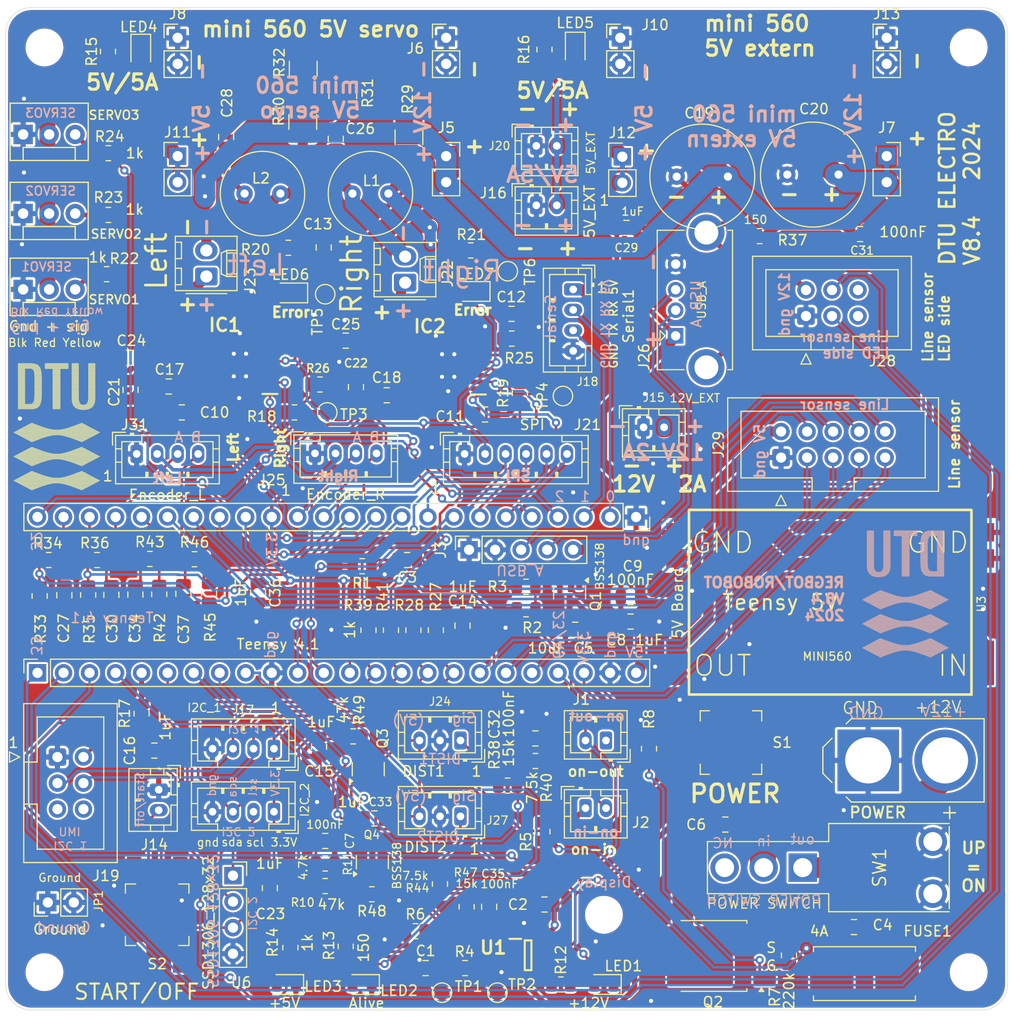
<source format=kicad_pcb>
(kicad_pcb (version 20221018) (generator pcbnew)
  (title_block (title "Regbot") (date "2024-05-10") (rev "v8.0") (company "DTU Electro") (comment 1 "Base board for Robobot and Regbot") (comment 2 "Author: Jens Christian Andersen"))
  (layers (0 "F.Cu" signal) (31 "B.Cu" signal) (34 "B.Paste" user) (35 "F.Paste" user) (36 "B.SilkS" user "B.Silkscreen") (37 "F.SilkS" user "F.Silkscreen") (38 "B.Mask" user) (39 "F.Mask" user) (44 "Edge.Cuts" user))
  (net 0 "")
  (net 1 "/Current_all")
  (net 2 "/RIGHT_ENC_A")
  (net 3 "/RIGHT_ENC_B")
  (net 4 "/LEFT_ENC_A")
  (net 5 "/LEFT_ENC_B")
  (net 6 "/DIST1")
  (net 7 "/DIST2")
  (net 8 "Net-(IC1-VCP)")
  (net 9 "Net-(Q1-D)")
  (net 10 "/5V_SERVO")
  (net 11 "/START")
  (net 12 "/V_BAT")
  (net 13 "/5V_EXT")
  (net 14 "/SDA")
  (net 15 "/SCL")
  (net 16 "Net-(IC1-CPL)")
  (net 17 "Net-(IC1-CPH)")
  (net 18 "/LS0")
  (net 19 "/LS1")
  (net 20 "/LS3")
  (net 21 "/LS4")
  (net 22 "/LS6")
  (net 23 "/LS7")
  (net 24 "/LS2")
  (net 25 "/LS5")
  (net 26 "/LINE_LED_LOW")
  (net 27 "/12V_RAW")
  (net 28 "/PWR_ROBOT")
  (net 29 "/PWR_IR")
  (net 30 "/Mot_l_plus")
  (net 31 "Net-(IC2-CPL)")
  (net 32 "Net-(IC2-CPH)")
  (net 33 "Net-(IC2-VCP)")
  (net 34 "/PWM1")
  (net 35 "/PWM2")
  (net 36 "/PWM3")
  (net 37 "Net-(Q1-G)")
  (net 38 "/SCK&BUILTIN_LED")
  (net 39 "/D-")
  (net 40 "/D+")
  (net 41 "/Mot_r_plus")
  (net 42 "/CS")
  (net 43 "/RX1")
  (net 44 "/TX1")
  (net 45 "/SCL1")
  (net 46 "/SDA1")
  (net 47 "Net-(IC1-IPROPI)")
  (net 48 "/Mot_r_minus")
  (net 49 "Net-(IC2-IPROPI)")
  (net 50 "/Mot_l_minus")
  (net 51 "/MOSI")
  (net 52 "/MISO")
  (net 53 "/LINE_LED_HIGH")
  (net 54 "/STATUS_LED")
  (net 55 "Net-(Q2-G)")
  (net 56 "/Mot_l_curr")
  (net 57 "Net-(IC1-NFAULT)")
  (net 58 "Net-(IC2-NFAULT)")
  (net 59 "/Mot_r_curr")
  (net 60 "Net-(Q3-G)")
  (net 61 "/Mot_l_in1")
  (net 62 "/Mot_l_in2")
  (net 63 "/Mot_r_in1")
  (net 64 "/Mot_r_in2")
  (net 65 "+5V")
  (net 67 "+12V")
  (net 71 "/Mot_enable")
  (net 72 "GND")
  (net 75 "Net-(J25-Pin_3)")
  (net 76 "Net-(J14-Pin_2)")
  (net 77 "Net-(J2-Pin_2)")
  (net 78 "Net-(C26-Pad1)")
  (net 79 "Net-(C28-Pad1)")
  (net 80 "Net-(U1-VOUT)")
  (net 81 "Net-(Q2-S)")
  (net 82 "+3.3V")
  (net 83 "Net-(SW1-C)")
  (net 84 "Net-(J24-Pin_3)")
  (net 85 "Net-(J2-Pin_1)")
  (net 86 "Net-(LED2-A)")
  (net 87 "Net-(LED3-A)")
  (net 88 "Net-(LED4-A)")
  (net 89 "Net-(LED5-A)")
  (net 90 "Net-(LED6-K)")
  (net 91 "Net-(LED7-K)")
  (net 92 "Net-(SERVO1-Pin_3)")
  (net 93 "Net-(SERVO2-Pin_3)")
  (net 94 "Net-(SERVO3-Pin_3)")
  (net 97 "Net-(J24-Pin_1)")
  (net 98 "Net-(J25-Pin_4)")
  (net 99 "Net-(LED1-A)")
  (net 100 "Net-(J26-Shield)")
  (net 101 "Net-(J27-Pin_1)")
  (net 102 "Net-(C31-Pad1)")
  (net 103 "Net-(IC1-OUT1)")
  (net 104 "Net-(IC2-OUT1)")
  (net 107 "Net-(J31-Pin_3)")
  (net 108 "Net-(J31-Pin_4)")
  (net 109 "Net-(R29-Pad1)")
  (net 110 "Net-(R30-Pad1)")
  (footprint "Connector_JST:JST_PH_B6B-PH-K_1x06_P2.00mm_Vertical" (layer "F.Cu") (at 144.4 99.65)
    (fp_text reference "J21")
    (fp_text value "SPI")
  )
  (footprint "Capacitor_SMD:C_0805_2012Metric" (layer "F.Cu") (at 114.123188 128.588015)
    (fp_text reference "C16")
    (fp_text value "1uF")
  )
  (footprint "Resistor_SMD:R_0805_2012Metric" (layer "F.Cu") (at 103.813413 109.997739 180)
    (fp_text reference "R34")
    (fp_text value "1k")
  )
  (footprint "Capacitor_SMD:C_0805_2012Metric" (layer "F.Cu") (at 146.8 143.825 -90)
    (fp_text reference "C35")
    (fp_text value "100nF")
  )
  (footprint "Connector_JST:JST_PH_B2B-PH-K_1x02_P2.00mm_Vertical" (layer "F.Cu") (at 156.2 134.2)
    (fp_text reference "J2")
    (fp_text value "on-in/switch")
  )
  (footprint "Resistor_SMD:R_0805_2012Metric" (layer "F.Cu") (at 149 88.4 180)
    (fp_text reference "R25")
    (fp_text value "1.8k")
  )
  (footprint "LED_SMD:LED_0805_2012Metric" (layer "F.Cu") (at 112.8 60.4 -90)
    (fp_text reference "LED4")
    (fp_text value "B1701NG")
  )
  (footprint "Connector_PinHeader_2.54mm:PinHeader_1x02_P2.54mm_Vertical" (layer "F.Cu") (at 159.6 59.06)
    (fp_text reference "J10")
    (fp_text value "Conn_01x02")
  )
  (footprint "Resistor_SMD:R_0805_2012Metric" (layer "F.Cu") (at 134.4 110.6 180)
    (fp_text reference "R1")
    (fp_text value "220k")
  )
  (footprint "Connector_JST:JST_PH_B2B-PH-K_1x02_P2.00mm_Vertical" (layer "F.Cu") (at 114.55 132.4 -90)
    (fp_text reference "J14")
    (fp_text value "start/off")
  )
  (footprint "Connector_JST:JST_PH_B2B-PH-K_1x02_P2.00mm_Vertical" (layer "F.Cu") (at 161.869565 97.052504)
    (fp_text reference "J15")
    (fp_text value "12V_EXT")
  )
  (footprint "Resistor_SMD:R_1210_3225Metric" (layer "F.Cu") (at 128.609597 67.264854 -90)
    (fp_text reference "R30")
    (fp_text value "56R")
  )
  (footprint "LED_SMD:LED_0805_2012Metric" (layer "F.Cu") (at 127 151.4 180)
    (fp_text reference "LED3")
    (fp_text value "B1701NG")
  )
  (footprint "Capacitor_SMD:C_0805_2012Metric" (layer "F.Cu") (at 121.133276 68.736415 -90)
    (fp_text reference "C28")
    (fp_text value "100nF")
  )
  (footprint "Resistor_SMD:R_0805_2012Metric" (layer "F.Cu") (at 141.59884 116.84 90)
    (fp_text reference "R27")
    (fp_text value "1k" hide)
  )
  (footprint "Package_TO_SOT_SMD:SOT-23" (layer "F.Cu") (at 135 130.4 90)
    (fp_text reference "Q3")
    (fp_text value "PMV28XPEAR" hide)
  )
  (footprint "Connector_PinHeader_2.54mm:PinHeader_1x02_P2.54mm_Vertical" (layer "F.Cu") (at 103.725 143.4 90)
    (fp_text reference "JP1")
    (fp_text value "Ground")
  )
  (footprint "Capacitor_SMD:C_0805_2012Metric" (layer "F.Cu") (at 140.6 149.8)
    (fp_text reference "C1")
    (fp_text value "100nF")
  )
  (footprint "Connector_JST:JST_PH_B2B-PH-K_1x02_P2.00mm_Vertical" (layer "F.Cu") (at 151.4 69.6)
    (fp_text reference "J20")
    (fp_text value "5V_EXT")
  )
  (footprint "Resistor_SMD:R_0805_2012Metric" (layer "F.Cu") (at 142 141.6 90)
    (fp_text reference "R44")
    (fp_text value "7.5k")
  )
  (footprint "Capacitor_SMD:C_0805_2012Metric" (layer "F.Cu") (at 115.525 93.075 180)
    (fp_text reference "C17")
    (fp_text value "22nF")
  )
  (footprint "Resistor_SMD:R_1210_3225Metric" (layer "F.Cu") (at 132.518506 64.26428 90)
    (fp_text reference "R31")
    (fp_text value "56R")
  )
  (footprint "MountingHole:MountingHole_3.2mm_M3" (layer "F.Cu") (at 103.4 150.2)
    (fp_text reference "H5" hide)
    (fp_text value "display")
  )
  (footprint "Resistor_SMD:R_0805_2012Metric" (layer "F.Cu") (at 113.687256 109.89166)
    (fp_text reference "R43")
    (fp_text value "1k")
  )
  (footprint "Resistor_SMD:R_0805_2012Metric" (layer "F.Cu") (at 176.0601 148.5646 90)
    (fp_text reference "R7")
    (fp_text value "220k")
  )
  (footprint "Resistor_SMD:R_0805_2012Metric" (layer "F.Cu") (at 114.599756 113.341814 -90)
    (fp_text reference "R42")
    (fp_text value "7.5k")
  )
  (footprint "Resistor_SMD:R_0805_2012Metric" (layer "F.Cu") (at 162.4 128.4 -90)
    (fp_text reference "R8")
    (fp_text value "220k")
  )
  (footprint "Capacitor_SMD:C_0805_2012Metric" (layer "F.Cu") (at 132.8 88.6 180)
    (fp_text reference "C25")
    (fp_text value "10uF")
  )
  (footprint "Connector_PinSocket_2.54mm:PinSocket_1x24_P2.54mm_Vertical" (layer "F.Cu") (at 102.72 121 90)
    (fp_text reference "J9" hide)
    (fp_text value "Vin-side")
  )
  (footprint "Capacitor_SMD:C_0805_2012Metric" (layer "F.Cu") (at 111.675 90.275 180)
    (fp_text reference "C24")
    (fp_text value "10uF")
  )
  (footprint "Capacitor_SMD:C_0805_2012Metric" (layer "F.Cu") (at 160.2 77.6)
    (fp_text reference "C29")
    (fp_text value "1uF")
  )
  (footprint "Regbot:RS-PRO-1MS1T2B3M7QES" (layer "F.Cu") (at 177.4 140 90)
    (fp_text reference "SW1")
    (fp_text value "SW_SPDT_321")
  )
  (footprint "Resistor_SMD:R_0805_2012Metric" (layer "F.Cu") (at 152 136.4875 90)
    (fp_text reference "R5")
    (fp_text value "68k")
  )
  (footprint "Capacitor_SMD:C_0805_2012Metric" (layer "F.Cu") (at 151.3125 127.4)
    (fp_text reference "C32")
    (fp_text value "100nF")
  )
  (footprint "MountingHole:MountingHole_3.2mm_M3" (layer "F.Cu") (at 193.6 150.2)
    (fp_text reference "H4" hide)
    (fp_text value "3mm")
  )
  (footprint "TestPoint:TestPoint_Pad_D1.5mm" (layer "F.Cu") (at 154 94)
    (fp_text reference "TP4")
    (fp_text value "sup.cur.")
  )
  (footprint "Resistor_SMD:R_0805_2012Metric" (layer "F.Cu") (at 112.877776 124.975918 90)
    (fp_text reference "R17")
    (fp_text value "1k")
  )
  (footprint "Capacitor_SMD:C_0805_2012Metric" (layer "F.Cu") (at 105.338668 113.435044 -90)
    (fp_text reference "C27")
    (fp_text value "2.2nF")
  )
  (footprint "Capacitor_SMD:C_0805_2012Metric" (layer "F.Cu") (at 155.2 116.8 180)
    (fp_text reference "C5")
    (fp_text value "10uF")
  )
  (footprint "Connector_JST:JST_PH_B4B-PH-K_1x04_P2.00mm_Vertical" (layer "F.Cu") (at 125.8 128.4 180)
    (fp_text reference "J17")
    (fp_text value "I2C_1")
  )
  (footprint "Capacitor_SMD:C_0805_2012Metric" (layer "F.Cu") (at 169.85 135.8)
    (fp_text reference "C6")
    (fp_text value "100nF")
  )
  (footprint "Capacitor_SMD:C_0805_2012Metric" (layer "F.Cu") (at 112.273572 113.36583 -90)
    (fp_text reference "C34")
    (fp_text value "2.2nF")
  )
  (footprint "Resistor_SMD:R_0805_2012Metric" (layer "F.Cu") (at 109.635825 76.340181 180)
    (fp_text reference "R23")
    (fp_text value "1k")
  )
  (footprint "Fuse:Fuseholder_Littelfuse_Nano2_154x" (layer "F.Cu") (at 183.4261 150.3426)
    (fp_text reference "FUSE1")
    (fp_text value "4A")
  )
  (footprint "Regbot:DTU-MEDIUM-9MM" (layer "F.Cu") (at 104.623 96.287)
    (fp_text reference "U$1" hide)
    (fp_text value "DTUMEDIUM-9MM" hide)
  )
  (footprint "Capacitor_SMD:C_0805_2012Metric" (layer "F.Cu") (at 160.6 113.6 180)
    (fp_text reference "C9")
    (fp_text value "100nF")
  )
  (footprint "Regbot:USB_A_ASSMANN_A-TOP_VERTICAL" (layer "F.Cu") (at 165 88.13 90)
    (fp_text reference "J26" hide)
    (fp_text value "USB_A")
  )
  (footprint "Connector_JST:JST_PH_B4B-PH-K_1x04_P2.00mm_Vertical" (layer "F.Cu") (at 129.8 99.6)
    (fp_text reference "J25")
    (fp_text value "Encoder_R")
  )
  (footprint "Resistor_SMD:R_0805_2012Metric" (layer "F.Cu") (at 150.4 114.8)
    (fp_text reference "R2")
    (fp_text value "47k")
  )
  (footprint "Capacitor_SMD:C_0805_2012Metric" (layer "F.Cu") (at 131.829424 68.911272 -90)
    (fp_text reference "C26")
    (fp_text value "100nF")
  )
  (footprint "Resistor_SMD:R_1210_3225Metric" (layer "F.Cu") (at 128.6531 62.071449 -90)
    (fp_text reference "R32")
    (fp_text value "56R")
  )
  (footprint "MountingHole:MountingHole_3.2mm_M3" (layer "F.Cu") (at 158 144.6)
    (fp_text reference "H1" hide)
    (fp_text value "3mm")
  )
  (footprint "TestPoint:TestPoint_Pad_D1.5mm" (layer "F.Cu") (at 131 95.6)
    (fp_text reference "TP3")
    (fp_text value "sup.cur.")
  )
  (footprint "TestPoint:TestPoint_Pad_D1.5mm" (layer "F.Cu") (at 130.801446 84.069061)
    (fp_text reference "TP5")
    (fp_text value "sup.cur.")
  )
  (footprint "TestPoint:TestPoint_Pad_D1.5mm" (layer "F.Cu") (at 147.6 152.2)
    (fp_text reference "TP2")
    (fp_text value "sup.cur.")
  )
  (footprint "jca-DRV8874:SOP65P640X120-17N" (layer "F.Cu") (at 142.8 91 180)
    (fp_text reference "IC2")
    (fp_text value "DRV8874PWPR" hide)
  )
  (footprint "Regbot:MOLEX-1X3" (layer "F.Cu") (at 101.32 76.2)
    (fp_text reference "SERVO2" hide)
    (fp_text value "M03POLAR" hide)
  )
  (footprint "LED_SMD:LED_0805_2012Metric" (layer "F.Cu") (at 155.2 60.2 -90)
    (fp_text reference "LED5")
    (fp_text value "B1701NG")
  )
  (footprint "Capacitor_THT:C_Radial_D10.0mm_H16.0mm_P5.00mm" (layer "F.Cu") (at 180.9 72.4 180)
    (fp_text reference "C20")
    (fp_text value "470uF")
  )
  (footprint "Regbot:MINI560" (layer "F.Cu") (at 180.086 114.3 180)
    (fp_text reference "U3")
    (fp_text value "MINI560")
  )
  (footprint "Resistor_SMD:R_0805_2012Metric" (layer "F.Cu") (at 152.2 60.2 -90)
    (fp_text reference "R16")
    (fp_text value "1k")
  )
  (footprint "LED_SMD:LED_0805_2012Metric" (layer "F.Cu") (at 134.4 151.4 180)
    (fp_text reference "LED2")
    (fp_text value "B1701NG")
  )
  (footprint "Capacitor_SMD:C_0805_2012Metric" (layer "F.Cu") (at 109.927593 113.389728 -90)
    (fp_text reference "C30")
    (fp_text value "2.2nF")
  )
  (footprint "Capacitor_SMD:C_0805_2012Metric" (layer "F.Cu") (at 135.6 135.2 180)
    (fp_text reference "C33")
    (fp_text value "1uF")
  )
  (footprint "Connector_PinSocket_2.54mm:PinSocket_1x24_P2.54mm_Vertical" (layer "F.Cu") (at 161.14 105.8 -90)
    (fp_text reference "J4" hide)
    (fp_text value "Gnd-side")
  )
  (footprint "LED_SMD:LED_0805_2012Metric" (layer "F.Cu") (at 127.4 83.94375 180)
    (fp_text reference "LED6")
    (fp_text value "B1701URO")
  )
  (footprint "Regbot:MOLEX-1X3" (layer "F.Cu") (at 101.32 83.6)
    (fp_text reference "SERVO1" hide)
    (fp_text value "M03POLAR" hide)
  )
  (footprint "Connector_JST:JST_PH_B4B-PH-K_1x04_P2.00mm_Vertical" (layer "F.Cu") (at 112.4 99.65)
    (fp_text reference "J31")
    (fp_text value "Encoder_L")
  )
  (footprint "Connector_PinHeader_2.54mm:PinHeader_1x02_P2.54mm_Vertical" (layer "F.Cu") (at 116.4 59.06)
    (fp_text reference "J8")
    (fp_text value "Conn_01x02")
  )
  (footprint "Connector_IDC:IDC-Header_2x03_P2.54mm_Vertical" (layer "F.Cu") (at 177.72 86.2 90)
    (property "Value" "Conn_02x03_Odd_Even")
    (fp_text reference "J28")
    (fp_text value "Conn_02x03_Odd_Even")
  )
  (footprint "Resistor_SMD:R_0805_2012Metric" (layer "F.Cu") (at 135.35 142.6 180)
    (fp_text reference "R48")
    (fp_text value "47k" hide)
  )
  (footprint "Resistor_SMD:R_0805_2012Metric" (layer "F.Cu") (at 102.928688 113.504194 -90)
    (fp_text reference "R33")
    (fp_text value "7.5k")
  )
  (footprint "Capacitor_SMD:C_0805_2012Metric" (layer "F.Cu") (at 111.8 93.4 90)
    (fp_text reference "C21")
    (fp_text value "100nF")
  )
  (footprint "Capacitor_SMD:C_0805_2012Metric" (layer "F.Cu") (at 182.4 145.8)
    (fp_text reference "C4")
    (fp_text value "100nF")
  )
  (footprint "Resistor_SMD:R_0805_2012Metric" (layer "F.Cu") (at 107.666026 113.406775 -90)
    (fp_text reference "R35")
    (fp_text value "7.5k")
  )
  (footprint "Capacitor_THT:C_Radial_D8.0mm_H11.5mm_P3.50mm" (layer "F.Cu") (at 136.96419 74.251526 180)
    (fp_text reference "L1")
    (fp_text value "20uH")
  )
  (footprint "Resistor_SMD:R_0805_2012Metric" (layer "F.Cu") (at 118.042212 109.917179)
    (fp_text reference "R46")
    (fp_text value "1k")
  )
  (footprint "Capacitor_SMD:C_0805_2012Metric" (layer "F.Cu") (at 148.986306 85.983635 180)
    (fp_text reference "C12")
    (fp_text value "100nF")
  )
  (footprint "Resistor_SMD:R_0805_2012Metric" (layer "F.Cu") (at 144.45 149.8 180)
    (fp_text reference "R4")
    (fp_text value "15k")
  )
  (footprint "Connector_PinHeader_2.54mm:PinHeader_1x02_P2.54mm_Vertical" (layer "F.Cu") (at 185.6 59.06)
    (fp_text reference "J13")
    (fp_text value "Conn_01x02")
  )
  (footprint "Connector_JST:JST_PH_B4B-PH-K_1x04_P2.00mm_Vertical" (layer "F.Cu") (at 155 83.6 -90)
    (fp_text reference "J18")
    (fp_text value "Serial1")
  )
  (footprint "Capacitor_SMD:C_0805_2012Metric" (layer "F.Cu") (at 160.6 116 180)
    (fp_text reference "C8")
    (fp_text value "1uF")
  )
  (footprint "jca-DRV8874:SOP65P640X120-17N" (layer "F.Cu") (at 122.475 90.95 180)
    (fp_text reference "IC1")
    (fp_text value "DRV8874PWPR" hide)
  )
  (footprint "Connector_JST:JST_PH_B4B-PH-K_1x04_P2.00mm_Vertical" (layer "F.Cu") (at 125.8 134.55 180)
    (fp_text reference "J30" hide)
    (fp_text value "I2C_2")
  )
  (footprint "Resistor_SMD:R_0805_2012Metric" (layer "F.Cu") (at 145 79.8 180)
    (fp_text reference "R21")
    (fp_text value "150")
  )
  (footprint "Resistor_SMD:R_0805_2012Metric" (layer "F.Cu") (at 139.6 146.2)
    (fp_text reference "R6")
    (fp_text value "15k")
  )
  (footprint "Resistor_SMD:R_0805_2012Metric" (layer "F.Cu") (at 127.4 147.8 90)
    (fp_text reference "R14")
    (fp_text value "1k")
  )
  (footprint "Connector_Molex:Molex_KK-254_AE-6410-02A_1x02_P2.54mm_Vertical" (layer "F.Cu") (at 138.6 82.94 90)
    (fp_text reference "J22")
    (fp_text value "Conn_01x02")
  )
  (footprint "Resistor_SMD:R_0805_2012Metric" (layer "F.Cu") (at 109.635825 70.313233 180)
    (fp_text reference "R24")
    (fp_text value "1k")
  )
  (footprint "Resistor_SMD:R_0805_2012Metric" (layer "F.Cu") (at 139.406323 116.84 90)
    (fp_text reference "R28")
    (fp_text value "1k" hide)
  )
  (footprint "Connector_Molex:Molex_KK-254_AE-6410-02A_1x02_P2.54mm_Vertical" (layer "F.Cu") (at 119.2 82.34 90)
    (fp_text reference "J23")
    (fp_text value "Conn_01x02")
  )
  (footprint "Capacitor_SMD:C_0805_2012Metric" (layer "F.Cu") (at 116.8 95.6)
    (fp_text reference "C10")
    (fp_text value "22nF")
  )
  (footprint "Resistor_SMD:R_0805_2012Metric" (layer "F.Cu") (at 130.8 141.8)
    (fp_text reference "R10")
    (fp_text value "47k")
  )
  (footprint "Regbot:XT60" (layer "F.Cu") (at 187.6044 129.54 -90)
    (fp_text reference "POWER1" hide)
    (fp_text value "XT60" hide)
  )
  (footprint "Capacitor_SMD:C_0805_2012Metric" (layer "F.Cu") (at 133.8 93.125 90)
    (fp_text reference "C22")
    (fp_text value "100nF")
  )
  (footprint "Connector_PinHeader_2.54mm:PinHeader_1x02_P2.54mm_Vertical" (layer "F.Cu") (at 116.4 70.6)
    (fp_text reference "J11")
    (fp_text value "Conn_01x02")
  )
  (footprint "MountingHole:MountingHole_3.2mm_M3" (layer "F.Cu") (at 103.4 60)
    (fp_text reference "H3" hide)
    (fp_text value "3mm")
  )
  (footprint "TestPoint:TestPoint_Pad_D1.5mm" (layer "F.Cu") (at 148.619037 81.828474)
    (fp_text reference "TP6")
    (fp_text value "sup.cur.")
  )
  (footprint "Connector_PinSocket_2.54mm:PinSocket_1x05_P2.54mm_Vertical" (layer "F.Cu") (at 144.84 109 90)
    (fp_text reference "J3")
    (fp_text value "USB-host")
  )
  (footprint "LED_SMD:LED_0805_2012Metric" (layer "F.Cu") (at 158 151.4 180)
    (fp_text reference "LED1")
    (fp_text value "B1701TW")
  )
  (footprint "Resistor_SMD:R_0805_2012Metric" (layer "F.Cu") (at 148.6 132 180)
    (fp_text reference "R40")
    (fp_text value "7.5k")
  )
  (footprint "Resistor_SMD:R_1210_3225Metric" (layer "F.Cu") (at 138.970819 68.755376 -90)
    (fp_text reference "R29")
    (fp_text value "56R")
  )
  (footprint "Package_TO_SOT_SMD:TO-252-2" (layer "F.Cu") (at 168.64018 148.615874 180)
    (property "Value" "Q_PMOS_GDS")
    (fp_text reference "Q2")
    (fp_text value "AOD4189")
  )
  (footprint "Capacitor_SMD:C_0805_2012Metric" (layer "F.Cu") (at 144.2 116.4 90)
    (fp_text reference "C14")
    (fp_text value "1uF")
  )
  (footprint "Capacitor_SMD:C_0805_2012Metric" (layer "F.Cu") (at 138.8 110 180)
    (fp_text reference "C3")
    (fp_text value "1uF")
  )
  (footprint "Resistor_SMD:R_0805_2012Metric" (layer "F.Cu") (at 127.8 95.6)
    (fp_text reference "R18")
    (fp_text value "7.5k")
  )
  (footprint "Capacitor_THT:C_Radial_D10.0mm_H16.0mm_P5.00mm" (layer "F.Cu") (at 170.1 72.6 180)
    (fp_text reference "C19")
    (fp_text value "470uF")
  )
  (footprint "Resistor_SMD:R_0805_2012Metric" (layer "F.Cu") (at 119.463594 113.251184 -90)
    (fp_text reference "R45")
    (fp_text value "7.5k")
  )
  (footprint "Resistor_SMD:R_0805_2012Metric" (layer "F.Cu") (at 133.525 127.2 180)
    (fp_text reference "R49")
    (fp_text value "47k")
  )
  (footprint "Connector_JST:JST_PH_B2B-PH-K_1x02_P2.00mm_Vertical" (layer "F.Cu") (at 151.4 75.4)
    (fp_text reference "J16")
    (fp_text value "5V_EXT")
  )
  (footprint "Capacitor_SMD:C_0805_2012Metric" (layer "F.Cu") (at 152.2 143.6 180)
    (fp_text reference "C2")
    (fp_text value "1uF")
  )
  (footprint "Resistor_SMD:R_0805_2012Metric" (layer "F.Cu") (at 109.46841 82.116006 180)
    (fp_text reference "R22")
    (fp_text value "1k")
  )
  (footprint "Resistor_SMD:R_0805_2012Metric" (layer "F.Cu") (at 151.3125 129.6 180)
    (fp_text reference "R38")
    (fp_text value "15k")
  )
  (footprint "Connector_PinSocket_2.54mm:PinSocket_1x04_P2.54mm_Vertical" (layer "F.Cu") (at 121.8 140.78)
    (fp_text reference "U6")
    (fp_text value "SSD1306_128x32")
  )
  (footprint "jca-switch-3301:TL3301" (layer "F.Cu") (at 114.4 144.6 -90)
    (fp_text reference "S2")
    (fp_text value "TL3301TF160QG")
  )
  (footprint "jca-switch-3301:TL3301" (layer "F.Cu") (at 170.4 127.8)
    (fp_text reference "S1")
    (fp_text value "TL3301TF160QG")
  )
  (footprint "Resistor_SMD:R_0805_2012Metric" (layer "F.Cu") (at 108.533753 109.997739 180)
    (fp_text reference "R36")
    (fp_text value "1k")
  )
  (footprint "Resistor_SMD:R_0805_2012Metric" (layer "F.Cu") (at 137.213807 116.84 90)
    (fp_text reference "R41")
    (fp_text value "1k" hide)
  )
  (footprint "Capacitor_SMD:C_0805_2012Metric" (layer "F.Cu") (at 116.956973 113.294968 -90)
    (fp_text reference "C37")
    (fp_text value "2.2nF")
  )
  (footprint "Resistor_SMD:R_0805_2012Metric" (layer "F.Cu") (at 127.2 79.54375)
    (fp_text reference "R20")
    (fp_text value "150")
  )
  (footprint "Resistor_SMD:R_0805_2012Metric" (layer "F.Cu") (at 149.8 93.7125 90)
    (fp_text reference "R19")
    (fp_text value "7.5k")
  )
  (footprint "Capacitor_SMD:C_0805_2012Metric" (layer "F.Cu") (at 124.240645 113.200281 -90)
    (fp_text reference "C36")
    (fp_text value "1uF")
  )
  (footprint "Resistor_SMD:R_0805_2012Metric" (layer "F.Cu") (at 132.8 147.6875 90)
    (fp_text reference "R13")
    (fp_text value "150")
  )
  (footprint "Regbot:MOLEX-1X3" (layer "F.Cu") (at 101.32 68.485616)
    (fp_text reference "SERVO3" hide)
    (fp_text value "M03POLAR" hide)
  )
  (footprint "Resistor_SMD:R_0805_2012Metric" (layer "F.Cu") (at 173.2 78.4 180)
    (fp_text reference "R37")
    (fp_text value "150")
  )
  (footprint "Package_TO_SOT_SMD:SOT-23" (layer "F.Cu") (at 154.65 113.1375 -90)
    (fp_text reference "Q1")
    (fp_text value "BSS138")
  )
  (footprint "Connector_PinSocket_2.54mm:PinSocket_1x02_P2.54mm_Vertical" (layer "F.Cu") (at 142.6 70.6)
    (fp_text reference "J5")
    (fp_text value "Conn_01x02")
  )
  (footprint "Capacitor_SMD:C_0805_2012Metric" (layer "F.Cu") (at 130.650395 79.517739 -90)
    (fp_text reference "C13")
    (fp_text value "100nF")
  )
  (footprint "Resistor_SMD:R_0805_2012Metric" (layer "F.Cu") (at 153.8 151.4 180)
    (fp_text reference "R12")
    (fp_text value "1.8k")
  )
  (footprint "Capacitor_SMD:C_0805_2012Metric" (layer "F.Cu") (at 183 78.2)
    (fp_text reference "C31")
    (fp_text value "100nF")
  )
  (footprint "Connector_JST:JST_PH_B3B-PH-K_1x03_P2.00mm_Vertical" (layer "F.Cu") (at 144 127.6 180)
    (fp_text reference "J24")
    (fp_text value "Conn_01x03" hide)
  )
  (footprint "Capacitor_SMD:C_0805_2012Metric" (layer "F.Cu") (at 125.4 142 -90)
    (fp_text reference "C23")
    (fp_text value "1uF")
  )
  (footprint "Capacitor_SMD:C_0805_2012Metric" (layer "F.Cu") (at 146.4 95.8)
    (fp_text reference "C11")
    (fp_text value "22nF")
  )
  (footprint "Resistor_SMD:R_0805_2012Metric" (layer "F.Cu") (at 135.021291 116.84 90)
    (fp_text reference "R39")
    (fp_text value "1k")
  )
  (footprint "Resistor_SMD:R_0805_2012Metric" (layer "F.Cu") (at 130.8 139.6 180)
    (fp_text reference "R11")
    (fp_text value "4.7k")
  )
  (footprint "Capacitor_THT:C_Radial_D8.0mm_H11.5mm_P3.50mm" (layer "F.Cu") (at 126.428037 74.251526 180)
    (fp_text reference "L2")
    (fp_text value "20uH")
  )
  (footprint "Resistor_SMD:R_0805_2012Metric" (layer "F.Cu") (at 130.2875 92.875 180)
    (fp_text reference "R26")
    (fp_text value "1.8k")
  )
  (footprint "Package_TO_SOT_SMD:SOT-23" (layer "F.Cu") (at 135.4 139.4625 90)
    (fp_text reference "Q4")
    (fp_text value "BSS138")
  )
  (footprint "Resistor_SMD:R_0805_2012Metric" (layer "F.Cu") (at 109.6 60.4 -90)
    (fp_text reference "R15")
    (fp_text value "1k")
  )
  (footprint "Resistor_SMD:R_0805_2012Metric" (layer "F.Cu") (at 144.6 143.825 90)
    (fp_text reference "R47")
    (fp_text value "15k")
  )
  (footprint "Connector_JST:JST_PH_B2B-PH-K_1x02_P2.00mm_Vertical" (layer "F.Cu") (at 158.2 127.6 180)
    (fp_text reference "J1")
    (fp_text value "on_out")
  )
  (footprint "Connector_PinSocket_2.54mm:PinSocket_1x02_P2.54mm_Vertical" (layer "F.Cu") (at 185.6 70.6)
    (fp_text reference "J7")
    (fp_text value "Conn_01x02")
  )
  (footprint "Connector_IDC:IDC-Header_2x05_P2.54mm_Vertical" (layer "F.Cu") (at 175.289069 100.004677 90)
    (property "Value" "Conn_02x05_Odd_Even")
    (fp_text reference "J29")
    (fp_text value "Conn_02x05_Odd_Even")
  )
  (footprint "TestPoint:TestPoint_Pad_D1.5mm" (layer "F.Cu") (at 142.2 152.2)
    (fp_text reference "TP1")
    (fp_text value "sup.cur.")
  )
  (footprint "Connector_JST:JST_PH_B3B-PH-K_1x03_P2.00mm_Vertical" (layer "F.Cu") (at 144 135 180)
    (fp_text reference "J27")
    (fp_text value "Conn_01x03" hide)
  )
  (footprint "Connector_PinHeader_2.54mm:PinHeader_1x02_P2.54mm_Vertical" (layer "F.Cu") (at 142.6 59.06)
    (fp_text reference "J6")
    (fp_text value "Conn_01x02")
  )
  (footprint "Connector_IDC:IDC-Header_2x03_P2.54mm_Vertical" (layer "F.Cu") (at 104.666376 129.215004)
    (property "Value" "Conn_02x03_Odd_Even")
    (fp_text reference "J19")
    (fp_text value "Conn_02x03_Odd_Even" hide)
  )
  (footprint "Resistor_SMD:R_0805_2012Metric" (layer "F.Cu") (at 150.4 112.6)
    (fp_text reference "R3")
    (fp_text value "47k")
  )
  (footprint "Connector_PinHeader_2.54mm:PinHeader_1x02_P2.54mm_Vertical" (layer "F.Cu") (at 159.8 70.66)
    (fp_text reference "J12")
    (fp_text value "Conn_01x02")
  )
  (footprint "Capacitor_SMD:C_0805_2012Metric" (layer "F.Cu") (at 130.8 137.4)
    (fp_text reference "C7")
    (fp_text value "100nF")
  )
  (footprint "jca-mcp6c04:SOT95P280X145-6N" (layer "F.Cu") (at 150.6 148.55)
    (fp_text reference "U1")
    (fp_text value "MCP6C04T-020" hide)
  )
  (footprint "Capacitor_SMD:C_0805_2012Metric" (layer "F.Cu") (at 130.2 128.2 -90)
    (fp_text reference "C15")
    (fp_text value "1uF")
  )
  (footprint "LED_SMD:LED_0805_2012Metric" (layer "F.Cu") (at 145.2 83.8 180)
    (fp_text reference "LED7")
    (fp_text value "B1701URO")
  )
  (footprint "MountingHole:MountingHole_3.2mm_M3" (layer "F.Cu") (at 193.6 60)
    (fp_text reference "H2" hide)
    (fp_text value "3mm")
  )
  (footprint "Capacitor_SMD:C_0805_2012Metric" (layer "F.Cu") (at 136.8 93.925 180)
    (fp_text reference "C18")
    (fp_text value "22nF")
  )
  (footprint "Regbot:DTU-MEDIUM-9MM" (layer "B.Cu") (at 187.4 112.6 180)
    (fp_text reference "U$1" hide)
    (fp_text value "DTUMEDIUM-9MM" hide)
  )
  (gr_arc (start 194.8561 56.1086) (mid 196.652151 56.852549) (end 197.3961 58.6486) (stroke (width 0.05)) (layer "Edge.Cuts"))
  (gr_arc (start 99.6061 58.6486) (mid 100.350049 56.852549) (end 102.1461 56.1086) (stroke (width 0.05)) (layer "Edge.Cuts"))
  (gr_line (start 185.1025 56.1086) (end 180.6321 56.1086) (stroke (width 0.05)) (layer "Edge.Cuts"))
  (gr_line (start 99.6061 58.6486) (end 99.6061 151.3586) (stroke (width 0.05)) (layer "Edge.Cuts"))
  (gr_arc (start 197.3961 151.3586) (mid 196.652151 153.154651) (end 194.8561 153.8986) (stroke (width 0.05)) (layer "Edge.Cuts"))
  (gr_line (start 197.3961 151.3586) (end 197.3961 58.6486) (stroke (width 0.05)) (layer "Edge.Cuts"))
  (gr_line (start 102.1461 153.8986) (end 194.8561 153.8986) (stroke (width 0.05)) (layer "Edge.Cuts"))
  (gr_arc (start 102.1461 153.8986) (mid 100.350049 153.154651) (end 99.6061 151.3586) (stroke (width 0.05)) (layer "Edge.Cuts"))
  (gr_line (start 180.6321 56.1086) (end 102.1461 56.1086) (stroke (width 0.05)) (layer "Edge.Cuts"))
  (gr_line (start 194.8561 56.1086) (end 185.1025 56.1086) (stroke (width 0.05)) (layer "Edge.Cuts"))
  (gr_text "out" (at 177.4 137.8) (layer "B.SilkS") (effects (font (size 1 1) (thickness 0.12)) (justify bottom mirror)))
  (gr_text "B A" (at 136.2 98.6) (layer "B.SilkS") (effects (font (size 1 1)) (justify left bottom mirror)))
  (gr_text "5V" (at 162 119.6) (layer "B.SilkS") (effects (font (size 1 1)) (justify left bottom mirror)))
  (gr_text "Line sensor" (at 186 95.4) (layer "B.SilkS") (effects (font (size 1 1) (thickness 0.2) bold) (justify left bottom mirror)))
  (gr_text "Serial" (at 153.4 84 90) (layer "B.SilkS") (effects (font (size 1 1)) (justify left bottom mirror)))
  (gr_text "-     +" (at 120 76.4 -270) (layer "B.SilkS") (effects (font (size 1.5 1.5) (thickness 0.3) bold) (justify left bottom mirror)))
  (gr_text "REGBOT/ROBOBOT\nV8.4\n2024" (at 181.6 116) (layer "B.SilkS") (effects (font (size 1 1) (thickness 0.25)) (justify left bottom mirror)))
  (gr_text "-  5V +" (at 162.8 61.2 90) (layer "B.SilkS") (effects (font (size 1.5 1.5) (thickness 0.3) bold) (justify left bottom mirror)))
  (gr_text "USB_A" (at 147.4 110.4 180) (layer "B.SilkS") (effects (font (size 1 1)) (justify left bottom mirror)))
  (gr_text "Blk Red Yellow" (at 104.6 85.8 180) (layer "B.SilkS") (effects (font (size 0.8 0.8) (thickness 0.12)) (justify mirror)))
  (gr_text "mini 560\n5V extern" (at 177 69.8) (layer "B.SilkS") (effects (font (size 1.5 1.5) (thickness 0.3) bold) (justify left bottom mirror)))
  (gr_text "USB A" (at 167.6 82.6 90) (layer "B.SilkS") (effects (font (size 1 1)) (justify left bottom mirror)))
  (gr_text "SERVO3" (at 104 66.4) (layer "B.SilkS") (effects (font (size 0.8636 0.8636) (thickness 0.1524)) (justify mirror)))
  (gr_text "NC" (at 169.6 138.2) (layer "B.SilkS") (effects (font (size 1 1) (thickness 0.12)) (justify bottom mirror)))
  (gr_text "gnd" (at 159.2 116.8 90) (layer "B.SilkS") (effects (font (size 1 1)) (justify left bottom mirror)))
  (gr_text "gnd" (at 120.2 130.8 90) (layer "B.SilkS") (effects (font (size 0.8 0.8) (thickness 0.12)) (justify left bottom mirror)))
  (gr_text "POWER SWITCH" (at 173.6 143.8) (layer "B.SilkS") (effects (font (size 1 1) (thickness 0.12)) (justify bottom mirror)))
  (gr_text "I2C 2" (at 120.6 136 180) (layer "B.SilkS") (effects (font (size 0.8 0.8) (thickness 0.12)) (justify left bottom mirror)))
  (gr_text "3.3V" (at 126.2 107.2 90) (layer "B.SilkS") (effects (font (size 1 1)) (justify left bottom mirror)))
  (gr_text "Display" (at 160.8 142) (layer "B.SilkS") (effects (font (size 1 1)) (justify left bottom mirror)))
  (gr_text "SERVO1" (at 103.6 81.4) (layer "B.SilkS") (effects (font (size 0.8636 0.8636) (thickness 0.1524)) (justify mirror)))
  (gr_text "Sig" (at 145.6 133.6) (layer "B.SilkS") (effects (font (size 1 1)) (justify left bottom mirror)))
  (gr_text "-  +" (at 149 66.8 180) (layer "B.SilkS") (effects (font (size 1.5 1.5) (thickness 0.3) bold) (justify left bottom mirror)))
  (gr_text "SPI" (at 151 102.4) (layer "B.SilkS") (effects (font (size 1 1) (thickness 0.25)) (justify left bottom mirror)))
  (gr_text "scl" (at 124.2 131.2 90) (layer "B.SilkS") (effects (font (size 0.8 0.8) (thickness 0.12)) (justify left bottom mirror)))
  (gr_text "Line sensor\nLED side" (at 186 90.4) (layer "B.SilkS") (effects (font (size 1 1) (thickness 0.2) bold) (justify left bottom mirror)))
  (gr_text "gnd" (at 126 116.8 90) (layer "B.SilkS") (effects (font (size 1 1)) (justify left bottom mirror)))
  (gr_text "12V 2A" (at 168 100.4) (layer "B.SilkS") (effects (font (size 1.5 1.5) (thickness 0.3) bold) (justify left bottom mirror)))
  (gr_text "-  5V +" (at 119.6 61.2 90) (layer "B.SilkS") (effects (font (size 1.5 1.5) (thickness 0.3) bold) (justify left bottom mirror)))
  (gr_text "GND TX RX 5V" (at 157.6 91.4 -90) (layer "B.SilkS") (effects (font (size 0.8 0.8) (thickness 0.15) bold) (justify left bottom mirror)))
  (gr_text "- 12V +" (at 183.2 61.2 90) (layer "B.SilkS") (effects (font (size 1.5 1.5) (thickness 0.3) bold) (justify left bottom mirror)))
  (gr_text "Right" (at 134.2 102.4) (layer "B.SilkS") (effects (font (size 1 1) (thickness 0.25)) (justify left bottom mirror)))
  (gr_text "(5V)" (at 140.8 133.6) (layer "B.SilkS") (effects (font (size 1 1)) (justify left bottom mirror)))
  (gr_text "on-out" (at 157.3 125.8) (layer "B.SilkS") (effects (font (size 1 1) (thickness 0.2) bold) (justify bottom mirror)))
  (gr_text "-     +" (at 158.2 96.2 180) (layer "B.SilkS") (effects (font (size 1.5 1.5) (thickness 0.3) bold) (justify left bottom mirror)))
  (gr_text "I2C 1" (at 121.2 126 180) (layer "B.SilkS") (effects (font (size 0.8 0.8) (thickness 0.12)) (justify left bottom mirror)))
  (gr_text "in" (at 173.6 138) (layer "B.SilkS") (effects (font (size 1 1) (thickness 0.12)) (justify bottom mirror)))
  (gr_text "Ground" (at 108 146.4) (layer "B.SilkS") (effects (font (size 1 1)) (justify left bottom mirror)))
  (gr_text "23/A9" (at 154.2 114.8 90) (layer "B.SilkS") (effects (font (size 1 1)) (justify left bottom mirror)))
  (gr_text "I2C 2" (at 123.2 146.2 -90) (layer "B.SilkS") (effects (font (size 0.8 0.8) (thickness 0.12)) (justify left bottom mirror)))
  (gr_text "-     +" (at 163.6 79.8 90) (layer "B.SilkS") (effects (font (size 1.5 1.5) (thickness 0.3) bold) (justify left bottom mirror)))
  (gr_text "+12V" (at 191.2 125.4) (layer "B.SilkS") (effects (font (size 1.143 1.143) (thickness 0.127)) (justify bottom mirror)))
  (gr_text "(5V)" (at 140.6 126.2) (layer "B.SilkS") (effects (font (size 1 1)) (justify left bottom mirror)))
  (gr_text "Sig" (at 145.6 126) (layer "B.SilkS") (effects (font (size 1 1)) (justify left bottom mirror)))
  (gr_text "B A" (at 118.8 98.6) (layer "B.SilkS") (effects (font (size 1 1)) (justify left bottom mirror)))
  (gr_text "sda" (at 122.2 131 90) (layer "B.SilkS") (effects (font (size 0.8 0.8) (thickness 0.12)) (justify left bottom mirror)))
  (gr_text "12V gnd" (at 176.2 81.8 90) (layer "B.SilkS") (effects (font (size 1 1) (thickness 0.2) bold) (justify left bottom mirror)))
  (gr_text "- 12V +" (at 141.2 61 90) (layer "B.SilkS") (effects (font (size 1.5 1.5) (thickness 0.3) bold) (justify left bottom mirror)))
  (gr_text "Gnd + sig" (at 104 87.4 180) (layer "B.SilkS") (effects (font (size 1 1)) (justify mirror)))
  (gr_text "I2C 1" (at 104.2 137.4 180) (layer "B.SilkS") (effects (font (size 0.8 0.8) (thickness 0.12)) (justify left bottom mirror)))
  (gr_text "3.3V" (at 126.4 130.4 90) (layer "B.SilkS") (effects (font (size 0.8 0.8) (thickness 0.12)) (justify left bottom mirror)))
  (gr_text "Right" (at 148.2 83) (layer "B.SilkS") (effects (font (size 2 2) (thickness 0.25)) (justify left bottom mirror)))
  (gr_text "IMU" (at 107 137) (layer "B.SilkS") (effects (font (size 0.8 0.8) (thickness 0.12)) (justify left bottom mirror)))
  (gr_text "on-in" (at 157.2 137.11) (layer "B.SilkS") (effects (font (size 1 1) (thickness 0.2) bold) (justify bottom mirror)))
  (gr_text "DIST1" (at 142 129.41) (layer "B.SilkS") (effects (font (size 1 1)) (justify mirror)))
  (gr_text "Start/off" (at 113.2 130.6 90) (layer "B.SilkS") (effects (font (size 0.8 0.8) (thickness 0.12)) (justify left bottom mirror)))
  (gr_text "gnd" (at 162.6 108.6) (layer "B.SilkS") (effects (font (size 1 1)) (justify left bottom mirror)))
  (gr_text "mini 560\n5V servo" (at 134.4 67) (layer "B.SilkS") (effects (font (size 1.5 1.5) (thickness 0.3) bold) (justify left bottom mirror)))
  (gr_text "SSD1306_128x32" (at 119.8 145.2 -90) (layer "B.SilkS") (effects (font (size 1 1)) (justify mirror)))
  (gr_text "0  1  2" (at 159.2 104.4) (layer "B.SilkS") (effects (font (size 1 1)) (justify left bottom mirror)))
  (gr_text "5V gnd" (at 173.8 96.6 90) (layer "B.SilkS") (effects (font (size 1 1) (thickness 0.2) bold) (justify left bottom mirror)))
  (gr_text "-  +" (at 149 76.6 180) (layer "B.SilkS") (effects (font (size 1.5 1.5) (thickness 0.3) bold) (justify left bottom mirror)))
  (gr_text "Left" (at 127 82.4) (layer "B.SilkS") (effects (font (size 2 2) (thickness 0.25)) (justify left bottom mirror)))
  (gr_text "3.3V" (at 156.6 116.8 90) (layer "B.SilkS") (effects (font (size 1 1)) (justify left bottom mirror)))
  (gr_text "32" (at 102 109.2 270) (layer "B.SilkS") (effects (font (size 1 1)) (justify left bottom mirror)))
  (gr_text "5V/5A" (at 152 72.4) (layer "B.SilkS") (effects (font (size 1.5 1.5) (thickness 0.3) bold) (justify mirror)))
  (gr_text "DIST2" (at 141.8 137) (layer "B.SilkS") (effects (font (size 1 1)) (justify mirror)))
  (gr_text "-     +" (at 139.2 77 -270) (layer "B.SilkS") (effects (font (size 1.5 1.5) (thickness 0.3) bold) (justify left bottom mirror)))
  (gr_text "SERVO2" (at 104 74) (layer "B.SilkS") (effects (font (size 0.8636 0.8636) (thickness 0.1524)) (justify mirror)))
  (gr_text "Left" (at 117 102.6) (layer "B.SilkS") (effects (font (size 1 1) (thickness 0.25)) (justify left bottom mirror)))
  (gr_text "GND" (at 183.6 125.6) (layer "B.SilkS") (effects (font (size 1.143 1.143) (thickness 0.127)) (justify bottom mirror)))
  (gr_text "Teensy 4.1" (at 109.982633 115.638248) (layer "B.SilkS") (effects (font (size 1 1)) (justify mirror)))
  (gr_text "33" (at 102 119.4 270) (layer "B.SilkS") (effects (font (size 1 1)) (justify left bottom mirror)))
  (gr_text "Left" (at 115.489924 83.817654 90) (layer "F.SilkS") (effects (font (size 2 2) (thickness 0.25)) (justify left bottom)))
  (gr_text "Alive" (at 133 153.8) (layer "F.SilkS") (effects (font (size 1 1)) (justify left bottom)))
  (gr_text "POWER SWITCH" (at 173.66105 144.078148) (layer "F.SilkS") (effects (font (size 1 1) (thickness 0.12)) (justify bottom)))
  (gr_text "1" (at 99.8 128.4) (layer "F.SilkS") (effects (font (size 1 1)) (justify left bottom)))
  (gr_text "START/OFF" (at 112.4 153) (layer "F.SilkS") (effects (font (size 1.5 1.5) (thickness 0.2)) (justify bottom)))
  (gr_text "12V  2A" (at 158.637559 103.474227) (layer "F.SilkS") (effects (font (size 1.5 1.5) (thickness 0.3) bold) (justify left bottom)))
  (gr_text "DIST2" (at 140.6 138) (layer "F.SilkS") (effects (font (size 1 1))))
  (gr_text "     +" (at 135.57 79.02 270) (layer "F.SilkS") (effects (font (size 1.5 1.5) (thickness 0.3) bold) (justify left bottom)))
  (gr_text "+12V" (at 154.4 153.8) (layer "F.SilkS") (effects (font (size 1 1)) (justify left bottom)))
  (gr_text "mini 560 5V servo" (at 118.611579 59.092387) (layer "F.SilkS") (effects (font (size 1.5 1.5) (thickness 0.3) bold) (justify left bottom)))
  (gr_text "1" (at 157.2 84) (layer "F.SilkS") (effects (font (size 1 1)) (justify left bottom)))
  (gr_text "-     +" (at 116.6 76.4 270) (layer "F.SilkS") (effects (font (size 1.5 1.5) (thickness 0.3) bold) (justify left bottom)))
  (gr_text "POWER" (at 184.723265 135.259388) (layer "F.SilkS") (effects (font (size 1.0795 1.0795) (thickness 0.1905)) (justify bottom)))
  (gr_text "-     +" (at 161.4 61.4 270) (layer "F.SilkS") (effects (font (size 1.5 1.5) (thickness 0.3) bold) (justify left bottom)))
  (gr_text "Blk Red Yellow" (at 104.4 88.8) (layer "F.SilkS") (effects (font (size 0.8 0.8) (thickness 0.12))))
  (gr_text "-  +" (at 174.963475 75.129204) (layer "F.SilkS") (effects (font (size 1.5 1.5) (thickness 0.3) bold) (justify left bottom)))
  (gr_text "Gnd + sig" (at 103.8 87.2) (layer "F.SilkS") (effects (font (size 1 1))))
  (gr_text "Left" (at 122.4 100.6 90) (layer "F.SilkS") (effects (font (size 1 1) (thickness 0.25)) (justify left bottom)))
  (gr_text "Error" (at 125.459281 86.415729) (layer "F.SilkS") (effects (font (size 1 1) (thickness 0.25)) (justify left bottom)))
  (gr_text "UP\n=\nON" (at 194.0941 139.9286) (layer "F.SilkS") (effects (font (size 1.143 1.143) (thickness 0.2286) bold)))
  (gr_text "5V/5A" (at 111 63.4) (layer "F.SilkS") (effects (font (size 1.5 1.5) (thickness 0.3) bold)))
  (gr_text "-  +" (at 163.938163 75.379779) (layer "F.SilkS") (effects (font (size 1.5 1.5) (thickness 0.3) bold) (justify left bottom)))
  (gr_text "Line sensor" (at 192.8 103.2 90) (layer "F.SilkS") (effects (font (size 1 1) (thickness 0.2) bold) (justify left bottom)))
  (gr_text "Teensy 5V" (at 175.2 115) (layer "F.SilkS") (effects (font (size 1.5 1.5) (thickness 0.2)) (justify bottom)))
  (gr_text "+12V" (at 190.6 125) (layer "F.SilkS") (effects (font (size 1.143 1.143) (thickness 0.127)) (justify bottom)))
  (gr_text "1" (at 157.48 75.505353) (layer "F.SilkS") (effects (font (size 1 1)) (justify left bottom)))
  (gr_text "on-in" (at 157 138.8) (layer "F.SilkS") (effects (font (size 1 1) (thickness 0.2) bold) (justify bottom)))
  (gr_text "SSD1306_128x32" (at 119.4 145.4 90) (layer "F.SilkS") (effects (font (size 1 1))))
  (gr_text "Line sensor\nLED side" (at 191.8 90.8 90) (layer "F.SilkS") (effects (font (size 1 1) (thickness 0.2) bold) (justify left bottom)))
  (gr_text "DTU ELECTRO\nV8.4   2024" (at 194.8 81.4 90) (layer "F.SilkS") (effects (font (size 1.5 1.5) (thickness 0.25)) (justify left bottom)))
  (gr_text "5V Board" (at 165.2 114.2 90) (layer "F.SilkS") (effects (font (size 1 1))))
  (gr_text "-     +" (at 187.8 60.2 270) (layer "F.SilkS") (effects (font (size 1.5 1.5) (thickness 0.3) bold) (justify left bottom)))
  (gr_text "1" (at 109 102.4) (layer "F.SilkS") (effects (font (size 1 1)) (justify left bottom)))
  (gr_text "mini 560\n5V extern" (at 167.64 60.96) (layer "F.SilkS") (effects (font (size 1.5 1.5) (thickness 0.3) bold) (justify left bottom)))
  (gr_text "Right" (at 134.522332 86.143837 90) (layer "F.SilkS") (effects (font (size 2 2) (thickness 0.25)) (justify left bottom)))
  (gr_text "Error" (at 143.2 86.2) (layer "F.SilkS") (effects (font (size 1 1) (thickness 0.25)) (justify left bottom)))
  (gr_text "S" (at 173.749832 148.393539) (layer "F.SilkS") (effects (font (size 1 1)) (justify left bottom)))
  (gr_text "on-out" (at 157.2 131.2) (layer "F.SilkS") (effects (font (size 1 1) (thickness 0.2) bold) (justify bottom)))
  (gr_text "-     +" (at 144.6 61 270) (layer "F.SilkS") (effects (font (size 1.5 1.5) (thickness 0.3) bold) (justify left bottom)))
  (gr_text "SERVO3" (at 110.2 66.6) (layer "F.SilkS") (effects (font (size 0.8636 0.8636) (thickness 0.1524))))
  (gr_text "+" (at 191.741815 135.411141) (layer "F.SilkS") (effects (font (size 1.5 1.5)) (justify bottom)))
  (gr_text "GND TX RX 5V" (at 159.4 91.4 90) (layer "F.SilkS") (effects (font (size 0.8 0.8) (thickness 0.15) bold) (justify left bottom)))
  (gr_text "+5V" (at 125.2 153.8) (layer "F.SilkS") (effects (font (size 1 1)) (justify left bottom)))
  (gr_text "5V/5A" (at 153 64.2) (layer "F.SilkS") (effects (font (size 1.5 1.5) (thickness 0.3) bold)))
  (gr_text "scl" (at 123 138) (layer "F.SilkS") (effects (font (size 0.8 0.8) (thickness 0.12)) (justify left bottom)))
  (gr_text "sda" (at 120.6 137.976769) (layer "F.SilkS") (effects (font (size 0.8 0.8) (thickness 0.12)) (justify left bottom)))
  (gr_text "1" (at 125.4 125) (layer "F.SilkS") (effects (font (size 1 1)) (justify left bottom)))
  (gr_text "-  +" (at 159.6 101.6) (layer "F.SilkS") (effects (font (size 1.5 1.5) (thickness 0.3) bold) (justify left bottom)))
  (gr_text "SERVO1" (at 110.2 84.6) (layer "F.SilkS") (effects (font (size 0.8636 0.8636) (thickness 0.1524))))
  (gr_text "3.3V" (at 125.4 138) (layer "F.SilkS") (effects (font (size 0.8 0.8) (thickness 0.12)) (justify left bottom)))
  (gr_text "DIST1" (at 140.4 130.6) (layer "F.SilkS") (effects (font (size 1 1))))
  (gr_text "1" (at 141 103.6) (layer "F.SilkS") (effects (font (size 1 1)) (justify left bottom)))
  (gr_text "-     +" (at 117.73 60.33 270) (layer "F.SilkS") (effects (font (size 1.5 1.5) (thickness 0.3) bold) (justify left bottom)))
  (gr_text "-  +" (at 149.2 80.4) (layer "F.SilkS") (effects (font (size 1.5 1.5) (thickness 0.3) bold) (justify left bottom)))
  (gr_text "SERVO2" (at 110.4 78.2) (layer "F.SilkS") (effects (font (size 0.8636 0.8636) (thickness 0.1524))))
  (gr_text "G" (at 173.735263 150.141812) (layer "F.SilkS") (effects (font (size 1 1)) (justify left bottom)))
  (gr_text "Right" (at 127 101.2 90) (layer "F.SilkS") (effects (font (size 1 1) (thickness 0.25)) (justify left bottom)))
  (gr_text "1" (at 126.4 103.8) (layer "F.SilkS") (effects (font (size 1 1)) (justify left bottom)))
  (gr_text "gnd" (at 118.2 138) (layer "F.SilkS") (effects (font (size 0.8 0.8) (thickness 0.12)) (justify left bottom)))
  (gr_text "-  +" (at 149.4 66.8) (layer "F.SilkS") (effects (font (size 1.5 1.5) (thickness 0.3) bold) (justify left bottom)))
  (gr_text "Teensy 4.1" (at 126.2 118.2) (layer "F.SilkS") (effects (font (size 1 1))))
  (gr_text "GND" (at 183.007 125.095) (layer "F.SilkS") (effects (font (size 1.143 1.143) (thickness 0.127)) (justify bottom)))
  (gr_text "Ground" (at 102.2 146.6) (layer "F.SilkS") (effects (font (size 1 1)) (justify left bottom)))
  (gr_text "1" (at 145 131.2) (layer "F.SilkS") (effects (font (size 1 1)) (justify left bottom)))
  (gr_text "1" (at 144.8 138.8) (layer "F.SilkS") (effects (font (size 1 1)) (justify left bottom)))
  (gr_text "POWER" (at 170.8 133.8) (layer "F.SilkS") (effects (font (size 1.7272 1.7272) (thickness 0.3048)) (justify bottom)))
  (segment (start 115.42 125.62) (end 115.42 121) (width 0.25) (layer "F.Cu") (net 1))
  (segment (start 118.6 143.6) (end 118.6 139.2) (width 0.25) (layer "F.Cu") (net 1))
  (segment (start 121.522576 150.70823) (end 123.614346 152.8) (width 0.25) (layer "F.Cu") (net 1))
  (segment (start 118.6 139.2) (end 117.35 137.95) (width 0.25) (layer "F.Cu") (net 1))
  (segment (start 141.55 151.55) (end 142.2 152.2) (width 0.5) (layer "F.Cu") (net 1))
  (segment (start 141.55 149.8) (end 141.55 151.55) (width 0.5) (layer "F.Cu") (net 1))
  (segment (start 131.8875 145.9375) (end 133.4951 145.9375) (width 0.25) (layer "F.Cu") (net 1))
  (segment (start 127 151.973588) (end 127 150.825) (width 0.25) (layer "F.Cu") (net 1))
  (segment (start 141.6 149.85) (end 141.6375 149.8875) (width 0.25) (layer "F.Cu") (net 1))
  (segment (start 141.100305 148.2) (end 141.6 148.699695) (width 0.25) (layer "F.Cu") (net 1))
  (segment (start 117.35 127.55) (end 115.42 125.62) (width 0.25) (layer "F.Cu") (net 1))
  (segment (start 117.35 137.95) (end 117.35 127.55) (width 0.25) (layer "F.Cu") (net 1))
  (segment (start 127 150.825) (end 131.8875 145.9375) (width 0.25) (layer "F.Cu") (net 1))
  (segment (start 123.614346 152.8) (end 126.173588 152.8) (width 0.25) (layer "F.Cu") (net 1))
  (segment (start 126.173588 152.8) (end 127 151.973588) (width 0.25) (layer "F.Cu") (net 1))
  (segment (start 141.6 148.699695) (end 141.6 149.85) (width 0.25) (layer "F.Cu") (net 1))
  (segment (start 135.7576 148.2) (end 141.100305 148.2) (width 0.25) (layer "F.Cu") (net 1))
  (segment (start 133.4951 145.9375) (end 135.7576 148.2) (width 0.25) (layer "F.Cu") (net 1))
  (segment (start 141.6375 149.8875) (end 143.4875 149.8875) (width 0.25) (layer "F.Cu") (net 1))
  (via (at 121.522576 150.70823) (size 0.8) (drill 0.4) (layers "F.Cu" "B.Cu") (net 1))
  (via (at 118.6 143.6) (size 0.8) (drill 0.4) (layers "F.Cu" "B.Cu") (net 1))
  (segment (start 119.90823 150.70823) (end 118.6 149.4) (width 0.25) (layer "B.Cu") (net 1))
  (segment (start 118.6 149.4) (end 118.6 143.6) (width 0.25) (layer "B.Cu") (net 1))
  (segment (start 121.522576 150.70823) (end 119.90823 150.70823) (width 0.25) (layer "B.Cu") (net 1))
  (segment (start 104.725913 111.872289) (end 105.338668 112.485044) (width 0.25) (layer "F.Cu") (net 2))
  (segment (start 104.725913 109.997739) (end 104.725913 111.872289) (width 0.25) (layer "F.Cu") (net 2))
  (segment (start 105.26 109.463652) (end 104.725913 109.997739) (width 0.25) (layer "F.Cu") (net 2))
  (segment (start 105.26 105.8) (end 105.26 109.463652) (width 0.25) (layer "F.Cu") (net 2))
  (segment (start 109.446253 109.997739) (end 109.446253 111.958388) (width 0.25) (layer "F.Cu") (net 3))
  (segment (start 107.8 105.8) (end 107.8 108.351486) (width 0.25) (layer "F.Cu") (net 3))
  (segment (start 107.8 108.351486) (end 109.446253 109.997739) (width 0.25) (layer "F.Cu") (net 3))
  (segment (start 109.446253 111.958388) (end 109.927593 112.439728) (width 0.25) (layer "F.Cu") (net 3))
  (segment (start 110.34 107.456904) (end 110.34 105.8) (width 0.25) (layer "F.Cu") (net 4))
  (segment (start 112.273572 112.41583) (end 112.774756 111.914646) (width 0.25) (layer "F.Cu") (net 4))
  (segment (start 112.774756 109.89166) (end 110.34 107.456904) (width 0.25) (layer "F.Cu") (net 4))
  (segment (start 112.774756 111.914646) (end 112.774756 109.89166) (width 0.25) (layer "F.Cu") (net 4))
  (segment (start 116.863369 109.783369) (end 112.88 105.8) (width 0.25) (layer "F.Cu") (net 5))
  (segment (start 117.129712 109.917179) (end 117.129712 112.172229) (width 0.25) (layer "F.Cu") (net 5))
  (segment (start 117.129712 112.172229) (end 116.956973 112.344968) (width 0.25) (layer "F.Cu") (net 5))
  (segment (start 149.5125 130.4875) (end 150.4 129.6) (width 0.25) (layer "F.Cu") (net 6))
  (segment (start 150.4 127.4375) (end 150.3625 127.4) (width 0.25) (layer "F.Cu") (net 6))
  (segment (start 149.6 132.6875) (end 149.5125 132.6) (width 0.25) (layer "F.Cu") (net 6))
  (segment (start 150.4 129.6) (end 150.4 127.4375) (width 0.25) (layer "F.Cu") (net 6))
  (segment (start 149.5125 132.6) (end 149.5125 130.4875) (width 0.25) (layer "F.Cu") (net 6))
  (segment (start 149.6 134) (end 149.6 132.6875) (width 0.25) (layer "F.Cu") (net 6))
  (via (at 149.6 134) (size 0.8) (drill 0.4) (layers "F.Cu" "B.Cu") (net 6))
  (segment (start 137.54569 137.4) (end 125.54569 125.4) (width 0.25) (layer "B.Cu") (net 6))
  (segment (start 148 137.4) (end 137.54569 137.4) (width 0.25) (layer "B.Cu") (net 6))
  (segment (start 149.6 135.8) (end 148 137.4) (width 0.25) (layer "B.Cu") (net 6))
  (segment (start 149.6 134) (end 149.6 135.8) (width 0.25) (layer "B.Cu") (net 6))
  (segment (start 125.54569 125.4) (end 122.36 125.4) (width 0.25) (layer "B.Cu") (net 6))
  (segment (start 122.36 125.4) (end 117.96 121) (width 0.25) (layer "B.Cu") (net 6))
  (segment (start 133.8 136.288604) (end 134.911396 137.4) (width 0.25) (layer "F.Cu") (net 7))
  (segment (start 144.6 142.9125) (end 146.7625 142.9125) (width 0.25) (layer "F.Cu") (net 7))
  (segment (start 136.2 137.4) (end 141.3125 142.5125) (width 0.25) (layer "F.Cu") (net 7))
  (segment (start 146.7625 142.9125) (end 146.8 142.875) (width 0.25) (layer "F.Cu") (net 7))
  (segment (start 142 142.5125) (end 144.2 142.5125) (width 0.25) (layer "F.Cu") (net 7))
  (segment (start 144.2 142.5125) (end 144.6 142.9125) (width 0.25) (layer "F.Cu") (net 7))
  (segment (start 133.8 134) (end 133.8 136.288604) (width 0.25) (layer "F.Cu") (net 7))
  (segment (start 141.3125 142.5125) (end 142 142.5125) (width 0.25) (layer "F.Cu") (net 7))
  (segment (start 134.6 133.2) (end 133.8 134) (width 0.25) (layer "F.Cu") (net 7))
  (segment (start 134.911396 137.4) (end 136.2 137.4) (width 0.25) (layer "F.Cu") (net 7))
  (via (at 134.6 133.2) (size 0.8) (drill 0.4) (layers "F.Cu" "B.Cu") (net 7))
  (segment (start 123.2 124.8) (end 120.5 122.1) (width 0.25) (layer "B.Cu") (net 7))
  (segment (start 125.831967 124.8) (end 123.2 124.8) (width 0.25) (layer "B.Cu") (net 7))
  (segment (start 120.5 122.1) (end 120.5 121) (width 0.25) (layer "B.Cu") (net 7))
  (segment (start 134.231967 133.2) (end 125.831967 124.8) (width 0.25) (layer "B.Cu") (net 7))
  (segment (start 134.6 133.2) (end 134.231967 133.2) (width 0.25) (layer "B.Cu") (net 7))
  (segment (start 112.85 92.9451) (end 112.5201 93.275) (width 0.25) (layer "F.Cu") (net 8))
  (segment (start 117.641726 90.625) (end 116.941726 91.325) (width 0.25) (layer "F.Cu") (net 8))
  (segment (start 112.5 93.275) (end 111.8 93.975) (width 0.25) (layer "F.Cu") (net 8))
  (segment (start 119.537 90.625) (end 117.641726 90.625) (width 0.25) (layer "F.Cu") (net 8))
  (segment (start 116.941726 91.325) (end 114.075 91.325) (width 0.25) (layer "F.Cu") (net 8))
  (segment (start 114.075 91.325) (end 112.85 92.55) (width 0.25) (layer "F.Cu") (net 8))
  (segment (start 112.85 92.55) (end 112.85 92.9451) (width 0.25) (layer "F.Cu") (net 8))
  (segment (start 112.5201 93.275) (end 112.5 93.275) (width 0.25) (layer "F.Cu") (net 8))
  (segment (start 111.8 93.975) (end 111.8 94.35) (width 0.25) (layer "F.Cu") (net 8))
  (segment (start 159.2 124) (end 162.4 124) (width 0.25) (layer "F.Cu") (net 9))
  (segment (start 155.275 114.075) (end 154.65 114.075) (width 0.5) (layer "F.Cu") (net 9))
  (segment (start 156.15 116.8) (end 156.15 114.95) (width 0.5) (layer "F.Cu") (net 9))
  (segment (start 162.4 124) (end 162.4 127.4875) (width 0.25) (layer "F.Cu") (net 9))
  (segment (start 157.4 119.8) (end 157.4 122.2) (width 0.25) (layer "F.Cu") (net 9))
  (segment (start 156.15 118.55) (end 157.4 119.8) (width 0.25) (layer "F.Cu") (net 9))
  (segment (start 163.95 125.55) (end 162.4 124) (width 0.5) (layer "F.Cu") (net 9))
  (segment (start 156.15 114.95) (end 155.275 114.075) (width 0.5) (layer "F.Cu") (net 9))
  (segment (start 157.4 122.2) (end 159.2 124) (width 0.25) (layer "F.Cu") (net 9))
  (segment (start 165.85 125.55) (end 163.95 125.55) (width 0.5) (layer "F.Cu") (net 9))
  (segment (start 156.15 116.8) (end 156.15 118.55) (width 0.25) (layer "F.Cu") (net 9))
  (segment (start 111.76 66.04) (end 104.809431 66.04) (width 1.55) (layer "F.Cu") (net 10))
  (segment (start 104.809431 66.04) (end 103.690083 67.159348) (width 1.55) (layer "F.Cu") (net 10))
  (segment (start 109.6 61.3125) (end 109.6 63.88) (width 0.5) (layer "F.Cu") (net 10))
  (segment (start 116.32 70.6) (end 111.76 66.04) (width 1.55) (layer "F.Cu") (net 10))
  (segment (start 109.6 63.88) (end 111.76 66.04) (width 0.5) (layer "F.Cu") (net 10))
  (segment (start 116.4 70.6) (end 116.32 70.6) (width 1.55) (layer "F.Cu") (net 10))
  (segment (start 103.690083 67.159348) (end 103.690083 83.430083) (width 1.55) (layer "F.Cu") (net 10))
  (segment (start 103.690083 83.430083) (end 103.86 83.6) (width 1.55) (layer "F.Cu") (net 10))
  (segment (start 116.4 70.6) (end 116.4 73.14) (width 0.5) (layer "B.Cu") (net 10))
  (segment (start 112.877776 124.063418) (end 112.877776 121.002224) (width 0.5) (layer "F.Cu") (net 11))
  (segment (start 113.1125 120.7675) (end 112.88 121) (width 0.25) (layer "F.Cu") (net 11))
  (segment (start 112.877776 121.002224) (end 112.88 121) (width 0.5) (layer "F.Cu") (net 11))
  (segment (start 130.2 137.05) (end 130.2 134.95) (width 0.25) (layer "F.Cu") (net 12))
  (segment (start 131.6 131.2) (end 132.8 130) (width 0.25) (layer "F.Cu") (net 12))
  (segment (start 129.85 137.4) (end 130.2 137.05) (width 0.25) (layer "F.Cu") (net 12))
  (segment (start 132.8 130) (end 132.8 129.6) (width 0.25) (layer "F.Cu") (net 12))
  (segment (start 131 133.2) (end 131.6 132.6) (width 0.25) (layer "F.Cu") (net 12))
  (segment (start 129.8875 137.4) (end 130 137.2875) (width 0.25) (layer "F.Cu") (net 12))
  (segment (start 131 134.15) (end 131 133.2) (width 0.25) (layer "F.Cu") (net 12))
  (segment (start 131.6 132.6) (end 131.6 131.2) (width 0.25) (layer "F.Cu") (net 12))
  (segment (start 130.2 134.95) (end 131 134.15) (width 0.25) (layer "F.Cu") (net 12))
  (segment (start 129.8875 141.8) (end 129.8875 137.4) (width 0.25) (layer "F.Cu") (net 12))
  (via (at 132.8 129.6) (size 0.8) (drill 0.4) (layers "F.Cu" "B.Cu") (net 12))
  (segment (start 125.093299 122.175) (end 124.405 121.486701) (width 0.25) (layer "B.Cu") (net 12))
  (segment (start 125.598703 122.175) (end 125.093299 122.175) (width 0.25) (layer "B.Cu") (net 12))
  (segment (start 132.8 129.6) (end 132.8 129.376297) (width 0.25) (layer "B.Cu") (net 12))
  (segment (start 132.8 129.376297) (end 125.598703 122.175) (width 0.25) (layer "B.Cu") (net 12))
  (segment (start 124.405 121) (end 123.04 121) (width 0.25) (layer "B.Cu") (net 12))
  (segment (start 124.405 121.486701) (end 124.405 121) (width 0.25) (layer "B.Cu") (net 12))
  (segment (start 152.2 62.2) (end 153.6 63.6) (width 0.5) (layer "F.Cu") (net 13))
  (segment (start 152.2 61.1125) (end 152.2 62.2) (width 0.5) (layer "F.Cu") (net 13))
  (segment (start 159.8 70.66) (end 158.74 69.6) (width 1.55) (layer "F.Cu") (net 13))
  (segment (start 159.8 73.2) (end 155.6 73.2) (width 1.55) (layer "F.Cu") (net 13))
  (segment (start 155.6 73.2) (end 153.4 75.4) (width 1.55) (layer "F.Cu") (net 13))
  (segment (start 158.74 69.6) (end 153.4 69.6) (width 1.55) (layer "F.Cu") (net 13))
  (via (at 153.6 63.6) (size 0.8) (drill 0.4) (layers "F.Cu" "B.Cu") (net 13))
  (segment (start 159.8 70.66) (end 159.8 73.2) (width 0.5) (layer "B.Cu") (net 13))
  (segment (start 153.4 63.8) (end 153.4 69.6) (width 0.5) (layer "B.Cu") (net 13))
  (segment (start 153.4 69.6) (end 153.4 75.4) (width 0.5) (layer "B.Cu") (net 13))
  (segment (start 153.6 63.6) (end 153.4 63.8) (width 0.5) (layer "B.Cu") (net 13))
  (segment (start 122.85 124.75) (end 137.07 124.75) (width 0.25) (layer "F.Cu") (net 14))
  (segment (start 137.07 124.75) (end 140.82 121) (width 0.25) (layer "F.Cu") (net 14))
  (segment (start 121.8 125.8) (end 122.85 124.75) (width 0.25) (layer "F.Cu") (net 14))
  (segment (start 139.406323 119.586323) (end 140.82 121) (width 0.25) (layer "F.Cu") (net 14))
  (segment (start 139.406323 117.7525) (end 139.406323 119.586323) (width 0.25) (layer "F.Cu") (net 14))
  (segment (start 121.8 128.4) (end 121.8 125.8) (width 0.25) (layer "F.Cu") (net 14))
  (segment (start 106.619996 130.580004) (end 119.619996 130.580004) (width 0.25) (layer "B.Cu") (net 14))
  (segment (start 104.666376 131.755004) (end 105.444996 131.755004) (width 0.25) (layer "B.Cu") (net 14))
  (segment (start 105.444996 131.755004) (end 106.619996 130.580004) (width 0.25) (layer "B.Cu") (net 14))
  (segment (start 119.619996 130.580004) (end 121.8 128.4) (width 0.25) (layer "B.Cu") (net 14))
  (segment (start 123.8 125.8) (end 124.4 125.2) (width 0.25) (layer "F.Cu") (net 15))
  (segment (start 124.4 125.2) (end 139.16 125.2) (width 0.25) (layer "F.Cu") (net 15))
  (segment (start 123.8 128.4) (end 123.8 125.8) (width 0.25) (layer "F.Cu") (net 15))
  (segment (start 139.16 125.2) (end 143.36 121) (width 0.25) (layer "F.Cu") (net 15))
  (segment (start 141.59884 117.7525) (end 141.59884 119.23884) (width 0.25) (layer "F.Cu") (net 15))
  (segment (start 141.59884 119.23884) (end 143.36 121) (width 0.25) (layer "F.Cu") (net 15))
  (segment (start 123.8 129.2) (end 123.8 128.4) (width 0.25) (layer "B.Cu") (net 15))
  (segment (start 107.76138 131.2) (end 121.8 131.2) (width 0.25) (layer "B.Cu") (net 15))
  (segment (start 121.8 131.2) (end 123.8 129.2) (width 0.25) (layer "B.Cu") (net 15))
  (segment (start 107.206376 131.755004) (end 107.76138 131.2) (width 0.25) (layer "B.Cu") (net 15))
  (segment (start 117.625 91.925) (end 116.475 93.075) (width 0.25) (layer "F.Cu") (net 16))
  (segment (start 119.537 91.925) (end 117.625 91.925) (width 0.25) (layer "F.Cu") (net 16))
  (segment (start 119.537 91.275) (end 117.628122 91.275) (width 0.25) (layer "F.Cu") (net 17))
  (segment (start 117.028122 91.875) (end 115.775 91.875) (width 0.25) (layer "F.Cu") (net 17))
  (segment (start 117.628122 91.275) (end 117.028122 91.875) (width 0.25) (layer "F.Cu") (net 17))
  (segment (start 115.775 91.875) (end 114.575 93.075) (width 0.25) (layer "F.Cu") (net 17))
  (segment (start 177.829069 105.498139) (end 165.527208 117.8) (width 0.25) (layer "B.Cu") (net 18))
  (segment (start 149.1 117.8) (end 145.9 121) (width 0.25) (layer "B.Cu") (net 18))
  (segment (start 165.527208 117.8) (end 149.1 117.8) (width 0.25) (layer "B.Cu") (net 18))
  (segment (start 177.829069 100.004677) (end 177.829069 105.498139) (width 0.25) (layer "B.Cu") (net 18))
  (segment (start 118.667027 108.053874) (end 117.673874 108.053874) (width 0.25) (layer "B.Cu") (net 19))
  (segment (start 125.013153 114.4) (end 118.667027 108.053874) (width 0.25) (layer "B.Cu") (net 19))
  (segment (start 177.829069 97.464677) (end 177.829069 96.829069) (width 0.25) (layer "B.Cu") (net 19))
  (segment (start 170.6 100) (end 170.6 106.8) (width 0.25) (layer "B.Cu") (net 19))
  (segment (start 177.829069 96.829069) (end 176.6 95.6) (width 0.25) (layer "B.Cu") (net 19))
  (segment (start 175 95.6) (end 170.6 100) (width 0.25) (layer "B.Cu") (net 19))
  (segment (start 170.6 106.8) (end 163 114.4) (width 0.25) (layer "B.Cu") (net 19))
  (segment (start 176.6 95.6) (end 175 95.6) (width 0.25) (layer "B.Cu") (net 19))
  (segment (start 163 114.4) (end 125.013153 114.4) (width 0.25) (layer "B.Cu") (net 19))
  (segment (start 117.673874 108.053874) (end 115.42 105.8) (width 0.25) (layer "B.Cu") (net 19))
  (segment (start 165.613604 118.35) (end 151.09 118.35) (width 0.25) (layer "B.Cu") (net 20))
  (segment (start 180.369069 103.594535) (end 165.613604 118.35) (width 0.25) (layer "B.Cu") (net 20))
  (segment (start 151.09 118.35) (end 148.44 121) (width 0.25) (layer "B.Cu") (net 20))
  (segment (start 180.369069 100.004677) (end 180.369069 103.594535) (width 0.25) (layer "B.Cu") (net 20))
  (segment (start 170 106.763604) (end 162.963604 113.8) (width 0.25) (layer "B.Cu") (net 21))
  (segment (start 170 99.6) (end 170 106.763604) (width 0.25) (layer "B.Cu") (net 21))
  (segment (start 178.004392 95.1) (end 174.5 95.1) (width 0.25) (layer "B.Cu") (net 21))
  (segment (start 162.963604 113.8) (end 125.495683 113.8) (width 0.25) (layer "B.Cu") (net 21))
  (segment (start 117.96 106.264317) (end 117.96 105.8) (width 0.25) (layer "B.Cu") (net 21))
  (segment (start 174.5 95.1) (end 170 99.6) (width 0.25) (layer "B.Cu") (net 21))
  (segment (start 180.369069 97.464677) (end 178.004392 95.1) (width 0.25) (layer "B.Cu") (net 21))
  (segment (start 125.495683 113.8) (end 117.96 106.264317) (width 0.25) (layer "B.Cu") (net 21))
  (segment (start 153.18 118.8) (end 150.98 121) (width 0.25) (layer "B.Cu") (net 22))
  (segment (start 182.909069 101.690931) (end 165.8 118.8) (width 0.25) (layer "B.Cu") (net 22))
  (segment (start 182.909069 100.004677) (end 182.909069 101.690931) (width 0.25) (layer "B.Cu") (net 22))
  (segment (start 165.8 118.8) (end 153.18 118.8) (width 0.25) (layer "B.Cu") (net 22))
  (segment (start 174.15 94.65) (end 169.4 99.4) (width 0.25) (layer "B.Cu") (net 23))
  (segment (start 126.304441 113.35) (end 120.5 107.545559) (width 0.25) (layer "B.Cu") (net 23))
  (segment (start 169.4 106.6) (end 162.65 113.35) (width 0.25) (layer "B.Cu") (net 23))
  (segment (start 180.094392 94.65) (end 174.15 94.65) (width 0.25) (layer "B.Cu") (net 23))
  (segment (start 169.4 99.4) (end 169.4 106.6) (width 0.25) (layer "B.Cu") (net 23))
  (segment (start 120.5 107.545559) (end 120.5 105.8) (width 0.25) (layer "B.Cu") (net 23))
  (segment (start 162.65 113.35) (end 126.304441 113.35) (width 0.25) (layer "B.Cu") (net 23))
  (segment (start 182.909069 97.464677) (end 180.094392 94.65) (width 0.25) (layer "B.Cu") (net 23))
  (segment (start 155.72 123.2) (end 153.52 121) (width 0.25) (layer "B.Cu") (net 24))
  (segment (start 164.299695 122.875) (end 163.974695 123.2) (width 0.25) (layer "B.Cu") (net 24))
  (segment (start 185.449069 100.004677) (end 185.449069 101.750931) (width 0.25) (layer "B.Cu") (net 24))
  (segment (start 163.974695 123.2) (end 155.72 123.2) (width 0.25) (layer "B.Cu") (net 24))
  (segment (start 185.449069 101.750931) (end 164.325 122.875) (width 0.25) (layer "B.Cu") (net 24))
  (segment (start 164.325 122.875) (end 164.299695 122.875) (width 0.25) (layer "B.Cu") (net 24))
  (segment (start 162.2 112.8) (end 127 112.8) (width 0.25) (layer "B.Cu") (net 25))
  (segment (start 185.449069 97.464677) (end 182.184392 94.2) (width 0.25) (layer "B.Cu") (net 25))
  (segment (start 182.184392 94.2) (end 173.6 94.2) (width 0.25) (layer "B.Cu") (net 25))
  (segment (start 168.8 99) (end 168.8 106.2) (width 0.25) (layer "B.Cu") (net 25))
  (segment (start 123.04 108.84) (end 123.04 105.8) (width 0.25) (layer "B.Cu") (net 25))
  (segment (start 168.8 106.2) (end 162.2 112.8) (width 0.25) (layer "B.Cu") (net 25))
  (segment (start 127 112.8) (end 123.04 108.84) (width 0.25) (layer "B.Cu") (net 25))
  (segment (start 173.6 94.2) (end 168.8 99) (width 0.25) (layer "B.Cu") (net 25))
  (segment (start 181.869322 82.050678) (end 183.650678 82.050678) (width 0.25) (layer "B.Cu") (net 26))
  (segment (start 101.7 136.246001) (end 101.7 122.02) (width 0.25) (layer "B.Cu") (net 26))
  (segment (start 180.26 83.66) (end 181.869322 82.050678) (width 0.25) (layer "B.Cu") (net 26))
  (segment (start 160.528903 152.587931) (end 118.04193 152.587931) (width 0.25) (layer "B.Cu") (net 26))
  (segment (start 161.65335 151.463484) (end 160.528903 152.587931) (width 0.25) (layer "B.Cu") (net 26))
  (segment (start 187.112315 151.463484) (end 161.65335 151.463484) (width 0.25) (layer "B.Cu") (net 26))
  (segment (start 196.368039 142.20776) (end 187.112315 151.463484) (width 0.25) (layer "B.Cu") (net 26))
  (segment (start 196.368039 101.671643) (end 196.368039 142.20776) (width 0.25) (layer "B.Cu") (net 26))
  (segment (start 185.132327 90.435931) (end 196.368039 101.671643) (width 0.25) (layer "B.Cu") (net 26))
  (segment (start 185.132327 83.532327) (end 185.132327 90.435931) (width 0.25) (layer "B.Cu") (net 26))
  (segment (start 118.04193 152.587931) (end 101.7 136.246001) (width 0.25) (layer "B.Cu") (net 26))
  (segment (start 183.650678 82.050678) (end 185.132327 83.532327) (width 0.25) (layer "B.Cu") (net 26))
  (segment (start 101.7 122.02) (end 102.72 121) (width 0.25) (layer "B.Cu") (net 26))
  (segment (start 174.909237 136.577242) (end 173.5201 137.966379) (width 2.54) (layer "F.Cu") (net 27))
  (segment (start 191.294409 129.54) (end 191.294409 130.979977) (width 2.54) (layer "F.Cu") (net 27))
  (segment (start 191.294409 130.979977) (end 185.697144 136.577242) (width 2.54) (layer "F.Cu") (net 27))
  (segment (start 191.294409 129.54) (end 191.294409 131.285591) (width 2.54) (layer "F.Cu") (net 27))
  (segment (start 185.697144 136.577242) (end 174.909237 136.577242) (width 2.54) (layer "F.Cu") (net 27))
  (segment (start 173.5201 137.966379) (end 173.5201 139.9286) (width 2.54) (layer "F.Cu") (net 27))
  (segment (start 151.4 114.8875) (end 151.4 116.7201) (width 0.25) (layer "F.Cu") (net 28))
  (segment (start 156.2 124) (end 156.2 127.6) (width 0.25) (layer "F.Cu") (net 28))
  (segment (start 151.3125 112.6) (end 151.3125 114.8) (width 0.25) (layer "F.Cu") (net 28))
  (segment (start 151.3125 114.8) (end 151.4 114.8875) (width 0.25) (layer "F.Cu") (net 28))
  (segment (start 151.4 116.7201) (end 154.8 120.1201) (width 0.25) (layer "F.Cu") (net 28))
  (segment (start 154.8 120.1201) (end 154.8 122.6) (width 0.25) (layer "F.Cu") (net 28))
  (segment (start 150.2 140) (end 149 138.8) (width 0.25) (layer "F.Cu") (net 28))
  (segment (start 157 140) (end 150.2 140) (width 0.25) (layer "F.Cu") (net 28))
  (segment (start 154.8 122.6) (end 156.2 124) (width 0.25) (layer "F.Cu") (net 28))
  (segment (start 158.6 138.4) (end 157 140) (width 0.25) (layer "F.Cu") (net 28))
  (via (at 149 138.8) (size 0.8) (drill 0.4) (layers "F.Cu" "B.Cu") (net 28))
  (via (at 158.6 138.4) (size 0.8) (drill 0.4) (layers "F.Cu" "B.Cu") (net 28))
  (segment (start 107.8 122.8) (end 107.8 121) (width 0.25) (layer "B.Cu") (net 28))
  (segment (start 158.6 138.4) (end 159.2 137.8) (width 0.25) (layer "B.Cu") (net 28))
  (segment (start 102.6 128) (end 107.8 122.8) (width 0.25) (layer "B.Cu") (net 28))
  (segment (start 159.2 130.6) (end 156.2 127.6) (width 0.25) (layer "B.Cu") (net 28))
  (segment (start 159.2 137.8) (end 159.2 130.6) (width 0.25) (layer "B.Cu") (net 28))
  (segment (start 105.8 138.8) (end 102.6 135.6) (width 0.25) (layer "B.Cu") (net 28))
  (segment (start 149 138.8) (end 105.8 138.8) (width 0.25) (layer "B.Cu") (net 28))
  (segment (start 102.6 135.6) (end 102.6 128) (width 0.25) (layer "B.Cu") (net 28))
  (segment (start 132 134.8) (end 132.9 135.7) (width 0.25) (layer "F.Cu") (net 29))
  (segment (start 133 138.8) (end 134.4375 140.2375) (width 0.25) (layer "F.Cu") (net 29))
  (segment (start 132.9 135.7) (end 132.9 136.661396) (width 0.25) (layer "F.Cu") (net 29))
  (segment (start 133 136.761396) (end 133 138.8) (width 0.25) (layer "F.Cu") (net 29))
  (segment (start 134.4375 140.2375) (end 134.4375 142.6) (width 0.25) (layer "F.Cu") (net 29))
  (segment (start 132.9 136.661396) (end 133 136.761396) (width 0.25) (layer "F.Cu") (net 29))
  (via (at 132 134.8) (size 0.8) (drill 0.4) (layers "F.Cu" "B.Cu") (net 29))
  (segment (start 132 132.582758) (end 125.417242 126) (width 0.25) (layer "B.Cu") (net 29))
  (segment (start 132 134.8) (end 132 132.582758) (width 0.25) (layer "B.Cu") (net 29))
  (segment (start 115.34 126) (end 110.34 121) (width 0.25) (layer "B.Cu") (net 29))
  (segment (start 125.417242 126) (end 115.34 126) (width 0.25) (layer "B.Cu") (net 29))
  (segment (start 117.875 88.875) (end 118.325 89.325) (width 0.45) (layer "F.Cu") (net 30))
  (segment (start 117.8 88.8) (end 117.8 83.74) (width 1) (layer "F.Cu") (net 30))
  (segment (start 118.325 89.325) (end 119.537 89.325) (width 0.45) (layer "F.Cu") (net 30))
  (segment (start 117.8 83.74) (end 119.2 82.34) (width 1) (layer "F.Cu") (net 30))
  (segment (start 117.875 88.875) (end 117.8 88.8) (width 1) (layer "F.Cu") (net 30))
  (segment (start 137.75 92.975) (end 137.75 93.925) (width 0.25) (layer "F.Cu") (net 31))
  (segment (start 139.862 91.975) (end 138.75 91.975) (width 0.25) (layer "F.Cu") (net 31))
  (segment (start 138.75 91.975) (end 137.75 92.975) (width 0.25) (layer "F.Cu") (net 31))
  (segment (start 136.163604 93.925) (end 135.85 93.925) (width 0.25) (layer "F.Cu") (net 32))
  (segment (start 138.763604 91.325) (end 136.163604 93.925) (width 0.25) (layer "F.Cu") (net 32))
  (segment (start 139.862 91.325) (end 138.763604 91.325) (width 0.25) (layer "F.Cu") (net 32))
  (segment (start 136.4 91.2) (end 133.8 93.8) (width 0.25) (layer "F.Cu") (net 33))
  (segment (start 133.8 93.8) (end 133.8 94.075) (width 0.25) (layer "F.Cu") (net 33))
  (segment (start 139.862 90.675) (end 139.762 90.775) (width 0.25) (layer "F.Cu") (net 33))
  (segment (start 138.252208 91.2) (end 136.4 91.2) (width 0.25) (layer "F.Cu") (net 33))
  (segment (start 138.677208 90.775) (end 138.252208 91.2) (width 0.25) (layer "F.Cu") (net 33))
  (segment (start 139.762 90.775) (end 138.677208 90.775) (width 0.25) (layer "F.Cu") (net 33))
  (segment (start 109.786396 97.15) (end 108.8 96.163604) (width 0.25) (layer "F.Cu") (net 34))
  (segment (start 124.8 102.8) (end 124.05 102.05) (width 0.25) (layer "F.Cu") (net 34))
  (segment (start 108.8 96.163604) (end 108.8 87) (width 0.25) (layer "F.Cu") (net 34))
  (segment (start 110.38091 85.41909) (end 110.38091 82.116006) (width 0.25) (layer "F.Cu") (net 34))
  (segment (start 119.113604 97.15) (end 109.786396 97.15) (width 0.25) (layer "F.Cu") (net 34))
  (segment (start 108.8 87) (end 110.38091 85.41909) (width 0.25) (layer "F.Cu") (net 34))
  (segment (start 124.013604 102.05) (end 119.113604 97.15) (width 0.25) (layer "F.Cu") (net 34))
  (segment (start 124.05 102.05) (end 124.013604 102.05) (width 0.25) (layer "F.Cu") (net 34))
  (via (at 124.8 102.8) (size 0.8) (drill 0.4) (layers "F.Cu" "B.Cu") (net 34))
  (segment (start 133.2 105.8) (end 131.6 107.4) (width 0.25) (layer "B.Cu") (net 34))
  (segment (start 126.8 104.8) (end 124.8 102.8) (width 0.25) (layer "B.Cu") (net 34))
  (segment (start 131.6 107.4) (end 128.058299 107.4) (width 0.25) (layer "B.Cu") (net 34))
  (segment (start 126.8 106.141701) (end 126.8 104.8) (width 0.25) (layer "B.Cu") (net 34))
  (segment (start 128.058299 107.4) (end 126.8 106.141701) (width 0.25) (layer "B.Cu") (net 34))
  (segment (start 123.4 102.072792) (end 118.927208 97.6) (width 0.25) (layer "F.Cu") (net 35))
  (segment (start 127.05 107.85) (end 125.968299 107.85) (width 0.25) (layer "F.Cu") (net 35))
  (segment (start 124.215 104.6) (end 123.4 103.785) (width 0.25) (layer "F.Cu") (net 35))
  (segment (start 109.39341 82.811106) (end 109.39341 77.495096) (width 0.25) (layer "F.Cu") (net 35))
  (segment (start 108.2 86.6) (end 109.4 85.4) (width 0.25) (layer "F.Cu") (net 35))
  (segment (start 109.4 85.4) (end 109.4 82.817696) (width 0.25) (layer "F.Cu") (net 35))
  (segment (start 118.927208 97.6) (end 109.6 97.6) (width 0.25) (layer "F.Cu") (net 35))
  (segment (start 124.215 106.096701) (end 124.215 104.6) (width 0.25) (layer "F.Cu") (net 35))
  (segment (start 108.2 96.2) (end 108.2 86.6) (width 0.25) (layer "F.Cu") (net 35))
  (segment (start 123.4 103.785) (end 123.4 102.072792) (width 0.25) (layer "F.Cu") (net 35))
  (segment (start 125.968299 107.85) (end 124.215 106.096701) (width 0.25) (layer "F.Cu") (net 35))
  (segment (start 109.39341 77.495096) (end 110.548325 76.340181) (width 0.25) (layer "F.Cu") (net 35))
  (segment (start 109.6 97.6) (end 108.2 96.2) (width 0.25) (layer "F.Cu") (net 35))
  (segment (start 109.4 82.817696) (end 109.39341 82.811106) (width 0.25) (layer "F.Cu") (net 35))
  (via (at 127.05 107.85) (size 0.8) (drill 0.4) (layers "F.Cu" "B.Cu") (net 35))
  (segment (start 133.69 107.85) (end 127.05 107.85) (width 0.25) (layer "B.Cu") (net 35))
  (segment (start 127 107.8) (end 127.05 107.85) (width 0.25) (layer "B.Cu") (net 35))
  (segment (start 135.74 105.8) (end 133.69 107.85) (width 0.25) (layer "B.Cu") (net 35))
  (segment (start 126.77224 109.452278) (end 125.030577 109.452278) (width 0.25) (layer "F.Cu") (net 36))
  (segment (start 121.675 106.096701) (end 121.675 105.313299) (width 0.25) (layer "F.Cu") (net 36))
  (segment (start 121.675 105.313299) (end 118.8 102.438299) (width 0.25) (layer "F.Cu") (net 36))
  (segment (start 111.2 72) (end 110.548325 71.348325) (width 0.25) (layer "F.Cu") (net 36))
  (segment (start 118.8 102.438299) (end 118.8 102.4) (width 0.25) (layer "F.Cu") (net 36))
  (segment (start 125.030577 109.452278) (end 121.675 106.096701) (width 0.25) (layer "F.Cu") (net 36))
  (segment (start 110.548325 71.348325) (end 110.548325 70.313233) (width 0.25) (layer "F.Cu") (net 36))
  (via (at 118.8 102.4) (size 0.8) (drill 0.4) (layers "F.Cu" "B.Cu") (net 36))
  (via (at 111.2 72) (size 0.8) (drill 0.4) (layers "F.Cu" "B.Cu") (net 36))
  (via (at 126.77224 109.452278) (size 0.8) (drill 0.4) (layers "F.Cu" "B.Cu") (net 36))
  (segment (start 128.429604 109.452278) (end 128.881882 109) (width 0.25) (layer "B.Cu") (net 36))
  (segment (start 115.292894 102.4) (end 113.475 100.582106) (width 0.25) (layer "B.Cu") (net 36))
  (segment (start 118.8 102.4) (end 115.292894 102.4) (width 0.25) (layer "B.Cu") (net 36))
  (segment (start 113.475 97.908148) (end 111.8 96.233148) (width 0.25) (layer "B.Cu") (net 36))
  (segment (start 135.08 109) (end 138.28 105.8) (width 0.25) (layer "B.Cu") (net 36))
  (segment (start 126.77224 109.452278) (end 128.429604 109.452278) (width 0.25) (layer "B.Cu") (net 36))
  (segment (start 113.475 100.582106) (end 113.475 97.908148) (width 0.25) (layer "B.Cu") (net 36))
  (segment (start 111.8 72.6) (end 111.2 72) (width 0.25) (layer "B.Cu") (net 36))
  (segment (start 111.8 96.233148) (end 111.8 72.6) (width 0.25) (layer "B.Cu") (net 36))
  (segment (start 128.881882 109) (end 135.08 109) (width 0.25) (layer "B.Cu") (net 36))
  (segment (start 141.4 111.125) (end 140.275 110) (width 0.25) (layer "F.Cu") (net 37))
  (segment (start 154.5375 111.1375) (end 150.95 111.1375) (width 0.25) (layer "F.Cu") (net 37))
  (segment (start 149.4875 112.6) (end 147.6 112.6) (width 0.25) (layer "F.Cu") (net 37))
  (segment (start 147.6 112.6) (end 146.125 111.125) (width 0.25) (layer "F.Cu") (net 37))
  (segment (start 150.95 111.1375) (end 149.4875 112.6) (width 0.25) (layer "F.Cu") (net 37))
  (segment (start 146.125 111.125) (end 141.4 111.125) (width 0.25) (layer "F.Cu") (net 37))
  (segment (start 155.6 112.2) (end 154.5375 111.1375) (width 0.25) (layer "F.Cu") (net 37))
  (segment (start 139.055 107.4) (end 133.898097 107.4) (width 0.25) (layer "F.Cu") (net 38))
  (segment (start 128.85 110.95) (end 128.85 115.35) (width 0.25) (layer "F.Cu") (net 38))
  (segment (start 132.375 107.425) (end 128.85 110.95) (width 0.25) (layer "F.Cu") (net 38))
  (segment (start 133.873097 107.425) (end 132.375 107.425) (width 0.25) (layer "F.Cu") (net 38))
  (segment (start 128.85 115.35) (end 128 116.2) (width 0.25) (layer "F.Cu") (net 38))
  (segment (start 133.898097 107.4) (end 133.873097 107.425) (width 0.25) (layer "F.Cu") (net 38))
  (segment (start 139.455 107) (end 139.055 107.4) (width 0.25) (layer "F.Cu") (net 38))
  (via (at 128 116.2) (size 0.8) (drill 0.4) (layers "F.Cu" "B.Cu") (net 38))
  (via (at 139.455 107) (size 0.8) (drill 0.4) (layers "F.Cu" "B.Cu") (net 38))
  (segment (start 152.4 99.65) (end 152.4 101.575) (width 0.25) (layer "B.Cu") (net 38))
  (segment (start 152.4 101.575) (end 151.35 102.625) (width 0.25) (layer "B.Cu") (net 38))
  (segment (start 143.686701 102.35) (end 143.961701 102.625) (width 0.25) (layer "B.Cu") (net 38))
  (segment (start 139.455 104.708604) (end 141.813604 102.35) (width 0.25) (layer "B.Cu") (net 38))
  (segment (start 128.12 116.32) (end 128.12 121) (width 0.25) (layer "B.Cu") (net 38))
  (segment (start 143.961701 102.625) (end 151.35 102.625) (width 0.25) (layer "B.Cu") (net 38))
  (segment (start 141.813604 102.35) (end 143.686701 102.35) (width 0.25) (layer "B.Cu") (net 38))
  (segment (start 139.455 107) (end 139.455 104.708604) (width 0.25) (layer "B.Cu") (net 38))
  (segment (start 128 116.2) (end 128.12 116.32) (width 0.25) (layer "B.Cu") (net 38))
  (segment (start 166.25 104.549999) (end 163.149999 107.65) (width 0.25) (layer "B.Cu") (net 39))
  (segment (start 166.25 94.588299) (end 166.25 104.549999) (width 0.25) (layer "B.Cu") (net 39))
  (segment (start 163.25 87.38) (end 163.25 91.588299) (width 0.25) (layer "B.Cu") (net 39))
  (segment (start 165 85.63) (end 163.25 87.38) (width 0.25) (layer "B.Cu") (net 39))
  (segment (start 163.25 91.588299) (end 166.25 94.588299) (width 0.25) (layer "B.Cu") (net 39))
  (segment (start 153.81 107.65) (end 152.46 109) (width 0.25) (layer "B.Cu") (net 39))
  (segment (start 163.149999 107.65) (end 153.81 107.65) (width 0.25) (layer "B.Cu") (net 39))
  (segment (start 151.72 107.2) (end 149.92 109) (width 0.25) (layer "B.Cu") (net 40))
  (segment (start 165.8 104.225305) (end 162.825305 107.2) (width 0.25) (layer "B.Cu") (net 40))
  (segment (start 165 83.63) (end 162.8 85.83) (width 0.25) (layer "B.Cu") (net 40))
  (segment (start 165.8 94.774695) (end 165.8 104.225305) (width 0.25) (layer "B.Cu") (net 40))
  (segment (start 162.8 85.83) (end 162.8 91.774695) (width 0.25) (layer "B.Cu") (net 40))
  (segment (start 162.825305 107.2) (end 151.72 107.2) (width 0.25) (layer "B.Cu") (net 40))
  (segment (start 162.8 91.774695) (end 165.8 94.774695) (width 0.25) (layer "B.Cu") (net 40))
  (segment (start 138.2 88.6) (end 138.2 88.8) (width 0.5) (layer "F.Cu") (net 41))
  (segment (start 138.6 82.94) (end 138.2 83.34) (width 1) (layer "F.Cu") (net 41))
  (segment (start 138.775 89.375) (end 139.862 89.375) (width 0.45) (layer "F.Cu") (net 41))
  (segment (start 138.2 83.34) (end 138.2 88.6) (width 1) (layer "F.Cu") (net 41))
  (segment (start 138.2 88.8) (end 138.775 89.375) (width 0.45) (layer "F.Cu") (net 41))
  (segment (start 142 102.8) (end 140.82 103.98) (width 0.25) (layer "B.Cu") (net 42))
  (segment (start 143.775305 103.075) (end 143.500305 102.8) (width 0.25) (layer "B.Cu") (net 42))
  (segment (start 143.500305 102.8) (end 142 102.8) (width 0.25) (layer "B.Cu") (net 42))
  (segment (start 140.82 103.98) (end 140.82 105.8) (width 0.25) (layer "B.Cu") (net 42))
  (segment (start 154.4 100.211396) (end 151.536396 103.075) (width 0.25) (layer "B.Cu") (net 42))
  (segment (start 151.536396 103.075) (end 143.775305 103.075) (width 0.25) (layer "B.Cu") (net 42))
  (segment (start 154.4 99.65) (end 154.4 100.211396) (width 0.25) (layer "B.Cu") (net 42))
  (segment (start 158.6 89.2) (end 158.6 105.8) (width 0.25) (layer "B.Cu") (net 43))
  (segment (start 155 85.6) (end 158.6 89.2) (width 0.25) (layer "B.Cu") (net 43))
  (segment (start 155 87.6) (end 158 90.6) (width 0.25) (layer "B.Cu") (net 44))
  (segment (start 158 90.6) (end 158 103.86) (width 0.25) (layer "B.Cu") (net 44))
  (segment (start 158 103.86) (end 156.06 105.8) (width 0.25) (layer "B.Cu") (net 44))
  (segment (start 117.8 124.6) (end 118.55 123.85) (width 0.25) (layer "F.Cu") (net 45))
  (segment (start 118.55 123.85) (end 132.89 123.85) (width 0.25) (layer "F.Cu") (net 45))
  (segment (start 132.89 123.85) (end 135.74 121) (width 0.25) (layer "F.Cu") (net 45))
  (segment (start 122.3 136.9) (end 118.3 136.9) (width 0.25) (layer "F.Cu") (net 45))
  (segment (start 135.021291 120.281291) (end 135.74 121) (width 0.25) (layer "F.Cu") (net 45))
  (segment (start 118.3 136.9) (end 117.8 136.4) (width 0.25) (layer "F.Cu") (net 45))
  (segment (start 123.8 134.55) (end 123.8 135.4) (width 0.25) (layer "F.Cu") (net 45))
  (segment (start 123.8 135.4) (end 120.8 138.4) (width 0.25) (layer "F.Cu") (net 45))
  (segment (start 120.625 142.145) (end 120.625 138.575) (width 0.25) (layer "F.Cu") (net 45))
  (segment (start 117.8 136.4) (end 117.8 124.6) (width 0.25) (layer "F.Cu") (net 45))
  (segment (start 120.625 138.575) (end 120.8 138.4) (width 0.25) (layer "F.Cu") (net 45))
  (segment (start 135.021291 117.7525) (end 135.021291 120.281291) (width 0.25) (layer "F.Cu") (net 45))
  (segment (start 121.8 143.32) (end 120.625 142.145) (width 0.25) (layer "F.Cu") (net 45))
  (segment (start 123 133.35) (end 121.8 134.55) (width 0.25) (layer "F.Cu") (net 46))
  (segment (start 121.8 138.4) (end 124.725 135.475) (width 0.25) (layer "F.Cu") (net 46))
  (segment (start 124.725 135.475) (end 124.725 133.891852) (width 0.25) (layer "F.Cu") (net 46))
  (segment (start 121.8 140.78) (end 121.8 138.4) (width 0.25) (layer "F.Cu") (net 46))
  (segment (start 134.98 124.3) (end 138.28 121) (width 0.25) (layer "F.Cu") (net 46))
  (segment (start 137.213807 117.7525) (end 137.213807 119.933807) (width 0.25) (layer "F.Cu") (net 46))
  (segment (start 118.4 131.15) (end 118.4 124.8) (width 0.25) (layer "F.Cu") (net 46))
  (segment (start 118.4 124.8) (end 118.9 124.3) (width 0.25) (layer "F.Cu") (net 46))
  (segment (start 137.213807 119.933807) (end 138.28 121) (width 0.25) (layer "F.Cu") (net 46))
  (segment (start 121.8 134.55) (end 118.4 131.15) (width 0.25) (layer "F.Cu") (net 46))
  (segment (start 118.9 124.3) (end 134.98 124.3) (width 0.25) (layer "F.Cu") (net 46))
  (segment (start 124.725 133.891852) (end 124.183148 133.35) (width 0.25) (layer "F.Cu") (net 46))
  (segment (start 124.183148 133.35) (end 123 133.35) (width 0.25) (layer "F.Cu") (net 46))
  (segment (start 125.6 78) (end 124.6 79) (width 0.25) (layer "F.Cu") (net 47))
  (segment (start 132.172955 85.427045) (end 132.172955 81.990299) (width 0.25) (layer "F.Cu") (net 47))
  (segment (start 128.7125 95.6) (end 128.7125 94.675114) (width 0.25) (layer "F.Cu") (net 47))
  (segment (start 126.624695 89.825) (end 126.474695 89.975) (width 0.25) (layer "F.Cu") (net 47))
  (segment (start 127.4 87) (end 127.4 89.6) (width 0.25) (layer "F.Cu") (net 47))
  (segment (start 126.474695 89.975) (end 125.413 89.975) (width 0.25) (layer "F.Cu") (net 47))
  (segment (start 128.7125 94.675114) (end 129.375 94.012614) (width 0.25) (layer "F.Cu") (net 47))
  (segment (start 129.744789 92.505211) (end 129.744789 87.855211) (width 0.25) (layer "F.Cu") (net 47))
  (segment (start 132.172955 81.990299) (end 128.182656 78) (width 0.25) (layer "F.Cu") (net 47))
  (segment (start 124.6 84.2) (end 127.4 87) (width 0.25) (layer "F.Cu") (net 47))
  (segment (start 127.175 89.825) (end 126.624695 89.825) (width 0.25) (layer "F.Cu") (net 47))
  (segment (start 127.4 89.6) (end 127.175 89.825) (width 0.25) (layer "F.Cu") (net 47))
  (segment (start 129.375 92.875) (end 129.744789 92.505211) (width 0.25) (layer "F.Cu") (net 47))
  (segment (start 124.6 79) (end 124.6 84.2) (width 0.25) (layer "F.Cu") (net 47))
  (segment (start 129.375 94.012614) (end 129.375 92.875) (width 0.25) (layer "F.Cu") (net 47))
  (segment (start 128.182656 78) (end 125.6 78) (width 0.25) (layer "F.Cu") (net 47))
  (segment (start 129.744789 87.855211) (end 132.172955 85.427045) (width 0.25) (layer "F.Cu") (net 47))
  (segment (start 131 95.6) (end 128.7125 95.6) (width 0.5) (layer "F.Cu") (net 47))
  (segment (start 131.829424 69.861272) (end 131.829424 72.61676) (width 1) (layer "F.Cu") (net 48))
  (segment (start 131.829424 72.61676) (end 133.46419 74.251526) (width 1) (layer "F.Cu") (net 48))
  (segment (start 133.46419 75.26419) (end 138.6 80.4) (width 1.5) (layer "B.Cu") (net 48))
  (segment (start 133.46419 74.251526) (end 133.46419 75.26419) (width 1.5) (layer "B.Cu") (net 48))
  (segment (start 148.036306 88.348806) (end 148.0875 88.4) (width 0.5) (layer "F.Cu") (net 49))
  (segment (start 149 91) (end 150.1625 91) (width 0.25) (layer "F.Cu") (net 49))
  (segment (start 145.738 90.025) (end 145.763 90) (width 0.25) (layer "F.Cu") (net 49))
  (segment (start 148.0875 89.9125) (end 148.0875 88.4) (width 0.25) (layer "F.Cu") (net 49))
  (segment (start 145.763 90) (end 148 90) (width 0.25) (layer "F.Cu") (net 49))
  (segment (start 150.1625 91) (end 151.1125 91.95) (width 0.25) (layer "F.Cu") (net 49))
  (segment (start 153.8 94) (end 154 94) (width 0.25) (layer "F.Cu") (net 49))
  (segment (start 151.1125 91.95) (end 151.75 91.95) (width 0.25) (layer "F.Cu") (net 49))
  (segment (start 150.2625 92.8) (end 149.8 92.8) (width 0.25) (layer "F.Cu") (net 49))
  (segment (start 148 90) (end 149 91) (width 0.25) (layer "F.Cu") (net 49))
  (segment (start 148 90) (end 148.0875 89.9125) (width 0.25) (layer "F.Cu") (net 49))
  (segment (start 151.1125 91.95) (end 150.2625 92.8) (width 0.25) (layer "F.Cu") (net 49))
  (segment (start 148.036306 85.983635) (end 148.036306 88.348806) (width 0.5) (layer "F.Cu") (net 49))
  (segment (start 151.75 91.95) (end 153.8 94) (width 0.25) (layer "F.Cu") (net 49))
  (segment (start 122.928037 74.871963) (end 119.2 78.6) (width 1) (layer "F.Cu") (net 50))
  (segment (start 122.856074 74.179563) (end 122.928037 74.251526) (width 1) (layer "F.Cu") (net 50))
  (segment (start 122.928037 74.251526) (end 122.928037 74.871963) (width 1) (layer "F.Cu") (net 50))
  (segment (start 119.2 78.6) (end 119.2 79.8) (width 1) (layer "F.Cu") (net 50))
  (segment (start 121.133276 72.456765) (end 122.928037 74.251526) (width 0.5) (layer "F.Cu") (net 50))
  (segment (start 121.133276 69.686415) (end 121.133276 72.456765) (width 0.5) (layer "F.Cu") (net 50))
  (segment (start 139.6 103.4) (end 133.06 103.4) (width 0.25) (layer "B.Cu") (net 51))
  (segment (start 144.148097 102.175) (end 143.873097 101.9) (width 0.25) (layer "B.Cu") (net 51))
  (segment (start 149.625 102.175) (end 144.148097 102.175) (width 0.25) (layer "B.Cu") (net 51))
  (segment (start 150.4 101.4) (end 149.625 102.175) (width 0.25) (layer "B.Cu") (net 51))
  (segment (start 150.4 99.65) (end 150.4 101.4) (width 0.25) (layer "B.Cu") (net 51))
  (segment (start 143.873097 101.9) (end 141.1 101.9) (width 0.25) (layer "B.Cu") (net 51))
  (segment (start 141.1 101.9) (end 139.6 103.4) (width 0.25) (layer "B.Cu") (net 51))
  (segment (start 133.06 103.4) (end 130.66 105.8) (width 0.25) (layer "B.Cu") (net 51))
  (segment (start 140.75 101.45) (end 139.4 102.8) (width 0.25) (layer "B.Cu") (net 52))
  (segment (start 148.075 101.725) (end 144.334493 101.725) (width 0.25) (layer "B.Cu") (net 52))
  (segment (start 144.059493 101.45) (end 140.75 101.45) (width 0.25) (layer "B.Cu") (net 52))
  (segment (start 144.334493 101.725) (end 144.059493 101.45) (width 0.25) (layer "B.Cu") (net 52))
  (segment (start 148.4 101.4) (end 148.075 101.725) (width 0.25) (layer "B.Cu") (net 52))
  (segment (start 139.4 102.8) (end 131.12 102.8) (width 0.25) (layer "B.Cu") (net 52))
  (segment (start 131.12 102.8) (end 128.12 105.8) (width 0.25) (layer "B.Cu") (net 52))
  (segment (start 148.4 99.65) (end 148.4 101.4) (width 0.25) (layer "B.Cu") (net 52))
  (segment (start 161.627587 150.87026) (end 161.459329 150.87026) (width 0.25) (layer "B.Cu") (net 53))
  (segment (start 195.746212 142.193191) (end 187.037233 150.90217) (width 0.25) (layer "B.Cu") (net 53))
  (segment (start 161.659497 150.90217) (end 161.627587 150.87026) (width 0.25) (layer "B.Cu") (net 53))
  (segment (start 187.037233 150.90217) (end 161.659497 150.90217) (width 0.25) (layer "B.Cu") (net 53))
  (segment (start 160.380625 151.948964) (end 118.106253 151.948964) (width 0.25) (layer "B.Cu") (net 53))
  (segment (start 180.26 86.2) (end 195.725 101.665) (width 0.25) (layer "B.Cu") (net 53))
  (segment (start 161.459329 150.87026) (end 160.380625 151.948964) (width 0.25) (layer "B.Cu") (net 53))
  (segment (start 102.15 135.992711) (end 102.15 124.11) (width 0.25) (layer "B.Cu") (net 53))
  (segment (start 102.15 124.11) (end 105.26 121) (width 0.25) (layer "B.Cu") (net 53))
  (segment (start 118.106253 151.948964) (end 102.15 135.992711) (width 0.25) (layer "B.Cu") (net 53))
  (segment (start 195.725 142.171979) (end 195.746212 142.193191) (width 0.25) (layer "B.Cu") (net 53))
  (segment (start 195.725 101.665) (end 195.725 142.171979) (width 0.25) (layer "B.Cu") (net 53))
  (segment (start 136.6 149.4) (end 135.425 149.4) (width 0.25) (layer "F.Cu") (net 54))
  (segment (start 129.4 111.6) (end 129.4 116.2) (width 0.25) (layer "F.Cu") (net 54))
  (segment (start 130.4 110.6) (end 129.4 111.6) (width 0.25) (layer "F.Cu") (net 54))
  (segment (start 135.425 149.4) (end 132.8 146.775) (width 0.25) (layer "F.Cu") (net 54))
  (via (at 136.6 149.4) (size 0.8) (drill 0.4) (layers "F.Cu" "B.Cu") (net 54))
  (via (at 130.4 110.6) (size 0.8) (drill 0.4) (layers "F.Cu" "B.Cu") (net 54))
  (via (at 129.4 116.2) (size 0.8) (drill 0.4) (layers "F.Cu" "B.Cu") (net 54))
  (segment (start 151.4 133.4) (end 150.4 132.4) (width 0.25) (layer "B.Cu") (net 54))
  (segment (start 140.398299 132.4) (end 129.4 121.401701) (width 0.25) (layer "B.Cu") (net 54))
  (segment (start 135.772882 110.627118) (end 137.8 108.6) (width 0.25) (layer "B.Cu") (net 54))
  (segment (start 142.8 105.8) (end 143.36 105.8) (width 0.25) (layer "B.Cu") (net 54))
  (segment (start 136.6 149.4) (end 145.2 140.8) (width 0.25) (layer "B.Cu") (net 54))
  (segment (start 140 108.6) (end 142.8 105.8) (width 0.25) (layer "B.Cu") (net 54))
  (segment (start 151.4 139.2) (end 151.4 133.4) (width 0.25) (layer "B.Cu") (net 54))
  (segment (start 130.4 110.6) (end 130.427118 110.627118) (width 0.25) (layer "B.Cu") (net 54))
  (segment (start 130.427118 110.627118) (end 135.772882 110.627118) (width 0.25) (layer "B.Cu") (net 54))
  (segment (start 129.4 121.401701) (end 129.4 116.2) (width 0.25) (layer "B.Cu") (net 54))
  (segment (start 137.8 108.6) (end 140 108.6) (width 0.25) (layer "B.Cu") (net 54))
  (segment (start 150.4 132.4) (end 140.398299 132.4) (width 0.25) (layer "B.Cu") (net 54))
  (segment (start 145.2 140.8) (end 149.8 140.8) (width 0.25) (layer "B.Cu") (net 54))
  (segment (start 149.8 140.8) (end 151.4 139.2) (width 0.25) (layer "B.Cu") (net 54))
  (segment (start 173.2 149) (end 173.2 150.5505) (width 0.25) (layer "F.Cu") (net 55))
  (segment (start 173.2 150.5505) (end 173.4941 150.8446) (width 0.25) (layer "F.Cu") (net 55))
  (segment (start 176.0601 149.4646) (end 174.8741 149.4646) (width 0.5) (layer "F.Cu") (net 55))
  (segment (start 174.8741 149.4646) (end 173.4941 150.8446) (width 0.5) (layer "F.Cu") (net 55))
  (segment (start 162.4 131) (end 162.4 129.3125) (width 0.25) (layer "F.Cu") (net 55))
  (via (at 162.4 131) (size 0.8) (drill 0.4) (layers "F.Cu" "B.Cu") (net 55))
  (via (at 173.2 149) (size 0.8) (drill 0.4) (layers "F.Cu" "B.Cu") (net 55))
  (segment (start 162.4 131) (end 163.8 132.4) (width 0.25) (layer "B.Cu") (net 55))
  (segment (start 163.8 132.4) (end 163.8 142.2) (width 0.25) (layer "B.Cu") (net 55))
  (segment (start 170.6 149) (end 173.2 149) (width 0.25) (layer "B.Cu") (net 55))
  (segment (start 163.8 142.2) (end 170.6 149) (width 0.25) (layer "B.Cu") (net 55))
  (segment (start 118 95.4) (end 117.75 95.4) (width 0.25) (layer "F.Cu") (net 56))
  (segment (start 133.686701 106.975) (end 134.565 106.096701) (width 0.25) (layer "F.Cu") (net 56))
  (segment (start 125.2875 97.2) (end 126.8875 95.6) (width 0.25) (layer "F.Cu") (net 56))
  (segment (start 125.8 101.6) (end 124.2 101.6) (width 0.25) (layer "F.Cu") (net 56))
  (segment (start 117.75 95.6) (end 118.2 95.6) (width 0.25) (layer "F.Cu") (net 56))
  (segment (start 126.9 99.927084) (end 126.9 100.5) (width 0.25) (layer "F.Cu") (net 56))
  (segment (start 134.565 102.418148) (end 136.725 100.258148) (width 0.25) (layer "F.Cu") (net 56))
  (segment (start 128.4 110.6) (end 132.025 106.975) (width 0.25) (layer "F.Cu") (net 56))
  (segment (start 127.275 117.615) (end 127.275 115.725) (width 0.25) (layer "F.Cu") (net 56))
  (segment (start 134.45 95.95) (end 133.1 97.3) (width 0.25) (layer "F.Cu") (net 56))
  (segment (start 134.565 106.096701) (end 134.565 102.418148) (width 0.25) (layer "F.Cu") (net 56))
  (segment (start 126.9 100.5) (end 125.8 101.6) (width 0.25) (layer "F.Cu") (net 56))
  (segment (start 132.025 106.975) (end 133.686701 106.975) (width 0.25) (layer "F.Cu") (net 56))
  (segment (start 133.1 97.3) (end 129.527084 97.3) (width 0.25) (layer "F.Cu") (net 56))
  (segment (start 118.2 95.6) (end 119.8 97.2) (width 0.25) (layer "F.Cu") (net 56))
  (segment (start 129.527084 97.3) (end 126.9 99.927084) (width 0.25) (layer "F.Cu") (net 56))
  (segment (start 135.55 95.95) (end 134.45 95.95) (width 0.25) (layer "F.Cu") (net 56))
  (segment (start 127.275 115.725) (end 128.4 114.6) (width 0.25) (layer "F.Cu") (net 56))
  (segment (start 124.2 101.6) (end 118 95.4) (width 0.25) (layer "F.Cu") (net 56))
  (segment (start 136.725 97.125) (end 135.55 95.95) (width 0.25) (layer "F.Cu") (net 56))
  (segment (start 128.4 114.6) (end 128.4 110.6) (width 0.25) (layer "F.Cu") (net 56))
  (segment (start 136.725 100.258148) (end 136.725 97.125) (width 0.25) (layer "F.Cu") (net 56))
  (segment (start 119.8 97.2) (end 125.2875 97.2) (width 0.25) (layer "F.Cu") (net 56))
  (segment (start 130.66 121) (end 127.275 117.615) (width 0.25) (layer "F.Cu") (net 56))
  (segment (start 129.791599 84.069061) (end 130.801446 84.069061) (width 0.25) (layer "F.Cu") (net 57))
  (segment (start 127.4 80.65625) (end 126.2875 79.54375) (width 0.25) (layer "F.Cu") (net 57))
  (segment (start 128.228125 85.371875) (end 128.488785 85.371875) (width 0.25) (layer "F.Cu") (net 57))
  (segment (start 128.488785 85.371875) (end 129.791599 84.069061) (width 0.25) (layer "F.Cu") (net 57))
  (segment (start 127.725 91.275) (end 128.325 90.675) (width 0.25) (layer "F.Cu") (net 57))
  (segment (start 128.325 90.675) (end 128.325 85.46875) (width 0.25) (layer "F.Cu") (net 57))
  (segment (start 125.413 91.275) (end 127.725 91.275) (width 0.25) (layer "F.Cu") (net 57))
  (segment (start 128.228125 85.371875) (end 127.4 84.54375) (width 0.25) (layer "F.Cu") (net 57))
  (segment (start 127.4 84.54375) (end 127.4 80.65625) (width 0.25) (layer "F.Cu") (net 57))
  (segment (start 128.325 85.46875) (end 128.228125 85.371875) (width 0.25) (layer "F.Cu") (net 57))
  (segment (start 155.6 93) (end 152.8 90.2) (width 0.25) (layer "F.Cu") (net 58))
  (segment (start 149.2549 93.7875) (end 151.537805 93.7875) (width 0.25) (layer "F.Cu") (net 58))
  (segment (start 151.537805 93.7875) (end 153.425305 95.675) (width 0.25) (layer "F.Cu") (net 58))
  (segment (start 148.775 93.3076) (end 149.2549 93.7875) (width 0.25) (layer "F.Cu") (net 58))
  (segment (start 147.940974 81.828474) (end 145.9125 79.8) (width 0.25) (layer "F.Cu") (net 58))
  (segment (start 147.85 91.45) (end 148.775 92.375) (width 0.25) (layer "F.Cu") (net 58))
  (segment (start 155.6 94.92028) (end 155.6 93) (width 0.25) (layer "F.Cu") (net 58))
  (segment (start 145.9125 79.8) (end 146.1375 80.025) (width 0.25) (layer "F.Cu") (net 58))
  (segment (start 152.8 85.202157) (end 149.426317 81.828474) (width 0.25) (layer "F.Cu") (net 58))
  (segment (start 153.425305 95.675) (end 154.84528 95.675) (width 0.25) (layer "F.Cu") (net 58))
  (segment (start 154.84528 95.675) (end 155.6 94.92028) (width 0.25) (layer "F.Cu") (net 58))
  (segment (start 149.426317 81.828474) (end 147.940974 81.828474) (width 0.25) (layer "F.Cu") (net 58))
  (segment (start 152.8 90.2) (end 152.8 85.202157) (width 0.25) (layer "F.Cu") (net 58))
  (segment (start 145.738 91.325) (end 147.07439 91.325) (width 0.25) (layer "F.Cu") (net 58))
  (segment (start 147.07439 91.325) (end 147.19939 91.45) (width 0.25) (layer "F.Cu") (net 58))
  (segment (start 148.775 92.375) (end 148.775 93.3076) (width 0.25) (layer "F.Cu") (net 58))
  (segment (start 147.19939 91.45) (end 147.85 91.45) (width 0.25) (layer "F.Cu") (net 58))
  (segment (start 143.2 108.8) (end 135.5799 108.8) (width 0.25) (layer "F.Cu") (net 59))
  (segment (start 149.8 96.4) (end 149.4 96.8) (width 0.25) (layer "F.Cu") (net 59))
  (segment (start 144.535 105.265) (end 144.535 107.065) (width 0.25) (layer "F.Cu") (net 59))
  (segment (start 134.4 109.9799) (end 134.4 114.985) (width 0.25) (layer "F.Cu") (net 59))
  (segment (start 144.535 107.065) (end 143.6 108) (width 0.25) (layer "F.Cu") (net 59))
  (segment (start 148.625 95.8) (end 149.8 94.625) (width 0.5) (layer "F.Cu") (net 59))
  (segment (start 143.6 108) (end 143.6 108.4) (width 0.25) (layer "F.Cu") (net 59))
  (segment (start 133.2 116.185) (end 133.2 121) (width 0.25) (layer "F.Cu") (net 59))
  (segment (start 149.4 100.4) (end 144.535 105.265) (width 0.25) (layer "F.Cu") (net 59))
  (segment (start 143.6 108.4) (end 143.2 108.8) (width 0.25) (layer "F.Cu") (net 59))
  (segment (start 147.35 95.8) (end 148.625 95.8) (width 0.5) (layer "F.Cu") (net 59))
  (segment (start 135.5799 108.8) (end 134.4 109.9799) (width 0.25) (layer "F.Cu") (net 59))
  (segment (start 149.4 96.8) (end 149.4 100.4) (width 0.25) (layer "F.Cu") (net 59))
  (segment (start 134.4 114.985) (end 133.2 116.185) (width 0.25) (layer "F.Cu") (net 59))
  (segment (start 149.8 94.625) (end 149.8 96.4) (width 0.25) (layer "F.Cu") (net 59))
  (segment (start 134.4375 126.75) (end 134.4375 128.611592) (width 0.25) (layer "F.Cu") (net 60))
  (segment (start 134.05 131.3375) (end 133.35 132.0375) (width 0.25) (layer "F.Cu") (net 60))
  (segment (start 134.05 128.999092) (end 134.05 131.3375) (width 0.25) (layer "F.Cu") (net 60))
  (segment (start 133.35 132.0375) (end 133.35 136.475) (width 0.25) (layer "F.Cu") (net 60))
  (segment (start 134.4375 128.611592) (end 134.05 128.999092) (width 0.25) (layer "F.Cu") (net 60))
  (segment (start 133.35 136.475) (end 135.4 138.525) (width 0.25) (layer "F.Cu") (net 60))
  (segment (start 139.525 99.512652) (end 139.525 99.925) (width 0.25) (layer "F.Cu") (net 61))
  (segment (start 143 103.4) (end 143.075 103.4) (width 0.25) (layer "F.Cu") (net 61))
  (segment (start 125.4 94.6) (end 125.4 94.412) (width 0.25) (layer "F.Cu") (net 61))
  (segment (start 143.075 103.4) (end 143.2 103.525) (width 0.25) (layer "F.Cu") (net 61))
  (segment (start 125.413 94.399) (end 125.413 93.225) (width 0.25) (layer "F.Cu") (net 61))
  (segment (start 139.525 99.925) (end 143 103.4) (width 0.25) (layer "F.Cu") (net 61))
  (segment (start 125.4 94.412) (end 125.413 94.399) (width 0.25) (layer "F.Cu") (net 61))
  (via (at 125.4 94.6) (size 0.8) (drill 0.4) (layers "F.Cu" "B.Cu") (net 61))
  (via (at 139.525 99.512652) (size 0.8) (drill 0.4) (layers "F.Cu" "B.Cu") (net 61))
  (via (at 143.2 103.525) (size 0.8) (drill 0.4) (layers "F.Cu" "B.Cu") (net 61))
  (segment (start 127.2 98.4) (end 125.4 96.6) (width 0.25) (layer "B.Cu") (net 61))
  (segment (start 151.245 103.525) (end 153.52 105.8) (width 0.25) (layer "B.Cu") (net 61))
  (segment (start 125.4 96.6) (end 125.4 94.6) (width 0.25) (layer "B.Cu") (net 61))
  (segment (start 139.525 99.512652) (end 139.487347 99.512652) (width 0.25) (layer "B.Cu") (net 61))
  (segment (start 139.487347 99.512652) (end 138.374695 98.4) (width 0.25) (layer "B.Cu") (net 61))
  (segment (start 138.374695 98.4) (end 127.2 98.4) (width 0.25) (layer "B.Cu") (net 61))
  (segment (start 143.2 103.525) (end 151.245 103.525) (width 0.25) (layer "B.Cu") (net 61))
  (segment (start 138.8 100.6) (end 142.2 104) (width 0.25) (layer "F.Cu") (net 62))
  (segment (start 126.85 92.675) (end 125.513 92.675) (width 0.25) (layer "F.Cu") (net 62))
  (segment (start 125.513 92.675) (end 125.413 92.575) (width 0.25) (layer "F.Cu") (net 62))
  (segment (start 139.4 98.4) (end 138.8 99) (width 0.25) (layer "F.Cu") (net 62))
  (segment (start 138.8 99) (end 138.8 100.6) (width 0.25) (layer "F.Cu") (net 62))
  (via (at 142.2 104) (size 0.8) (drill 0.4) (layers "F.Cu" "B.Cu") (net 62))
  (via (at 139.4 98.4) (size 0.8) (drill 0.4) (layers "F.Cu" "B.Cu") (net 62))
  (via (at 126.85 92.675) (size 0.8) (drill 0.4) (layers "F.Cu" "B.Cu") (net 62))
  (segment (start 139.4 98.4) (end 138.85 97.85) (width 0.25) (layer "B.Cu") (net 62))
  (segment (start 150.98 105.8) (end 149.58 104.4) (width 0.25) (layer "B.Cu") (net 62))
  (segment (start 126.85 96.85) (end 126.85 92.675) (width 0.25) (layer "B.Cu") (net 62))
  (segment (start 149.58 104.4) (end 142.6 104.4) (width 0.25) (layer "B.Cu") (net 62))
  (segment (start 138.85 97.85) (end 127.85 97.85) (width 0.25) (layer "B.Cu") (net 62))
  (segment (start 127.85 97.85) (end 126.85 96.85) (width 0.25) (layer "B.Cu") (net 62))
  (segment (start 142.6 104.4) (end 142.2 104) (width 0.25) (layer "B.Cu") (net 62))
  (segment (start 153.325 96.6) (end 153.325 100.915) (width 0.25) (layer "F.Cu") (net 63))
  (segment (start 145.738 93.862) (end 145.738 93.275) (width 0.25) (layer "F.Cu") (net 63))
  (segment (start 145.2 94.4) (end 145.738 93.862) (width 0.25) (layer "F.Cu") (net 63))
  (segment (start 153.325 100.915) (end 148.44 105.8) (width 0.25) (layer "F.Cu") (net 63))
  (via (at 153.325 96.6) (size 0.8) (drill 0.4) (layers "F.Cu" "B.Cu") (net 63))
  (via (at 145.2 94.4) (size 0.8) (drill 0.4) (layers "F.Cu" "B.Cu") (net 63))
  (segment (start 153.325 96.6) (end 152.525 95.8) (width 0.25) (layer "B.Cu") (net 63))
  (segment (start 146.6 95.8) (end 145.2 94.4) (width 0.25) (layer "B.Cu") (net 63))
  (segment (start 152.525 95.8) (end 146.6 95.8) (width 0.25) (layer "B.Cu") (net 63))
  (segment (start 149.95 100.85) (end 145.9 104.9) (width 0.25) (layer "F.Cu") (net 64))
  (segment (start 151.4 98.916852) (end 151.475 98.991852) (width 0.25) (layer "F.Cu") (net 64))
  (segment (start 145.9 104.9) (end 145.9 105.8) (width 0.25) (layer "F.Cu") (net 64))
  (segment (start 147.4 92.8) (end 147.225 92.625) (width 0.25) (layer "F.Cu") (net 64))
  (segment (start 147.225 92.625) (end 145.738 92.625) (width 0.25) (layer "F.Cu") (net 64))
  (segment (start 151.475 98.991852) (end 151.475 100.158148) (width 0.25) (layer "F.Cu") (net 64))
  (segment (start 150.783148 100.85) (end 149.95 100.85) (width 0.25) (layer "F.Cu") (net 64))
  (segment (start 151.475 100.158148) (end 150.783148 100.85) (width 0.25) (layer "F.Cu") (net 64))
  (segment (start 151.4 94.8) (end 151.4 98.916852) (width 0.25) (layer "F.Cu") (net 64))
  (via (at 151.4 94.8) (size 0.8) (drill 0.4) (layers "F.Cu" "B.Cu") (net 64))
  (via (at 147.4 92.8) (size 0.8) (drill 0.4) (layers "F.Cu" "B.Cu") (net 64))
  (segment (start 150.125 93.525) (end 148.125 93.525) (width 0.25) (layer "B.Cu") (net 64))
  (segment (start 151.4 94.8) (end 150.125 93.525) (width 0.25) (layer "B.Cu") (net 64))
  (segment (start 148.125 93.525) (end 147.4 92.8) (width 0.25) (layer "B.Cu") (net 64))
  (segment (start 136.05 136.25) (end 140.35 136.25) (width 0.25) (layer "F.Cu") (net 65))
  (segment (start 145.8 133.8) (end 145.8 138) (width 0.25) (layer "F.Cu") (net 65))
  (segment (start 162.264 114.314) (end 161.55 113.6) (width 1) (layer "F.Cu") (net 65))
  (segment (start 161.55 116) (end 161.55 120.59) (width 1) (layer "F.Cu") (net 65))
  (segment (start 161.2 137.825305) (end 161.2 128.6) (width 0.25) (layer "F.Cu") (net 65))
  (segment (start 132.3625 127.45) (end 129.15 127.45) (width 0.25) (layer "F.Cu") (net 65))
  (segment (start 132.6125 127.2) (end 132.3625 127.45) (width 0.25) (layer "F.Cu") (net 65))
  (segment (start 165 88.253399) (end 165 88.13) (width 1) (layer "F.Cu") (net 65))
  (segment (start 151.85 147.15) (end 151.85 147.6) (width 0.5) (layer "F.Cu") (net 65))
  (segment (start 165.025 126.575) (end 167.575 126.575) (width 0.25) (layer "F.Cu") (net 65))
  (segment (start 155.875 83.6) (end 155 83.6) (width 1) (layer "F.Cu") (net 65))
  (segment (start 153.15 145.55) (end 153.2 145.6) (width 0.5) (layer "F.Cu") (net 65))
  (segment (start 149 141.2) (end 157.4 141.2) (width 0.25) (layer "F.Cu") (net 65))
  (segment (start 141.075 135.525) (end 141.075 133.125) (width 0.25) (layer "F.Cu") (net 65))
  (segment (start 159.2 94.053399) (end 159.2 86.925) (width 1) (layer "F.Cu") (net 65))
  (segment (start 168.2 103.4) (end 168.2 115.8) (width 1) (layer "F.Cu") (net 65))
  (segment (start 168.2 124.414) (end 165.086 121.3) (width 0.25) (layer "F.Cu") (net 65))
  (segment (start 153.2 145.8) (end 151.85 147.15) (width 0.5) (layer "F.Cu") (net 65))
  (segment (start 143.563604 147) (end 141.013604 144.45) (width 0.25) (layer "F.Cu") (net 65))
  (segment (start 168.2 125.95) (end 168.2 124.414) (width 0.25) (layer "F.Cu") (net 65))
  (segment (start 161.55 115.028) (end 161.55 116) (width 1) (layer "F.Cu") (net 65))
  (segment (start 161.55 111.35) (end 159.2 109) (width 1) (layer "F.Cu") (net 65))
  (segment (start 148.475 146.975) (end 148.45 147) (width 0.25) (layer "F.Cu") (net 65))
  (segment (start 167.575 126.575) (end 168.2 125.95) (width 0.25) (layer "F.Cu") (net 65))
  (segment (start 157.8 95.453399) (end 165 88.253399) (width 1) (layer "F.Cu") (net 65))
  (segment (start 165.086 114.314) (end 162.264 114.314) (width 1) (layer "F.Cu") (net 65))
  (segment (start 162.264 114.314) (end 161.55 115.028) (width 1) (layer "F.Cu") (net 65))
  (segment (start 127.4 146.8875) (end 127.4875 146.8875) (width 0.45) (layer "F.Cu") (net 65))
  (segment (start 140.35 136.25) (end 141.075 135.525) (width 0.25) (layer "F.Cu") (net 65))
  (segment (start 151.225 146.975) (end 148.475 146.975) (width 0.25) (layer "F.Cu") (net 65))
  (segment (start 128.2 146.0875) (end 127.4 146.8875) (width 0.25) (layer "F.Cu") (net 65))
  (segment (start 157.825305 141.2) (end 161.2 137.825305) (width 0.25) (layer "F.Cu") (net 65))
  (segment (start 161.55 120.59) (end 161.14 121) (width 1) (layer "F.Cu") (net 65))
  (segment (start 165.086 114.314) (end 165.086 118.76) (width 1) (layer "F.Cu") (net 65))
  (segment (start 144.8 132.8) (end 145.8 133.8) (width 0.25) (layer "F.Cu") (net 65))
  (segment (start 159.25 82.38) (end 159.25 77.6) (width 0.45) (layer "F.Cu") (net 65))
  (segment (start 161.2 128.6) (end 161.325 128.475) (width 0.25) (layer "F.Cu") (net 65))
  (segment (start 159.8 102.4) (end 157.8 100.4) (width 1) (layer "F.Cu") (net 65))
  (segment (start 161.325 128.475) (end 163.125 128.475) (width 0.25) (layer "F.Cu") (net 65))
  (segment (start 168.2 104) (end 166.6 102.4) (width 1) (layer "F.Cu") (net 65))
  (segment (start 129.15 127.45) (end 128.2 128.4) (width 0.25) (layer "F.Cu") (net 65))
  (segment (start 135.725 131.5625) (end 135.725 135.925) (width 0.25) (layer "F.Cu") (net 65))
  (segment (start 141.075 133.125) (end 141.4 132.8) (width 0.25) (layer "F.Cu") (net 65))
  (segment (start 148.45 147) (end 143.563604 147) (width 0.25) (layer "F.Cu") (net 65))
  (segment (start 151.85 147.6) (end 151.225 146.975) (width 0.25) (layer "F.Cu") (net 65))
  (segment (start 169.1 102.5) (end 168.2 103.4) (width 1) (layer "F.Cu") (net 65))
  (segment (start 135.95 144.45) (end 135.4 145) (width 0.25) (layer "F.Cu") (net 65))
  (segment (start 135.4 145) (end 129.2875 145) (width 0.25) (layer "F.Cu") (net 65))
  (segment (start 164.786 121) (end 165.086 121.3) (width 0.5) (layer "F.Cu") (net 65))
  (segment (start 129.2875 145) (end 127.4 146.8875) (width 0.25) (layer "F.Cu") (net 65))
  (segment (start 128.2 128.4) (end 128.2 146.0875) (width 0.25) (layer "F.Cu") (net 65))
  (segment (start 165 88.13) (end 159.25 82.38) (width 0.45) (layer "F.Cu") (net 65))
  (segment (start 159.2 86.925) (end 155.875 83.6) (width 1) (layer "F.Cu") (net 65))
  (segment (start 156 148.4625) (end 158.9375 151.4) (width 0.25) (layer "F.Cu") (net 65))
  (segment (start 157.4 141.2) (end 157.825305 141.2) (width 0.25) (layer "F.Cu") (net 65))
  (segment (start 163.125 128.475) (end 165.025 126.575) (width 0.25) (layer "F.Cu") (net 65))
  (segment (start 153.2 145.6) (end 153.2 145.8) (width 0.5) (layer "F.Cu") (net 65))
  (segment (start 174.135323 97.464677) (end 169.1 102.5) (width 1) (layer "F.Cu") (net 65))
  (segment (start 153.15 143.6) (end 153.15 145.55) (width 0.5) (layer "F.Cu") (net 65))
  (segment (start 145.8 138) (end 149 141.2) (width 0.25) (layer "F.Cu") (net 65))
  (segment (start 156 148.4) (end 156 148.4625) (width 0.25) (layer "F.Cu") (net 65))
  (segment (start 157.8 95.453399) (end 159.2 94.053399) (width 1) (layer "F.Cu") (net 65))
  (segment (start 157.8 100.4) (end 157.8 95.453399) (width 1) (layer "F.Cu") (net 65))
  (segment (start 175.289069 97.464677) (end 174.135323 97.464677) (width 1) (layer "F.Cu") (net 65))
  (segment (start 166.6 102.4) (end 159.8 102.4) (width 1) (layer "F.Cu") (net 65))
  (segment (start 141.013604 144.45) (end 135.95 144.45) (width 0.25) (layer "F.Cu") (net 65))
  (segment (start 161.55 113.6) (end 161.55 111.35) (width 1) (layer "F.Cu") (net 65))
  (segment (start 141.4 132.8) (end 144.8 132.8) (width 0.25) (layer "F.Cu") (net 65))
  (segment (start 135.725 135.925) (end 136.05 136.25) (width 0.25) (layer "F.Cu") (net 65))
  (segment (start 168.2 115.8) (end 165.24 118.76) (width 1) (layer "F.Cu") (net 65))
  (segment (start 165.24 118.76) (end 165.086 118.76) (width 1) (layer "F.Cu") (net 65))
  (segment (start 159.2 109) (end 155 109) (width 1) (layer "F.Cu") (net 65))
  (segment (start 135.95 131.3375) (end 135.725 131.5625) (width 0.25) (layer "F.Cu") (net 65))
  (segment (start 165.086 118.76) (end 165.086 121.3) (width 1) (layer "F.Cu") (net 65))
  (via (at 153.2 145.6) (size 0.8) (drill 0.4) (layers "F.Cu" "B.Cu") (net 65))
  (via (at 157.4 141.2) (size 0.8) (drill 0.4) (layers "F.Cu" "B.Cu") (net 65))
  (via (at 156 148.4) (size 0.8) (drill 0.4) (layers "F.Cu" "B.Cu") (net 65))
  (segment (start 156 148.4) (end 155.2 147.6) (width 0.25) (layer "B.Cu") (net 65))
  (segment (start 153.2 144) (end 153.2 145.6) (width 0.25) (layer "B.Cu") (net 65))
  (segment (start 155.2 142) (end 156 141.2) (width 0.25) (layer "B.Cu") (net 65))
  (segment (start 156 141.2) (end 153.2 144) (width 0.25) (layer "B.Cu") (net 65))
  (segment (start 157.4 141.2) (end 156 141.2) (width 0.25) (layer "B.Cu") (net 65))
  (segment (start 155.2 147.6) (end 155.2 142) (width 0.25) (layer "B.Cu") (net 65))
  (segment (start 163.425 128.811396) (end 163.425 129.8201) (width 0.25) (layer "F.Cu") (net 67))
  (segment (start 171.6 123) (end 171.6 130.2) (width 2) (layer "F.Cu") (net 67))
  (segment (start 168.61791 96.58209) (end 164.339979 96.58209) (width 2) (layer "F.Cu") (net 67))
  (segment (start 177.72 83.66) (end 176.36 82.3) (width 0.5) (layer "F.Cu") (net 67))
  (segment (start 195.086 121.3) (end 195.086 120.2) (width 2) (layer "F.Cu") (net 67))
  (segment (start 191.8 105.8) (end 191.8 115.474) (width 2) (layer "F.Cu") (net 67))
  (segment (start 189.2 89.2) (end 189.2 100.4) (width 0.25) (layer "F.Cu") (net 67))
  (segment (start 172.6 108.8) (end 170.2 111.2) (width 0.25) (layer "F.Cu") (net 67))
  (segment (start 191.2 101.8) (end 188 105) (width 2) (layer "F.Cu") (net 67))
  (segment (start 163.2 140.6) (end 163.2 137.2) (width 0.5) (layer "F.Cu") (net 67))
  (segment (start 191.2 87.2) (end 191.2 101.8) (width 2) (layer "F.Cu") (net 67))
  (segment (start 116.869602 89.975) (end 117.019365 89.975) (width 1) (layer "F.Cu") (net 67))
  (segment (start 187.8 111.4) (end 187 112.2) (width 2) (layer "F.Cu") (net 67))
  (segment (start 147.870402 64.430402) (end 140.743988 64.430402) (width 2) (layer "F.Cu") (net 67))
  (segment (start 187.2 108.6) (end 187.8 109.2) (width 2) (layer "F.Cu") (net 67))
  (segment (start 176.2 105) (end 174.8 106.4) (width 2) (layer "F.Cu") (net 67))
  (segment (start 191.2 87.2) (end 191.2 84.4) (width 2) (layer "F.Cu") (net 67))
  (segment (start 135.8 88.925) (end 136.6 89.725) (width 2) (layer "F.Cu") (net 67))
  (segment (start 175.9 82.3) (end 174.2 84) (width 2) (layer "F.Cu") (net 67))
  (segment (start 116.475 90.168406) (end 116.575598 90.269004) (width 1) (layer "F.Cu") (net 67))
  (segment (start 149 143.6) (end 149 145.4) (width 0.25) (layer "F.Cu") (net 67))
  (segment (start 187.72 75.26) (end 185.6 73.14) (width 2) (layer "F.Cu") (net 67))
  (segment (start 117.019365 89.975) (end 117.072183 90.027818) (width 1) (layer "F.Cu") (net 67))
  (segment (start 173.6 114.4) (end 174.8 115.6) (width 2) (layer "F.Cu") (net 67))
  (segment (start 144.44 70.6) (end 142.6 70.6) (width 2) (layer "F.Cu") (net 67))
  (segment (start 117.072183 90.027818) (end 116.825 90.275) (width 1) (layer "F.Cu") (net 67))
  (segment (start 111.8 92.45) (end 111.825 92.475) (width 0.5) (layer "F.Cu") (net 67))
  (segment (start 137.1 90.225) (end 138 90.225) (width 1) (layer "F.Cu") (net 67))
  (segment (start 185 115.6) (end 186 116.6) (width 2) (layer "F.Cu") (net 67))
  (segment (start 114.475 90.275) (end 112.625 90.275) (width 1) (layer "F.Cu") (net 67))
  (segment (start 137.655299 58.021591) (end 126.177561 58.021591) (width 2) (layer "F.Cu") (net 67))
  (segment (start 157.4 142.4) (end 155.2 142.4) (width 0.25) (layer "F.Cu") (net 67))
  (segment (start 118.95201 65.247142) (end 118.95201 72.559514) (width 2) (layer "F.Cu") (net 67))
  (segment (start 176.2 108.6) (end 187.2 108.6) (width 2) (layer "F.Cu") (net 67))
  (segment (start 147.85 146.55) (end 143.75 146.55) (width 0.25) (layer "F.Cu") (net 67))
  (segment (start 166.1941 135.6059) (end 168 133.8) (width 2) (layer "F.Cu") (net 67))
  (segment (start 177.28 80.92) (end 175.9 82.3) (width 2) (layer "F.Cu") (net 67))
  (segment (start 152.8875 150.5375) (end 151.85 149.5) (width 0.25) (layer "F.Cu") (net 67))
  (segment (start 186 118.2) (end 185 119.2) (width 2) (layer "F.Cu") (net 67))
  (segment (start 161.65 133.15) (end 161.65 138.15) (width 0.25) (layer "F.Cu") (net 67))
  (segment (start 175.4 119.2) (end 171.6 123) (width 2) (layer "F.Cu") (net 67))
  (segment (start 144.44 70.6) (end 141.9 73.14) (width 2) (layer "F.Cu") (net 67))
  (segment (start 165.211396 127.025) (end 163.425 128.811396) (width 0.25) (layer "F.Cu") (net 67))
  (segment (start 173.6 113) (end 173.6 114.4) (width 2) (layer "F.Cu") (net 67))
  (segment (start 135.363604 144.4) (end 133.4 144.4) (width 0.25) (layer "F.Cu") (net 67))
  (segment (start 155.2 147.2) (end 152.9 149.5) (width 0.25) (layer "F.Cu") (net 67))
  (segment (start 180.578014 72.36102) (end 180.578014 72.382899) (width 2) (layer "F.Cu") (net 67))
  (segment (start 166.3 138.4) (end 166.1941 138.4) (width 0.5) (layer "F.Cu") (net 67))
  (segment (start 172.6 105.3) (end 172.6 108.8) (width 0.25) (layer "F.Cu") (net 67))
  (segment (start 161 151.8) (end 161 142.8) (width 0.5) (layer "F.Cu") (net 67))
  (segment (start 116.575598 90.269004) (end 116.869602 89.975) (width 1) (layer "F.Cu") (net 67))
  (segment (start 149 145.4) (end 147.85 146.55) (width 0.25) (layer "F.Cu") (net 67))
  (segment (start 175.3 102.6) (end 172.6 105.3) (width 0.25) (layer "F.Cu") (net 67))
  (segment (start 191.2 87.2) (end 189.2 89.2) (width 0.25) (layer "F.Cu") (net 67))
  (segment (start 169.2 118.8) (end 169.2 125.586396) (width 0.25) (layer "F.Cu") (net 67))
  (segment (start 185 119.2) (end 175.4 119.2) (width 2) (layer "F.Cu") (net 67))
  (segment (start 155.2 142.4) (end 155.2 147.2) (width 0.25) (layer "F.Cu") (net 67))
  (segment (start 167.23018 148.615874) (end 167.38018 148.615874) (width 2) (layer "F.Cu") (net 67))
  (segment (start 152.3986 153.3986) (end 159.4014 153.3986) (width 0.5) (layer "F.Cu") (net 67))
  (segment (start 134.8 85.8) (end 135.8 86.8) (width 2) (layer "F.Cu") (net 67))
  (segment (start 174.8 115.6) (end 185 115.6) (width 2) (layer "F.Cu") (net 67))
  (segment (start 142.6 73.14) (end 141.303302 73.14) (width 2) (layer "F.Cu") (net 67))
  (segment (start 176.36 82.3) (end 175.9 82.3) (width 0.5) (layer "F.Cu") (net 67))
  (segment (start 163.4 131.4) (end 161.65 133.15) (width 0.25) (layer "F.Cu") (net 67))
  (segment (start 138 90.225) (end 138.516727 90.225) (width 0.45) (layer "F.Cu") (net 67))
  (segment (start 186 116.6) (end 186 118.2) (width 2) (layer "F.Cu") (net 67))
  (segment (start 187.72 80.92) (end 177.28 80.92) (width 2) (layer "F.Cu") (net 67))
  (segment (start 194.8 86) (end 194.8 102.8) (width 2) (layer "F.Cu") (net 67))
  (segment (start 133.4 144.4) (end 131.7125 142.7125) (width 0.25) (layer "F.Cu") (net 67))
  (segment (start 170.2 111.2) (end 170.2 117.8) (width 0.25) (layer "F.Cu") (net 67))
  (segment (start 135.763604 144) (end 135.363604 144.4) (width 0.25) (layer "F.Cu") (net 67))
  (segment (start 180.578014 72.382899) (end 173.995115 65.8) (width 2) (layer "F.Cu") (net 67))
  (segment (start 171.6 130.2) (end 168 133.8) (width 2) (layer "F.Cu") (net 67))
  (segment (start 161 142.8) (end 163.2 140.6) (width 0.5) (layer "F.Cu") (net 67))
  (segment (start 187 102.6) (end 175.3 102.6) (width 0.25) (layer "F.Cu") (net 67))
  (segment (start 174.2 91) (end 168.61791 96.58209) (width 2) (layer "F.Cu") (net 67))
  (segment (start 155.2 142.4) (end 154.6 141.8) (width 0.25) (layer "F.Cu") (net 67))
  (segment (start 166.1941 138.4) (end 165.70518 138.88892) (width 2) (layer "F.Cu") (net 67))
  (segment (start 164.7941 135.6059) (end 166.1941 135.6059) (width 0.5) (layer "F.Cu") (net 67))
  (segment (start 163.2 137.2) (end 164.7941 135.6059) (width 0.5) (layer "F.Cu") (net 67))
  (segment (start 118.95201 74.84799) (end 115.8 78) (width 2) (layer "F.Cu") (net 67))
  (segment (start 112.625 91.625) (end 111.8 92.45) (width 0.5) (layer "F.Cu") (net 67))
  (segment (start 149.24 65.8) (end 144.44 70.6) (width 2) (layer "F.Cu") (net 67))
  (segment (start 139.346682 59.712974) (end 137.655299 58.021591) (width 2) (layer "F.Cu") (net 67))
  (segment (start 126.177561 58.021591) (end 118.95201 65.247142) (width 2) (layer "F.Cu") (net 67))
  (segment (start 149.24 65.8) (end 147.870402 64.430402) (width 2) (layer "F.Cu") (net 67))
  (segment (start 136.6 89.4) (end 136.6 89.725) (width 1) (layer "F.Cu") (net 67))
  (segment (start 161.65 138.15) (end 157.4 142.4) (width 0.25) (layer "F.Cu") (net 67))
  (segment (start 138.516727 90.225) (end 138.716727 90.025) (width 0.45) (layer "F.Cu") (net 67))
  (segment (start 149.35 150.35) (end 152.3986 153.3986) (width 0.5) (layer "F.Cu") (net 67))
  (segment (start 167.761396 127.025) (end 165.211396 127.025) (width 0.25) (layer "F.Cu") (net 67))
  (segment (start 191.2 84.4) (end 189.3 82.5) (width 2) (layer "F.Cu") (net 67))
  (segment (start 189.3 82.5) (end 187.72 80.92) (width 2) (layer "F.Cu") (net 67))
  (segment (start 174.8 107.2) (end 176.2 108.6) (width 2) (layer "F.Cu") (net 67))
  (segment (start 189.2 100.4) (end 187 102.6) (width 0.25) (layer "F.Cu") (net 67))
  (segment (start 164.339979 96.58209) (end 163.869565 97.052504) (width 2) (layer "F.Cu") (net 67))
  (segment (start 163.4 129.8451) (end 163.4 131.4) (width 0.25) (layer "F.Cu") (net 67))
  (segment (start 174.016994 65.8) (end 180.578014 72.36102) (width 2) (layer "F.Cu") (net 67))
  (segment (start 187.72 80.92) (end 187.72 75.26) (width 2) (layer "F.Cu") (net 67))
  (segment (start 163.425 129.8201) (end 163.4 129.8451) (width 0.25) (layer "F.Cu") (net 67))
  (segment (start 174.4 112.2) (end 173.6 113) (width 2) (layer "F.Cu") (net 67))
  (segment (start 191.2 84.4) (end 193.2 84.4) (width 2) (layer "F.Cu") (net 67))
  (segment (start 174.8 106.4) (end 174.8 107.2) (width 2) (layer "F.Cu") (net 67))
  (segment (start 187 112.2) (end 174.4 112.2) (width 2) (layer "F.Cu") (net 67))
  (segment (start 188 105) (end 176.2 105) (width 2) (layer "F.Cu") (net 67))
  (segment (start 116.825 90.275) (end 114.475 90.275) (width 1) (layer "F.Cu") (net 67))
  (segment (start 191.8 115.474) (end 195.086 118.76) (width 2) (layer "F.Cu") (net 67))
  (segment (start 133.75 92.125) (end 133.8 92.175) (width 1) (layer "F.Cu") (net 67))
  (segment (start 115.8 78) (end 115.8 89.4) (width 2) (layer "F.Cu") (net 67))
  (segment (start 152.9 149.5) (end 151.85 149.5) (width 0.25) (layer "F.Cu") (net 67))
  (segment (start 131.7125 142.7125) (end 131.7125 141.8) (width 0.25) (layer "F.Cu") (net 67))
  (segment (start 143.75 146.55) (end 141.2 144) (width 0.25) (layer "F.Cu") (net 67))
  (segment (start 166.1941 138.4) (end 166.1941 135.6059) (width 2) (layer "F.Cu") (net 67))
  (segment (start 173.995115 65.8) (end 149.24 65.8) (width 2) (layer "F.Cu") (net 67))
  (segment (start 134.8 79.643302) (end 134.8 85.8) (width 2) (layer "F.Cu") (net 67))
  (segment (start 165.70518 138.88892) (end 165.70518 147.090874) (width 2) (layer "F.Cu") (net 67))
  (segment (start 164.215591 67.115948) (end 169.662956 72.563313) (width 2) (layer "F.Cu") (net 67))
  (segment (start 187.8 109.2) (end 187.8 111.4) (width 2) (layer "F.Cu") (net 67))
  (segment (start 138.716727 90.025) (end 139.862 90.025) (width 0.45) (layer "F.Cu") (net 67))
  (segment (start 141.9 73.14) (end 141.303302 73.14) (width 2) (layer "F.Cu") (net 67))
  (segment (start 194.8 102.8) (end 191.8 105.8) (width 2) (layer "F.Cu") (net 67))
  (segment (start 159.4014 153.3986) (end 161 151.8) (width 0.5) (layer "F.Cu") (net 67))
  (segment (start 193.2 84.4) (end 194.8 86) (width 2) (layer "F.Cu") (net 67))
  (segment (start 152.8875 151.4) (end 152.8875 150.5375) (width 0.25) (layer "F.Cu") (net 67))
  (segment (start 118.940941 72.570583) (end 118.95201 72.581652) (width 2) (layer "F.Cu") (net 67))
  (segment (start 112.625 90.275) (end 112.625 91.625) (width 0.5) (layer "F.Cu") (net 67))
  (segment (start 174.2 84) (end 174.2 91) (width 2) (layer "F.Cu") (net 67))
  (segment (start 168.9 135.8) (end 166.3 138.4) (width 0.5) (layer "F.Cu") (net 67))
  (segment (start 147.924053 67.115948) (end 164.215591 67.115948) (width 2) (layer "F.Cu") (net 67))
  (segment (start 154.6 141.8) (end 150.8 141.8) (width 0.25) (layer "F.Cu") (net 67))
  (segment (start 169.2 125.586396) (end 167.761396 127.025) (width 0.25) (layer "F.Cu") (net 67))
  (segment (start 118.95201 72.559514) (end 118.940941 72.570583) (width 2) (layer "F.Cu") (net 67))
  (segment (start 135.8 86.8) (end 135.8 88.925) (width 2) (layer "F.Cu") (net 67))
  (segment (start 141.2 144) (end 135.763604 144) (width 0.25) (layer "F.Cu") (net 67))
  (segment (start 141.303302 73.14) (end 134.8 79.643302) (width 2) (layer "F.Cu") (net 67))
  (segment (start 150.8 141.8) (end 149 143.6) (width 0.25) (layer "F.Cu") (net 67))
  (segment (start 140.743988 64.430402) (end 139.346682 63.033096) (width 2) (layer "F.Cu") (net 67))
  (segment (start 135.475 88.6) (end 136.6 89.725) (width 1) (layer "F.Cu") (net 67))
  (segment (start 139.346682 63.033096) (end 139.346682 59.712974) (width 2) (layer "F.Cu") (net 67))
  (segment (start 118.95201 72.581652) (end 118.95201 74.84799) (width 2) (layer "F.Cu") (net 67))
  (segment (start 149.35 149.5) (end 149.35 150.35) (width 0.5) (layer "F.Cu") (net 67))
  (segment (start 183.817101 72.382899) (end 180.578014 72.382899) (width 2) (layer "F.Cu") (net 67))
  (segment (start 133.75 88.6) (end 135.475 88.6) (width 1) (layer "F.Cu") (net 67))
  (segment (start 165.70518 147.090874) (end 167.23018 148.615874) (width 2) (layer "F.Cu") (net 67))
  (segment (start 133.75 88.6) (end 133.75 92.125) (width 1) (layer "F.Cu") (net 67))
  (segment (start 136.6 89.725) (end 137.1 90.225) (width 1) (layer "F.Cu") (net 67))
  (segment (start 195.086 120.2) (end 195.086 118.76) (width 2) (layer "F.Cu") (net 67))
  (segment (start 170.2 117.8) (end 169.2 118.8) (width 0.25) (layer "F.Cu") (net 67))
  (segment (start 185.6 73.14) (end 185.6 69.6) (width 2) (layer "F.Cu") (net 67))
  (segment (start 185.6 70.6) (end 183.817101 72.382899) (width 2) (layer "F.Cu") (net 67))
  (segment (start 116.869602 89.975) (end 119.537 89.975) (width 0.45) (layer "F.Cu") (net 67))
  (via (at 119.066817 74.521657) (size 0.8) (drill 0.4) (layers "F.Cu" "B.Cu") (net 67))
  (via (at 118.940941 72.570583) (size 0.8) (drill 0.4) (layers "F.Cu" "B.Cu") (net 67))
  (segment (start 170.1 72.6) (end 170.1 73.000357) (width 2) (layer "B.Cu") (net 67))
  (segment (start 142.6 73.14) (end 148.9488 79.4888) (width 2) (layer "B.Cu") (net 67))
  (segment (start 123.42928 68.292327) (end 121.121607 70.6) (width 2) (layer "B.Cu") (net 67))
  (segment (start 140.292327 68.292327) (end 123.42928 68.292327) (width 2) (layer "B.Cu") (net 67))
  (segment (start 181.935797 76.804203) (end 185.6 73.14) (width 2) (layer "B.Cu") (net 67))
  (segment (start 170.1 73.000357) (end 173.903846 76.804203) (width 2) (layer "B.Cu") (net 67))
  (segment (start 119.087796 74.500678) (end 119.066817 74.521657) (width 2) (layer "B.Cu") (net 67))
  (segment (start 185.6 70.6) (end 185.6 73.14) (width 0.5) (layer "B.Cu") (net 67))
  (segment (start 148.9488 79.4888) (end 161.606099 79.4888) (width 2) (layer "B.Cu") (net 67))
  (segment (start 119.087796 74.542636) (end 119.087796 74.605574) (width 2) (layer "B.Cu") (net 67))
  (segment (start 119.066817 74.521657) (end 119.087796 74.542636) (width 2) (layer "B.Cu") (net 67))
  (segment (start 168.494899 72.6) (end 170.1 72.6) (width 2) (layer "B.Cu") (net 67))
  (segment (start 185.6 73.14) (end 181.64 73.14) (width 2) (layer "B.Cu") (net 67))
  (segment (start 142.6 70.6) (end 140.292327 68.292327) (width 2) (layer "B.Cu") (net 67))
  (segment (start 119.087796 72.633811) (end 119.087796 74.500678) (width 2) (layer "B.Cu") (net 67))
  (segment (start 121.121607 70.6) (end 119.087796 72.633811) (width 2) (layer "B.Cu") (net 67))
  (segment (start 161.606099 79.4888) (end 168.494899 72.6) (width 2) (layer "B.Cu") (net 67))
  (segment (start 173.903846 76.804203) (end 181.935797 76.804203) (width 2) (layer "B.Cu") (net 67))
  (segment (start 180.882899 72.382899) (end 180.578014 72.382899) (width 2) (layer "B.Cu") (net 67))
  (segment (start 142.6 70.6) (end 142.6 73.14) (width 2) (layer "B.Cu") (net 67))
  (segment (start 181.64 73.14) (end 180.882899 72.382899) (width 2) (layer "B.Cu") (net 67))
  (segment (start 146.525 94.700305) (end 146.525 96.2701) (width 0.25) (layer "F.Cu") (net 71))
  (segment (start 145.7951 97) (end 144 97) (width 0.25) (layer "F.Cu") (net 71))
  (segment (start 125 100.2) (end 126.2 99) (width 0.25) (layer "F.Cu") (net 71))
  (segment (start 126.2 99) (end 126.2 98.4) (width 0.25) (layer "F.Cu") (net 71))
  (segment (start 127.8 92.4) (end 127.325 91.925) (width 0.25) (layer "F.Cu") (net 71))
  (segment (start 146.525 96.2701) (end 145.7951 97) (width 0.25) (layer "F.Cu") (net 71))
  (segment (start 148.125 93.100305) (end 146.525 94.700305) (width 0.25) (layer "F.Cu") (net 71))
  (segment (start 127.812653 96.787347) (end 127.812653 96.412653) (width 0.25) (layer "F.Cu") (net 71))
  (segment (start 148.125 92.499695) (end 148.125 93.100305) (width 0.25) (layer "F.Cu") (net 71))
  (segment (start 144 97) (end 142.5 95.5) (width 0.25) (layer "F.Cu") (net 71))
  (segment (start 132.976257 96.787347) (end 127.812653 96.787347) (width 0.25) (layer "F.Cu") (net 71))
  (segment (start 147.600305 91.975) (end 148.125 92.499695) (width 0.25) (layer "F.Cu") (net 71))
  (segment (start 127.8 96.4) (end 127.8 92.4) (width 0.25) (layer "F.Cu") (net 71))
  (segment (start 142.5 95.5) (end 134.263604 95.5) (width 0.25) (layer "F.Cu") (net 71))
  (segment (start 127.812653 96.412653) (end 127.8 96.4) (width 0.25) (layer "F.Cu") (net 71))
  (segment (start 134.263604 95.5) (end 132.976257 96.787347) (width 0.25) (layer "F.Cu") (net 71))
  (segment (start 145.738 91.975) (end 147.600305 91.975) (width 0.25) (layer "F.Cu") (net 71))
  (segment (start 127.325 91.925) (end 125.413 91.925) (width 0.25) (layer "F.Cu") (net 71))
  (segment (start 126.2 98.4) (end 127.812653 96.787347) (width 0.25) (layer "F.Cu") (net 71))
  (via (at 125 100.2) (size 0.8) (drill 0.4) (layers "F.Cu" "B.Cu") (net 71))
  (segment (start 125 100.225305) (end 121.225305 104) (width 0.25) (layer "B.Cu") (net 71))
  (segment (start 125 100.2) (end 125 100.225305) (width 0.25) (layer "B.Cu") (net 71))
  (segment (start 104.52 104) (end 102.72 105.8) (width 0.25) (layer "B.Cu") (net 71))
  (segment (start 121.225305 104) (end 104.52 104) (width 0.25) (layer "B.Cu") (net 71))
  (segment (start 121.875 89.875) (end 121.9245 89.875) (width 0.45) (layer "F.Cu") (net 72))
  (segment (start 143.95 89.375) (end 143.4 89.925) (width 0.45) (layer "F.Cu") (net 72))
  (segment (start 119.537 92.575) (end 120.85 92.575) (width 0.45) (layer "F.Cu") (net 72))
  (segment (start 121.35 92.075) (end 121.875 92.075) (width 0.45) (layer "F.Cu") (net 72))
  (segment (start 143.388 90.725) (end 143.338 90.675) (width 0.25) (layer "F.Cu") (net 72))
  (segment (start 142.8 93.525) (end 142.8 88.2) (width 2) (layer "F.Cu") (net 72))
  (segment (start 123.075 89.875) (end 123.075 90.35) (width 0.45) (layer "F.Cu") (net 72))
  (segment (start 139.862 92.625) (end 141.5 92.625) (width 0.45) (layer "F.Cu") (net 72))
  (segment (start 119.537 93.225) (end 120.2 93.225) (width 0.45) (layer "F.Cu") (net 72))
  (segment (start 122.475 94.125) (end 122.4 94.2) (width 2) (layer "F.Cu") (net 72))
  (segment (start 121.875 91.55) (end 122.475 90.95) (width 0.45) (layer "F.Cu") (net 72))
  (segment (start 122.475 87.875) (end 122.475 94.125) (width 2) (layer "F.Cu") (net 72))
  (segment (start 121.9245 89.875) (end 122.475 90.4255) (width 0.45) (layer "F.Cu") (net 72))
  (segment (start 120.7245 88.675) (end 121.875 89.8255) (width 0.45) (layer "F.Cu") (net 72))
  (segment (start 124.1 89.325) (end 123.55 89.875) (width 0.45) (layer "F.Cu") (net 72))
  (segment (start 120.2 93.225) (end 122.475 90.95) (width 0.45) (layer "F.Cu") (net 72))
  (segment (start 123.55 89.875) (end 123.075 89.875) (width 0.45) (layer "F.Cu") (net 72))
  (segment (start 125.413 89.325) (end 124.1 89.325) (width 0.45) (layer "F.Cu") (net 72))
  (segment (start 141.5 92.825) (end 142.2 92.125) (width 0.45) (layer "F.Cu") (net 72))
  (segment (start 123.075 90.35) (end 122.475 90.95) (width 0.45) (layer "F.Cu") (net 72))
  (segment (start 139.862 93.275) (end 141.05 93.275) (width 0.45) (layer "F.Cu") (net 72))
  (segment (start 119.537 88.675) (end 120.7245 88.675) (width 0.45) (layer "F.Cu") (net 72))
  (segment (start 122.475 90.4255) (end 122.475 90.95) (width 0.45) (layer "F.Cu") (net 72))
  (segment (start 121.875 92.075) (end 121.875 91.55) (width 0.45) (layer "F.Cu") (net 72))
  (segment (start 120.85 92.575) (end 121.35 92.075) (width 0.45) (layer "F.Cu") (net 72))
  (segment (start 145.738 89.375) (end 143.95 89.375) (width 0.45) (layer "F.Cu") (net 72))
  (segment (start 141.05 93.275) (end 141.5 92.825) (width 0.45) (layer "F.Cu") (net 72))
  (segment (start 141 88.725) (end 142.2 89.925) (width 0.45) (layer "F.Cu") (net 72))
  (segment (start 141.5 92.625) (end 141.5 92.825) (width 0.45) (layer "F.Cu") (net 72))
  (segment (start 121.875 89.8255) (end 121.875 89.875) (width 0.45) (layer "F.Cu") (net 72))
  (segment (start 139.862 88.725) (end 141 88.725) (width 0.45) (layer "F.Cu") (net 72))
  (via (at 163.8 104.4) (size 0.8) (drill 0.4) (layers "F.Cu" "B.Cu") (net 72))
  (via (at 101.2 79.2) (size 0.8) (drill 0.4) (layers "F.Cu" "B.Cu") (net 72))
  (via (at 157.2 111.4) (size 0.8) (drill 0.4) (layers "F.Cu" "B.Cu") (net 72))
  (via (at 138 143.2) (size 0.8) (drill 0.4) (layers "F.Cu" "B.Cu") (net 72))
  (via (at 167.8 121.6) (size 0.8) (drill 0.4) (layers "F.Cu" "B.Cu") (net 72))
  (via (at 163 120.4) (size 0.8) (drill 0.4) (layers "F.Cu" "B.Cu") (net 72))
  (via (at 111.76 117.779657) (size 0.8) (drill 0.4) (layers "F.Cu" "B.Cu") (net 72))
  (via (at 142.2 92.125) (size 0.8) (drill 0.4) (layers "F.Cu" "B.Cu") (net 72))
  (via (at 116.8 143.2) (size 0.8) (drill 0.4) (layers "F.Cu" "B.Cu") (net 72))
  (via (at 125.6 81.8) (size 0.8) (drill 0.4) (layers "F.Cu" "B.Cu") (net 72))
  (via (at 121.875 92.075) (size 0.8) (drill 0.4) (layers "F.Cu" "B.Cu") (net 72))
  (via (at 122.475 87.875) (size 0.8) (drill 0.4) (layers "F.Cu" "B.Cu") (net 72))
  (via (at 123.6 83.8) (size 0.8) (drill 0.4) (layers "F.Cu" "B.Cu") (net 72))
  (via (at 110.199755 141.750551) (size 0.8) (drill 0.4) (layers "F.Cu" "B.Cu") (net 72))
  (via (at 181.4 134.4) (size 0.8) (drill 0.4) (layers "F.Cu" "B.Cu") (net 72))
  (via (at 109.072167 145.634468) (size 0.8) (drill 0.4) (layers "F.Cu" "B.Cu") (net 72))
  (via (at 162.8 100.6) (size 0.8) (drill 0.4) (layers "F.Cu" "B.Cu") (net 72))
  (via (at 162.2 108.8) (size 0.8) (drill 0.4) (layers "F.Cu" "B.Cu") (net 72))
  (via (at 141.6 88.125) (size 0.8) (drill 0.4) (layers "F.Cu" "B.Cu") (net 72))
  (via (at 150.2 145.4) (size 0.8) (drill 0.4) (layers "F.Cu" "B.Cu") (net 72))
  (via (at 157.2 147.2) (size 0.8) (drill 0.4) (layers "F.Cu" "B.Cu") (net 72))
  (via (at 129.674859 86.072799) (size 0.8) (drill 0.4) (layers "F.Cu" "B.Cu") (net 72))
  (via (at 142.8 93.525) (size 0.8) (drill 0.4) (layers "F.Cu" "B.Cu") (net 72))
  (via (at 130 133.6) (size 0.8) (drill 0.4) (layers "F.Cu" "B.Cu") (net 72))
  (via (at 121.875 89.875) (size 0.8) (drill 0.4) (layers "F.Cu" "B.Cu") (net 72))
  (via (at 162 93.8) (size 0.8) (drill 0.4) (layers "F.Cu" "B.Cu") (net 72))
  (via (at 151.640054 87.266305) (size 0.8) (drill 0.4) (layers "F.Cu" "B.Cu") (net 72))
  (via (at 165.4 123.619653) (size 0.8) (drill 0.4) (layers "F.Cu" "B.Cu") (net 72))
  (via (at 142.2 89.925) (size 0.8) (drill 0.4) (layers "F.Cu" "B.Cu") (net 72))
  (via (at 123.2 98.2) (size 0.8) (drill 0.4) (layers "F.Cu" "B.Cu") (net 72))
  (via (at 131.4 116.8) (size 0.8) (drill 0.4) (layers "F.Cu" "B.Cu") (net 72))
  (via (at 128.6 103) (size 0.8) (drill 0.4) (layers "F.Cu" "B.Cu") (net 72))
  (via (at 123.075 92.075) (size 0.8) (drill 0.4) (layers "F.Cu" "B.Cu") (net 72))
  (via (at 162.6 153) (size 0.8) (drill 0.4) (layers "F.Cu" "B.Cu") (net 72))
  (via (at 148.4 116.6) (size 0.8) (drill 0.4) (layers "F.Cu" "B.Cu") (net 72))
  (via (at 143.4 92.125) (size 0.8) (drill 0.4) (layers "F.Cu" "B.Cu") (net 72))
  (via (at 124.07995 116.004749) (size 0.8) (drill 0.4) (layers "F.Cu" "B.Cu") (net 72))
  (via (at 161.4 140.2) (size 0.8) (drill 0.4) (layers "F.Cu" "B.Cu") (net 72))
  (via (at 157 125.4) (size 0.8) (drill 0.4) (layers "F.Cu" "B.Cu") (net 72))
  (via (at 195 112.8) (size 0.8) (drill 0.4) (layers "F.Cu" "B.Cu") (net 72))
  (via (at 146.4 87.2) (size 0.8) (drill 0.4) (layers "F.Cu" "B.Cu") (net 72))
  (via (at 161.6 125.6) (size 0.8) (drill 0.4) (layers "F.Cu" "B.Cu") (net 72))
  (via (at 132.689037 86.621015) (size 0.8) (drill 0.4) (layers "F.Cu" "B.Cu") (net 72))
  (via (at 155 103.4) (size 0.8) (drill 0.4) (layers "F.Cu" "B.Cu") (net 72))
  (via (at 172.2 118.2) (size 0.8) (drill 0.4) (layers "F.Cu" "B.Cu") (net 72))
  (via (at 125.541639 118.197282) (size 0.8) (drill 0.4) (layers "F.Cu" "B.Cu") (net 72))
  (via (at 140 149) (size 0.8) (drill 0.4) (layers "F.Cu" "B.Cu") (net 72))
  (via (at 122.4 94.2) (size 0.8) (drill 0.4) (layers "F.Cu" "B.Cu") (net 72))
  (via (at 143.4 89.925) (size 0.8) (drill 0.4) (layers "F.Cu" "B.Cu") (net 72))
  (via (at 101.4 65) (size 0.8) (drill 0.4) (layers "F.Cu" "B.Cu") (net 72))
  (via (at 101.4 72.2) (size 0.8) (drill 0.4) (layers "F.Cu" "B.Cu") (net 72))
  (via (at 136.6 111.4) (size 0.8) (drill 0.4) (layers "F.Cu" "B.Cu") (net 72))
  (via (at 136.6 147) (size 0.8) (drill 0.4) (layers "F.Cu" "B.Cu") (net 72))
  (via (at 148 150.2) (size 0.8) (drill 0.4) (layers "F.Cu" "B.Cu") (net 72))
  (via (at 101 96.2) (size 0.8) (drill 0.4) (layers "F.Cu" "B.Cu") (net 72))
  (via (at 123.075 89.875) (size 0.8) (drill 0.4) (layers "F.Cu" "B.Cu") (net 72))
  (via (at 141.2 99) (size 0.8) (drill 0.4) (layers "F.Cu" "B.Cu") (net 72))
  (via (at 166.6 113) (size 0.8) (drill 0.4) (layers "F.Cu" "B.Cu") (net 72))
  (via (at 132.167005 90.666762) (size 0.8) (drill 0.4) (layers "F.Cu" "B.Cu") (net 72))
  (via (at 167.4 99.2) (size 0.8) (drill 0.4) (layers "F.Cu" "B.Cu") (net 72))
  (via (at 152.4 125) (size 0.8) (drill 0.4) (layers "F.Cu" "B.Cu") (net 72))
  (via (at 163.4 116) (size 0.8) (drill 0.4) (layers "F.Cu" "B.Cu") (net 72))
  (via (at 150 124.8) (size 0.8) (drill 0.4) (layers "F.Cu" "B.Cu") (net 72))
  (via (at 195 114.8) (size 0.8) (drill 0.4) (layers "F.Cu" "B.Cu") (net 72))
  (segment (start 129.485 103.915) (end 133.8 99.6) (width 0.25) (layer "F.Cu") (net 75))
  (segment (start 121.083841 113.970033) (end 121.217135 113.836739) (width 0.25) (layer "F.Cu") (net 75))
  (segment (start 129.485 108.103604) (end 129.485 103.915) (width 0.25) (layer "F.Cu") (net 75))
  (segment (start 121.217135 111.49675) (end 121.738604 110.975281) (width 0.25) (layer "F.Cu") (net 75))
  (segment (start 121.738604 110.975281) (end 126.613323 110.975281) (width 0.25) (layer "F.Cu") (net 75))
  (segment (start 126.613323 110.975281) (end 129.485 108.103604) (width 0.25) (layer "F.Cu") (net 75))
  (segment (start 121.217135 113.836739) (end 121.217135 111.49675) (width 0.25) (layer "F.Cu") (net 75))
  (segment (start 102.900913 112.563919) (end 102.928688 112.591694) (width 0.25) (layer "F.Cu") (net 75))
  (segment (start 102.900913 109.997739) (end 102.900913 112.563919) (width 0.25) (layer "F.Cu") (net 75))
  (via (at 121.083841 113.970033) (size 0.8) (drill 0.4) (layers "F.Cu" "B.Cu") (net 75))
  (via (at 102.900913 111.340414) (size 0.8) (drill 0.4) (layers "F.Cu" "B.Cu") (net 75))
  (segment (start 121.083841 113.970033) (end 118.413637 113.970033) (width 0.25) (layer "B.Cu") (net 75))
  (segment (start 116.711134 112.26753) (end 103.828029 112.26753) (width 0.25) (layer "B.Cu") (net 75))
  (segment (start 118.413637 113.970033) (end 116.711134 112.26753) (width 0.25) (layer "B.Cu") (net 75))
  (segment (start 103.828029 112.26753) (end 102.900913 111.340414) (width 0.25) (layer "B.Cu") (net 75))
  (segment (start 112.15 136.8) (end 114.55 134.4) (width 0.25) (layer "F.Cu") (net 76))
  (segment (start 101.6 134) (end 104.4 136.8) (width 0.25) (layer "F.Cu") (net 76))
  (segment (start 104.4 136.8) (end 112.15 136.8) (width 0.25) (layer "F.Cu") (net 76))
  (segment (start 101.6 129.051701) (end 101.6 134) (width 0.25) (layer "F.Cu") (net 76))
  (segment (start 116.65 149.15) (end 116.65 149.05) (width 0.5) (layer "F.Cu") (net 76))
  (segment (start 114.55 134.4) (end 113.55 135.4) (width 0.25) (layer "F.Cu") (net 76))
  (segment (start 104.763283 125.888418) (end 101.6 129.051701) (width 0.25) (layer "F.Cu") (net 76))
  (segment (start 112.877776 125.888418) (end 104.763283 125.888418) (width 0.25) (layer "F.Cu") (net 76))
  (segment (start 113.55 135.4) (end 113.55 145.9) (width 0.25) (layer "F.Cu") (net 76))
  (segment (start 113.55 145.9) (end 116.65 149) (width 0.25) (layer "F.Cu") (net 76))
  (segment (start 154.35 130.35) (end 154.35 124.349999) (width 0.25) (layer "F.Cu") (net 77))
  (segment (start 158.2 134.2) (end 154.35 130.35) (width 0.25) (layer "F.Cu") (net 77))
  (segment (start 154.35 124.349999) (end 153.400001 123.4) (width 0.25) (layer "F.Cu") (net 77))
  (segment (start 145.05 113.05) (end 140.375 113.05) (width 0.25) (layer "F.Cu") (net 77))
  (segment (start 148.2 123.4) (end 147.265 122.465) (width 0.25) (layer "F.Cu") (net 77))
  (segment (start 153.400001 123.4) (end 148.2 123.4) (width 0.25) (layer "F.Cu") (net 77))
  (segment (start 140.375 113.05) (end 137.325 110) (width 0.25) (layer "F.Cu") (net 77))
  (segment (start 137.325 110) (end 135.9125 110) (width 0.25) (layer "F.Cu") (net 77))
  (segment (start 147.265 115.265) (end 145.05 113.05) (width 0.25) (layer "F.Cu") (net 77))
  (segment (start 135.9125 110) (end 135.3125 110.6) (width 0.25) (layer "F.Cu") (net 77))
  (segment (start 147.265 122.465) (end 147.265 115.265) (width 0.25) (layer "F.Cu") (net 77))
  (segment (start 132.518506 67.27219) (end 131.829424 67.961272) (width 1) (layer "F.Cu") (net 78))
  (segment (start 132.518506 65.72678) (end 132.518506 67.27219) (width 1) (layer "F.Cu") (net 78))
  (segment (start 128.6531 60.608949) (end 121.475634 67.786415) (width 1) (layer "F.Cu") (net 79))
  (segment (start 121.475634 67.786415) (end 121.133276 67.786415) (width 1) (layer "F.Cu") (net 79))
  (segment (start 148 147.6) (end 149 147.6) (width 0.5) (layer "F.Cu") (net 80))
  (segment (start 145.3625 149.8) (end 145.4125 149.85) (width 0.5) (layer "F.Cu") (net 80))
  (segment (start 145.4125 149.85) (end 146.75 149.85) (width 0.5) (layer "F.Cu") (net 80))
  (segment (start 146.75 151.35) (end 147.6 152.2) (width 0.5) (layer "F.Cu") (net 80))
  (segment (start 146.75 148.85) (end 148 147.6) (width 0.5) (layer "F.Cu") (net 80))
  (segment (start 142.1125 147.8) (end 144.4 147.8) (width 0.25) (layer "F.Cu") (net 80))
  (segment (start 146.75 149.85) (end 146.75 148.85) (width 0.5) (layer "F.Cu") (net 80))
  (segment (start 144.4 147.8) (end 145.3625 148.7625) (width 0.25) (layer "F.Cu") (net 80))
  (segment (start 140.5125 146.2) (end 142.1125 147.8) (width 0.25) (layer "F.Cu") (net 80))
  (segment (start 146.75 149.85) (end 146.75 151.35) (width 0.5) (layer "F.Cu") (net 80))
  (segment (start 145.3625 148.7625) (end 145.3625 149.8) (width 0.25) (layer "F.Cu") (net 80))
  (segment (start 181.45 149.1337) (end 180.2411 150.3426) (width 0.25) (layer "F.Cu") (net 81))
  (segment (start 181.45 145.8) (end 181.45 149.1337) (width 0.25) (layer "F.Cu") (net 81))
  (segment (start 180.2411 150.3426) (end 176.3161 146.4176) (width 1.2) (layer "F.Cu") (net 81))
  (segment (start 152 137.4) (end 152.8 137.4) (width 0.5) (layer "F.Cu") (net 81))
  (segment (start 152.8 137.4) (end 153.6 138.2) (width 0.5) (layer "F.Cu") (net 81))
  (segment (start 176.3161 146.4176) (end 176.0601 146.4176) (width 1) (layer "F.Cu") (net 81))
  (segment (start 176.0601 147.6646) (end 176.0601 146.4176) (width 0.5) (layer "F.Cu") (net 81))
  (segment (start 180.2411 150.342599) (end 180.2411 150.3426) (width 0.25) (layer "F.Cu") (net 81))
  (segment (start 177.766325 147.867824) (end 180.2411 150.342599) (width 0.25) (layer "F.Cu") (net 81))
  (segment (start 176.1931 146.2846) (end 173.4941 146.2846) (width 1) (layer "F.Cu") (net 81))
  (via (at 153.6 138.2) (size 0.8) (drill 0.4) (layers "F.Cu" "B.Cu") (net 81))
  (via (at 177.766325 147.867824) (size 0.8) (drill 0.4) (layers "F.Cu" "B.Cu") (net 81))
  (segment (start 177.766325 147.867824) (end 175.909149 149.725) (width 0.25) (layer "B.Cu") (net 81))
  (segment (start 168.725 149.725) (end 157.2 138.2) (width 0.25) (layer "B.Cu") (net 81))
  (segment (start 175.909149 149.725) (end 168.725 149.725) (width 0.25) (layer "B.Cu") (net 81))
  (segment (start 157.2 138.2) (end 153.6 138.2) (width 0.25) (layer "B.Cu") (net 81))
  (segment (start 121.8 145.86) (end 123.8 143.86) (width 0.25) (layer "F.Cu") (net 82))
  (segment (start 116.2 131.294311) (end 115.285685 130.379996) (width 0.25) (layer "F.Cu") (net 82))
  (segment (start 118.874814 115.812774) (end 118.874814 115.353659) (width 0.35) (layer "F.Cu") (net 82))
  (segment (start 132.6 118.2) (end 132 118.8) (width 0.35) (layer "F.Cu") (net 82))
  (segment (start 152.7076 136.4) (end 152.6951 136.4125) (width 0.25) (layer "F.Cu") (net 82))
  (segment (start 145.738 90.675) (end 147.449695 90.675) (width 0.25) (layer "F.Cu") (net 82))
  (segment (start 132.6 112) (end 132.6 118.2) (width 0.35) (layer "F.Cu") (net 82))
  (segment (start 102.928688 114.416694) (end 104.035338 113.310044) (width 0.25) (layer "F.Cu") (net 82))
  (segment (start 140.196396 124.8) (end 139.346396 125.65) (width 0.25) (layer "F.Cu") (net 82))
  (segment (start 114.8 137.2) (end 116.2 135.8) (width 0.25) (layer "F.Cu") (net 82))
  (segment (start 114.912588 122.225) (end 114.195 121.507412) (width 0.35) (layer "F.Cu") (net 82))
  (segment (start 142.6 108) (end 142 107.4) (width 0.25) (layer "F.Cu") (net 82))
  (segment (start 114.965169 130.379996) (end 112.895863 128.31069) (width 0.25) (layer "F.Cu") (net 82))
  (segment (start 134.425 121.607894) (end 134.425 118.759519) (width 0.35) (layer "F.Cu") (net 82))
  (segment (start 106.656795 113.310044) (end 107.666026 114.319275) (width 0.25) (layer "F.Cu") (net 82))
  (segment (start 123.8 143.86) (end 123.8 141.8) (width 0.25) (layer "F.Cu") (net 82))
  (segment (start 118.874814 115.353659) (end 119.139075 115.089398) (width 0.35) (layer "F.Cu") (net 82))
  (segment (start 137.213807 112.786193) (end 137.213807 115.9275) (width 0.25) (layer "F.Cu") (net 82))
  (segment (start 104.035338 113.310044) (end 106.656795 113.310044) (width 0.25) (layer "F.Cu") (net 82))
  (segment (start 115.285685 130.379996) (end 114.965169 130.379996) (width 0.25) (layer "F.Cu") (net 82))
  (segment (start 131.8 100) (end 131.8 99.6) (width 0.35) (layer "F.Cu") (net 82))
  (segment (start 123.8 141.8) (end 124.55 141.05) (width 0.25) (layer "F.Cu") (net 82))
  (segment (start 141.59884 115.9275) (end 141.9275 115.9275) (width 0.5) (layer "F.Cu") (net 82))
  (segment (start 129.575 102.225) (end 131.8 100) (width 0.35) (layer "F.Cu") (net 82))
  (segment (start 143.925 103.9) (end 143.925 103.224695) (width 0.25) (layer "F.Cu") (net 82))
  (segment (start 159.125 125.525) (end 159.125 134.875) (width 0.25) (layer "F.Cu") (net 82))
  (segment (start 132 120.467588) (end 131.975 120.492588) (width 0.35) (layer "F.Cu") (net 82))
  (segment (start 125.8 140.65) (end 125.4 141.05) (width 0.25) (layer "F.Cu") (net 82))
  (segment (start 117.26 145.86) (end 114.8 143.4) (width 0.25) (layer "F.Cu") (net 82))
  (segment (start 141.9275 115.9275) (end 143.35 117.35) (width 0.5) (layer "F.Cu") (net 82))
  (segment (start 113.450513 128.31069) (end 114.912588 126.848615) (width 0.35) (layer "F.Cu") (net 82))
  (segment (start 119.139075 115.089398) (end 119.139075 114.488203) (width 0.35) (layer "F.Cu") (net 82))
  (segment (start 133.946291 118.28081) (end 133.946291 117.0025) (width 0.35) (layer "F.Cu") (net 82))
  (segment (start 131.975 121.507412) (end 132.784035 122.316447) (width 0.35) (layer "F.Cu") (net 82))
  (segment (start 127.55 125.65) (end 125.8 127.4) (width 0.25) (layer "F.Cu") (net 82))
  (segment (start 114.599756 114.254314) (end 115.434102 113.419968) (width 0.25) (layer "F.Cu") (net 82))
  (segment (start 142 105.498299) (end 142.873299 104.625) (width 0.25) (layer "F.Cu") (net 82))
  (segment (start 126.4625 83.94375) (end 126.4625 84.242646) (width 0.25) (layer "F.Cu") (net 82))
  (segment (start 127.875 85.655146) (end 127.875 90.325) (width 0.25) (layer "F.Cu") (net 82))
  (segment (start 108.11069 128.31069) (end 107.206376 129.215004) (width 0.35) (layer "F.Cu") (net 82))
  (segment (start 127.65 90.55) (end 126.925 90.55) (width 0.25) (layer "F.Cu") (net 82))
  (segment (start 119.711954 113.915324) (end 120.541663 114.745033) (width 0.35) (layer "F.Cu") (net 82))
  (segment (start 159.125 134.875) (end 157.6 136.4) (width 0.25) (layer "F.Cu") (net 82))
  (segment (start 142.2 124.8) (end 144.725 122.275) (width 0.25) (layer "F.Cu") (net 82))
  (segment (start 126.4625 84.242646) (end 127.875 85.655146) (width 0.25) (layer "F.Cu") (net 82))
  (segment (start 143 125.6) (end 142.2 124.8) (width 0.25) (layer "F.Cu") (net 82))
  (segment (start 144.2625 83.8625) (end 144.2625 83.8) (width 0.25) (layer "F.Cu") (net 82))
  (segment (start 120.541663 114.745033) (end 121.745893 114.745033) (width 0.35) (layer "F.Cu") (net 82))
  (segment (start 139.346396 125.65) (end 127.55 125.65) (width 0.25) (layer "F.Cu") (net 82))
  (segment (start 132.784035 122.316447) (end 133.716447 122.316447) (width 0.35) (layer "F.Cu") (net 82))
  (segment (start 113.677217 113.331775) (end 114.599756 114.254314) (width 0.25) (layer "F.Cu") (net 82))
  (segment (start 127 90.55) (end 126.925 90.55) (width 0.25) (layer "F.Cu") (net 82))
  (segment (start 107.666026 114.319275) (end 106.678526 113.331775) (width 0.25) (layer "F.Cu") (net 82))
  (segment (start 108.11069 128.31069) (end 113.450513 128.31069) (width 0.35) (layer "F.Cu") (net 82))
  (segment (start 126.4625 83.94375) (end 126.4625 84.50625) (width 0.25) (layer "F.Cu") (net 82))
  (segment (start 127.149719 112.250281) (end 124.240645 112.250281) (width 0.35) (layer "F.Cu") (net 82))
  (segment (start 152.6951 136.4125) (end 150.0125 136.4125) (width 0.25) (layer "F.Cu") (net 82))
  (segment (start 106.678526 113.331775) (end 113.677217 113.331775) (width 0.25) (layer "F.Cu") (net 82))
  (segment (start 125.58 104.62) (end 127.975 102.225) (width 0.35) (layer "F.Cu") (net 82))
  (segment (start 118.719878 113.419968) (end 119.463594 114.163684) (width 0.25) (layer "F.Cu") (net 82))
  (segment (start 132 118.8) (end 132 120.467588) (width 0.35) (layer "F.Cu") (net 82))
  (segment (start 133.946291 117.0025) (end 135.021291 115.9275) (width 0.35) (layer "F.Cu") (net 82))
  (segment (start 143.925 103.224695) (end 140.4 99.699695) (width 0.25) (layer "F.Cu") (net 82))
  (segment (start 143.35 117.35) (end 144.2 117.35) (width 0.5) (layer "F.Cu") (net 82))
  (segment (start 143 129.4) (end 143 125.6) (width 0.25) (layer "F.Cu") (net 82))
  (segment (start 121.8 145.86) (end 117.26 145.86) (width 0.25) (layer "F.Cu") (net 82))
  (segment (start 142.873299 104.625) (end 143.2 104.625) (width 0.25) (layer "F.Cu") (net 82))
  (segment (start 125.8 127.4) (end 125.8 140.65) (width 0.25) (layer "F.Cu") (net 82))
  (segment (start 115.434102 113.419968) (end 118.719878 113.419968) (width 0.25) (layer "F.Cu") (net 82))
  (segment (start 147.449695 90.675) (end 147.499695 90.725) (width 0.25) (layer "F.Cu") (net 82))
  (segment (start 114.912588 126.848615) (end 114.912588 122.225) (width 0.35) (layer "F.Cu") (net 82))
  (segment (start 114.195 121.507412) (end 114.195 120.492588) (width 0.35) (layer "F.Cu") (net 82))
  (segment (start 135.021291 115.9275) (end 141.59884 115.9275) (width 0.5) (layer "F.Cu") (net 82))
  (segment (start 127.875 90.325) (end 127.65 90.55) (width 0.25) (layer "F.Cu") (net 82))
  (segment (start 157.6 136.4) (end 152.7076 136.4) (width 0.25) (layer "F.Cu") (net 82))
  (segment (start 119.139075 114.488203) (end 119.711954 113.915324) (width 0.35) (layer "F.Cu") (net 82))
  (segment (start 156.06 121) (end 156.06 122.46) (width 0.25) (layer "F.Cu") (net 82))
  (segment (start 144.725 117.875) (end 144.2 117.35) (width 0.25) (layer "F.Cu") (net 82))
  (segment (start 131.875 99.6) (end 131.8 99.6) (width 0.35) (layer "F.Cu") (net 82))
  (segment (start 134.425 118.759519) (end 133.946291 118.28081) (width 0.35) (layer "F.Cu") (net 82))
  (segment (start 114.8 143.4) (end 114.8 137.2) (width 0.25) (layer "F.Cu") (net 82))
  (segment (start 127.4 112) (end 127.149719 112.250281) (width 0.35) (layer "F.Cu") (net 82))
  (segment (start 143.2 104.625) (end 143.925 103.9) (width 0.25) (layer "F.Cu") (net 82))
  (segment (start 127.975 102.225) (end 129.575 102.225) (width 0.35) (layer "F.Cu") (net 82))
  (segment (start 133.716447 122.316447) (end 134.425 121.607894) (width 0.35) (layer "F.Cu") (net 82))
  (segment (start 125.58 105.8) (end 125.58 104.62) (width 0.35) (layer "F.Cu") (net 82))
  (segment (start 116.2 135.8) (end 116.2 131.294311) (width 0.25) (layer "F.Cu") (net 82))
  (segment (start 146 85.6) (end 144.2625 83.8625) (width 0.25) (layer "F.Cu") (net 82))
  (segment (start 125.413 90.625) (end 126.925 90.625) (width 0.25) (layer "F.Cu") (net 82))
  (segment (start 121.745893 114.745033) (end 124.240645 112.250281) (width 0.35) (layer "F.Cu") (net 82))
  (segment (start 112.895863 128.31069) (end 108.11069 128.31069) (width 0.25) (layer "F.Cu") (net 82))
  (segment (start 156.06 122.46) (end 159.125 125.525) (width 0.25) (layer "F.Cu") (net 82))
  (segment (start 140.4 99.699695) (end 140.4 96.6) (width 0.25) (layer "F.Cu") (net 82))
  (segment (start 150.0125 136.4125) (end 143 129.4) (width 0.25) (layer "F.Cu") (net 82))
  (segment (start 114.195 120.492588) (end 118.874814 115.812774) (width 0.35) (layer "F.Cu") (net 82))
  (segment (start 131.975 120.492588) (end 131.975 121.507412) (width 0.35) (layer "F.Cu") (net 82))
  (segment (start 126.925 90.625) (end 127 90.55) (width 0.25) (layer "F.Cu") (net 82))
  (segment (start 142 107.4) (end 142 105.498299) (width 0.25) (layer "F.Cu") (net 82))
  (segment (start 142.2 124.8) (end 140.196396 124.8) (width 0.25) (layer "F.Cu") (net 82))
  (segment (start 124.55 141.05) (end 125.4 141.05) (width 0.25) (layer "F.Cu") (net 82))
  (segment (start 138 112) (end 137.213807 112.786193) (width 0.25) (layer "F.Cu") (net 82))
  (segment (start 144.725 122.275) (end 144.725 117.875) (width 0.25) (layer "F.Cu") (net 82))
  (via (at 142.6 108) (size 0.8) (drill 0.4) (layers "F.Cu" "B.Cu") (net 82))
  (via (at 138 112) (size 0.8) (drill 0.4) (layers "F.Cu" "B.Cu") (net 82))
  (via (at 126.925 90.55) (size 0.8) (drill 0.4) (layers "F.Cu" "B.Cu") (net 82))
  (via (at 132.6 112) (size 0.8) (drill 0.4) (layers "F.Cu" "B.Cu") (net 82))
  (via (at 127.4 112) (size 0.8) (drill 0.4) (layers "F.Cu" "B.Cu") (net 82))
  (via (at 146 85.6) (size 0.8) (drill 0.4) (layers "F.Cu" "B.Cu") (net 82))
  (via (at 140.4 96.6) (size 0.8) (drill 0.4) (layers "F.Cu" "B.Cu") (net 82))
  (via (at 147.499695 90.725) (size 0.8) (drill 0.4) (layers "F.Cu" "B.Cu") (net 82))
  (segment (start 127.4 112) (end 125.58 110.18) (width 0.35) (layer "B.Cu") (net 82))
  (segment (start 132.6 112) (end 127.4 112) (width 0.35) (layer "B.Cu") (net 82))
  (segment (start 128.8 101.8) (end 126 99) (width 0.35) (layer "B.Cu") (net 82))
  (segment (start 146.4 99.65) (end 146.4 98.499695) (width 0.25) (layer "B.Cu") (net 82))
  (segment (start 136.174695 112) (end 132.6 112) (width 0.25) (layer "B.Cu") (net 82))
  (segment (start 140.325 96.675) (end 131.275 96.675) (width 0.25) (layer "B.Cu") (net 82))
  (segment (start 136.900305 112.125) (end 136.299695 112.125) (width 0.25) (layer "B.Cu") (net 82))
  (segment (start 136.299695 112.125) (end 136.174695 112) (width 0.25) (layer "B.Cu") (net 82))
  (segment (start 138 112) (end 137.025305 112) (width 0.25) (layer "B.Cu") (net 82))
  (segment (start 144 96.099695) (end 144 94.224695) (width 0.25) (layer "B.Cu") (net 82))
  (segment (start 142.2 108) (end 138.2 112) (width 0.25) (layer "B.Cu") (net 82))
  (segment (start 131.275 96.675) (end 129 94.4) (width 0.25) (layer "B.Cu") (net 82))
  (segment (start 146 85.6) (end 147.4 87) (width 0.25) (layer "B.Cu") (net 82))
  (segment (start 127.95 90.55) (end 126.925 90.55) (width 0.25) (layer "B.Cu") (net 82))
  (segment (start 129 91.6) (end 127.95 90.55) (width 0.25) (layer "B.Cu") (net 82))
  (segment (start 130.4 101.8) (end 128.8 101.8) (width 0.35) (layer "B.Cu") (net 82))
  (segment (start 147.4 90.625305) (end 147.499695 90.725) (width 0.25) (layer "B.Cu") (net 82))
  (segment (start 121.8 101.2) (end 115.95 101.2) (width 0.35) (layer "B.Cu") (net 82))
  (segment (start 125.58 110.18) (end 125.58 105.8) (width 0.35) (layer "B.Cu") (net 82))
  (segment (start 147.4 87) (end 147.4 90.625305) (width 0.25) (layer "B.Cu") (net 82))
  (segment (start 129 94.4) (end 129 91.6) (width 0.25) (layer "B.Cu") (net 82))
  (segment (start 138.2 112) (end 138 112) (width 0.25) (layer "B.Cu") (net 82))
  (segment (start 146.4 98.499695) (end 144.6 96.699695) (width 0.25) (layer "B.Cu") (net 82))
  (segment (start 137.025305 112) (end 136.900305 112.125) (width 0.25) (layer "B.Cu") (net 82))
  (segment (start 144.500305 96.6) (end 144 96.099695) (width 0.25) (layer "B.Cu") (net 82))
  (segment (start 115.95 101.2) (end 114.4 99.65) (width 0.35) (layer "B.Cu") (net 82))
  (segment (start 144 94.224695) (end 147.499695 90.725) (width 0.25) (layer "B.Cu") (net 82))
  (segment (start 131.8 100.4) (end 130.4 101.8) (width 0.35) (layer "B.Cu") (net 82))
  (segment (start 124 99) (end 121.8 101.2) (width 0.35) (layer "B.Cu") (net 82))
  (segment (start 140.4 96.6) (end 140.325 96.675) (width 0.25) (layer "B.Cu") (net 82))
  (segment (start 131.8 99.6) (end 131.8 100.4) (width 0.35) (layer "B.Cu") (net 82))
  (segment (start 126 99) (end 124 99) (width 0.35) (layer "B.Cu") (net 82))
  (segment (start 142.6 108) (end 142.2 108) (width 0.25) (layer "B.Cu") (net 82))
  (segment (start 140.4 96.6) (end 144.500305 96.6) (width 0.25) (layer "B.Cu") (net 82))
  (segment (start 186.6111 144.4111) (end 182.2 140) (width 2) (layer "F.Cu") (net 83))
  (segment (start 182.2 140) (end 177.4 140) (width 2) (layer "F.Cu") (net 83))
  (segment (start 186.6111 150.3426) (end 186.6111 144.4111) (width 2) (layer "F.Cu") (net 83))
  (segment (start 140 127.6) (end 140 135) (width 0.25) (layer "F.Cu") (net 84))
  (segment (start 136.75 135) (end 136.55 135.2) (width 0.25) (layer "F.Cu") (net 84))
  (segment (start 135 129.4625) (end 136.5375 129.4625) (width 0.25) (layer "F.Cu") (net 84))
  (segment (start 136.5375 129.4625) (end 138.4 127.6) (width 0.25) (layer "F.Cu") (net 84))
  (segment (start 140 135) (end 136.75 135) (width 0.25) (layer "F.Cu") (net 84))
  (segment (start 138.4 127.6) (end 140 127.6) (width 0.25) (layer "F.Cu") (net 84))
  (segment (start 152 135.575) (end 154.825 135.575) (width 0.5) (layer "F.Cu") (net 85))
  (segment (start 154.825 135.575) (end 156.2 134.2) (width 0.5) (layer "F.Cu") (net 85))
  (segment (start 132.8 148.6) (end 132.8 150.7375) (width 0.25) (layer "F.Cu") (net 86))
  (segment (start 132.8 150.7375) (end 133.4625 151.4) (width 0.25) (layer "F.Cu") (net 86))
  (segment (start 126.0625 150.949328) (end 126.0625 151.4) (width 0.5) (layer "F.Cu") (net 87))
  (segment (start 127.4 149.611828) (end 126.0625 150.949328) (width 0.5) (layer "F.Cu") (net 87))
  (segment (start 127.4 148.7125) (end 127.4 149.611828) (width 0.5) (layer "F.Cu") (net 87))
  (segment (start 112.2375 61.3375) (end 112.8 61.3375) (width 0.5) (layer "F.Cu") (net 88))
  (segment (start 109.6 59.4875) (end 110.3875 59.4875) (width 0.5) (layer "F.Cu") (net 88))
  (segment (start 110.3875 59.4875) (end 112.2375 61.3375) (width 0.5) (layer "F.Cu") (net 88))
  (segment (start 152.7875 59.2875) (end 154.6375 61.1375) (width 0.5) (layer "F.Cu") (net 89))
  (segment (start 154.6375 61.1375) (end 155.2 61.1375) (width 0.5) (layer "F.Cu") (net 89))
  (segment (start 152.2 59.2875) (end 152.7875 59.2875) (width 0.5) (layer "F.Cu") (net 89))
  (segment (start 128.1125 83.71875) (end 128.3375 83.94375) (width 0.25) (layer "F.Cu") (net 90))
  (segment (start 128.1125 79.54375) (end 128.1125 83.71875) (width 0.25) (layer "F.Cu") (net 90))
  (segment (start 146.1375 82.9375) (end 146.1375 83.8) (width 0.25) (layer "F.Cu") (net 91))
  (segment (start 144.0875 79.8) (end 144.0875 80.8875) (width 0.25) (layer "F.Cu") (net 91))
  (segment (start 144.0875 80.8875) (end 146.1375 82.9375) (width 0.25) (layer "F.Cu") (net 91))
  (segment (start 108.55591 82.116006) (end 107.883994 82.116006) (width 0.45) (layer "F.Cu") (net 92))
  (segment (start 107.883994 82.116006) (end 106.4 83.6) (width 0.45) (layer "F.Cu") (net 92))
  (segment (start 108.723325 76.340181) (end 106.540181 76.340181) (width 0.45) (layer "F.Cu") (net 93))
  (segment (start 106.540181 76.340181) (end 106.4 76.2) (width 0.45) (layer "F.Cu") (net 93))
  (segment (start 108.723325 70.313233) (end 108.227617 70.313233) (width 0.45) (layer "F.Cu") (net 94))
  (segment (start 108.227617 70.313233) (end 106.4 68.485616) (width 0.45) (layer "F.Cu") (net 94))
  (segment (start 147.6875 132.6) (end 147.6875 131.2875) (width 0.25) (layer "F.Cu") (net 97))
  (segment (start 147.6875 131.2875) (end 144 127.6) (width 0.25) (layer "F.Cu") (net 97))
  (segment (start 107.600378 111.402168) (end 107.621253 111.381293) (width 0.25) (layer "F.Cu") (net 98))
  (segment (start 107.621253 111.381293) (end 107.621253 109.997739) (width 0.25) (layer "F.Cu") (net 98))
  (segment (start 132.025 106.2) (end 132.025 103.375) (width 0.25) (layer "F.Cu") (net 98))
  (segment (start 123.479881 111.425281) (end 126.799719 111.425281) (width 0.25) (layer "F.Cu") (net 98))
  (segment (start 107.666026 112.494275) (end 107.666026 111.467816) (width 0.25) (layer "F.Cu") (net 98))
  (segment (start 121.942135 112.963027) (end 123.479881 111.425281) (width 0.25) (layer "F.Cu") (net 98))
  (segment (start 126.799719 111.425281) (end 132.025 106.2) (width 0.25) (layer "F.Cu") (net 98))
  (segment (start 132.025 103.375) (end 135.8 99.6) (width 0.25) (layer "F.Cu") (net 98))
  (segment (start 107.666026 111.467816) (end 107.600378 111.402168) (width 0.25) (layer "F.Cu") (net 98))
  (via (at 107.600378 111.402168) (size 0.8) (drill 0.4) (layers "F.Cu" "B.Cu") (net 98))
  (via (at 121.942135 112.963027) (size 0.8) (drill 0.4) (layers "F.Cu" "B.Cu") (net 98))
  (segment (start 118.382057 111.444476) (end 116.33751 111.444476) (width 0.25) (layer "B.Cu") (net 98))
  (segment (start 121.942135 112.963027) (end 119.900608 112.963027) (width 0.25) (layer "B.Cu") (net 98))
  (segment (start 116.482168 111.402168) (end 107.600378 111.402168) (width 0.25) (layer "B.Cu") (net 98))
  (segment (start 119.900608 112.963027) (end 118.382057 111.444476) (width 0.25) (layer "B.Cu") (net 98))
  (segment (start 154.7125 151.4) (end 157.0625 151.4) (width 0.5) (layer "F.Cu") (net 99))
  (segment (start 169.8 89.523399) (end 169.8 79.86) (width 0.5) (layer "F.Cu") (net 100))
  (segment (start 169.8 79.86) (end 168 78.06) (width 0.5) (layer "F.Cu") (net 100))
  (segment (start 171.106181 77.218681) (end 172.2875 78.4) (width 0.5) (layer "F.Cu") (net 100))
  (segment (start 168.841319 77.218681) (end 171.106181 77.218681) (width 0.5) (layer "F.Cu") (net 100))
  (segment (start 168.672946 90.650453) (end 169.8 89.523399) (width 0.5) (layer "F.Cu") (net 100))
  (segment (start 168 78.06) (end 168.841319 77.218681) (width 0.5) (layer "F.Cu") (net 100))
  (segment (start 144 137.4) (end 144 135) (width 0.25) (layer "F.Cu") (net 101))
  (segment (start 142 139.4) (end 144 137.4) (width 0.25) (layer "F.Cu") (net 101))
  (segment (start 142 140.6875) (end 142 139.4) (width 0.25) (layer "F.Cu") (net 101))
  (segment (start 174.1125 78.4) (end 175.1125 77.4) (width 0.5) (layer "F.Cu") (net 102))
  (segment (start 175.1125 77.4) (end 181.25 77.4) (width 0.5) (layer "F.Cu") (net 102))
  (segment (start 181.25 77.4) (end 182.05 78.2) (width 0.5) (layer "F.Cu") (net 102))
  (segment (start 127.305182 74.251526) (end 128.609597 72.947111) (width 1) (layer "F.Cu") (net 103))
  (segment (start 125.413 87.675) (end 124.875 87.675) (width 0.8) (layer "F.Cu") (net 103))
  (segment (start 128.609597 72.947111) (end 128.609597 68.727354) (width 1) (layer "F.Cu") (net 103))
  (segment (start 122 84.4) (end 122 78.679563) (width 1) (layer "F.Cu") (net 103))
  (segment (start 125.413 88.675) (end 125.413 87.675) (width 0.45) (layer "F.Cu") (net 103))
  (segment (start 124.8 87.2) (end 122 84.4) (width 1) (layer "F.Cu") (net 103))
  (segment (start 126.428037 74.251526) (end 127.305182 74.251526) (width 1) (layer "F.Cu") (net 103))
  (segment (start 122 78.679563) (end 126.428037 74.251526) (width 1) (layer "F.Cu") (net 103))
  (segment (start 141.8 84.2) (end 141.8 80.10635) (width 1.5) (layer "F.Cu") (net 104))
  (segment (start 145.738 88.138) (end 145.738 88.725) (width 0.45) (layer "F.Cu") (net 104))
  (segment (start 138.970819 72.244897) (end 136.96419 74.251526) (width 1) (layer "F.Cu") (net 104))
  (segment (start 141 79.30635) (end 141.094858 79.211492) (width 1) (layer "F.Cu") (net 104))
  (segment (start 141.8 84.2) (end 145.2 87.6) (width 1.2) (layer "F.Cu") (net 104))
  (segment (start 138.970819 70.217876) (end 138.970819 72.244897) (width 1) (layer "F.Cu") (net 104))
  (segment (start 141.8 80.10635) (end 141 79.30635) (width 1.5) (layer "F.Cu") (net 104))
  (segment (start 145.325 87.725) (end 145.738 88.138) (width 0.45) (layer "F.Cu") (net 104))
  (segment (start 141.100709 77.441174) (end 141 77.541883) (width 1) (layer "F.Cu") (net 104))
  (segment (start 141 77.541883) (end 141 79.30635) (width 1) (layer "F.Cu") (net 104))
  (segment (start 145.2 87.725) (end 145.325 87.725) (width 0.45) (layer "F.Cu") (net 104))
  (via (at 141.094858 79.211492) (size 0.8) (drill 0.4) (layers "F.Cu" "B.Cu") (net 104))
  (via (at 141 77.541883) (size 0.8) (drill 0.4) (layers "F.Cu" "B.Cu") (net 104))
  (segment (start 140.888199 77.541883) (end 139.534613 76.188297) (width 1.5) (layer "B.Cu") (net 104))
  (segment (start 141.094858 77.636741) (end 141 77.541883) (width 1) (layer "B.Cu") (net 104))
  (segment (start 141 77.541883) (end 140.888199 77.541883) (width 1.5) (layer "B.Cu") (net 104))
  (segment (start 138.900961 76.188297) (end 136.96419 74.251526) (width 1.5) (layer "B.Cu") (net 104))
  (segment (start 141.094858 79.211492) (end 141.094858 77.636741) (width 1) (layer "B.Cu") (net 104))
  (segment (start 139.534613 76.188297) (end 138.900961 76.188297) (width 1.5) (layer "B.Cu") (net 104))
  (segment (start 111.705 106.996904) (end 114.599756 109.89166) (width 0.25) (layer "F.Cu") (net 107))
  (segment (start 116.4 99.65) (end 111.705 104.345) (width 0.25) (layer "F.Cu") (net 107))
  (segment (start 114.599756 109.89166) (end 114.599756 112.429314) (width 0.25) (layer "F.Cu") (net 107))
  (segment (start 111.705 104.345) (end 111.705 106.996904) (width 0.25) (layer "F.Cu") (net 107))
  (segment (start 118.954712 109.917179) (end 118.954712 111.829802) (width 0.25) (layer "F.Cu") (net 108))
  (segment (start 116.785 101.265) (end 116.785 107.747467) (width 0.25) (layer "F.Cu") (net 108))
  (segment (start 118.954712 111.829802) (end 119.463594 112.338684) (width 0.25) (layer "F.Cu") (net 108))
  (segment (start 118.4 99.65) (end 116.785 101.265) (width 0.25) (layer "F.Cu") (net 108))
  (segment (start 116.785 107.747467) (end 118.954712 109.917179) (width 0.25) (layer "F.Cu") (net 108))
  (segment (start 134.479723 62.80178) (end 138.970819 67.292876) (width 1) (layer "F.Cu") (net 109))
  (segment (start 132.518506 62.80178) (end 134.479723 62.80178) (width 1) (layer "F.Cu") (net 109))
  (segment (start 128.609597 63.577452) (end 128.6531 63.533949) (width 1) (layer "F.Cu") (net 110))
  (segment (start 128.609597 65.802354) (end 128.609597 63.577452) (width 1) (layer "F.Cu") (net 110))
  (zone (net 67) (net_name "+12V") (layer "F.Cu") (name "THERM-L_B") (connect_pads (clearance 0.000001)) (min_thickness 0.254) (fill yes (thermal_gap 0.558) (thermal_bridge_width 0.558))
    (polygon (pts (xy 198.12 154.432) (xy 99.06 154.432) (xy 99.06 55.372) (xy 198.12 55.372)))
  )
  (zone (net 72) (net_name "GND") (layer "F.Cu") (priority 1) (connect_pads (clearance 0.000001)) (min_thickness 0.25) (fill yes (thermal_gap 0.5) (thermal_bridge_width 0.5))
    (polygon (pts (xy 198.12 55.372) (xy 99.06 55.372) (xy 99.06 154.432) (xy 198.12 154.432)))
  )
  (zone (net 72) (net_name "GND") (layer "B.Cu") (priority 3) (connect_pads (clearance 0.000001)) (min_thickness 0.2) (fill yes (thermal_gap 0.25) (thermal_bridge_width 0.5))
    (polygon (pts (xy 198.12 55.372) (xy 99.06 55.372) (xy 99.06 154.432) (xy 198.12 154.432)))
  )
)
</source>
